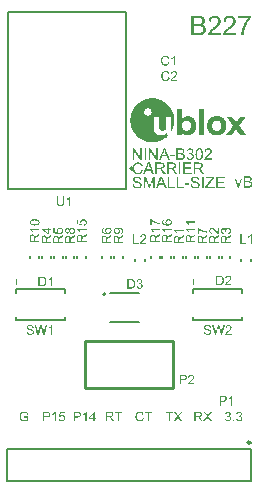
<source format=gto>
G04*
G04 #@! TF.GenerationSoftware,Altium Limited,Altium Designer,21.6.4 (81)*
G04*
G04 Layer_Color=65535*
%FSLAX44Y44*%
%MOMM*%
G71*
G04*
G04 #@! TF.SameCoordinates,2E20B190-24BC-4988-8018-A0B7A5D4220C*
G04*
G04*
G04 #@! TF.FilePolarity,Positive*
G04*
G01*
G75*
%ADD10C,0.1270*%
%ADD11C,0.2540*%
%ADD12C,0.2000*%
%ADD13C,0.1500*%
%ADD14C,0.1016*%
G36*
X161813Y282813D02*
X161884D01*
X161968Y282799D01*
X162060Y282792D01*
X162158Y282778D01*
X162271Y282757D01*
X162383Y282736D01*
X162630Y282672D01*
X162763Y282637D01*
X162890Y282588D01*
X163016Y282539D01*
X163143Y282475D01*
X163150Y282468D01*
X163171Y282461D01*
X163206Y282440D01*
X163256Y282412D01*
X163312Y282377D01*
X163375Y282335D01*
X163446Y282285D01*
X163523Y282229D01*
X163692Y282095D01*
X163861Y281934D01*
X164023Y281751D01*
X164100Y281645D01*
X164170Y281540D01*
X164177Y281532D01*
X164184Y281511D01*
X164205Y281483D01*
X164227Y281434D01*
X164255Y281385D01*
X164283Y281314D01*
X164318Y281244D01*
X164353Y281160D01*
X164381Y281068D01*
X164417Y280977D01*
X164473Y280766D01*
X164515Y280533D01*
X164522Y280414D01*
X164529Y280287D01*
Y280280D01*
Y280259D01*
Y280224D01*
X164522Y280182D01*
Y280125D01*
X164508Y280062D01*
X164501Y279985D01*
X164487Y279907D01*
X164445Y279724D01*
X164381Y279534D01*
X164346Y279436D01*
X164297Y279330D01*
X164248Y279232D01*
X164184Y279133D01*
X164177Y279126D01*
X164170Y279112D01*
X164149Y279084D01*
X164121Y279049D01*
X164086Y279007D01*
X164044Y278957D01*
X163994Y278901D01*
X163931Y278838D01*
X163868Y278775D01*
X163790Y278711D01*
X163713Y278641D01*
X163622Y278570D01*
X163523Y278507D01*
X163417Y278437D01*
X163305Y278374D01*
X163185Y278317D01*
X163192D01*
X163221Y278310D01*
X163270Y278296D01*
X163326Y278275D01*
X163403Y278254D01*
X163488Y278219D01*
X163579Y278183D01*
X163678Y278134D01*
X163783Y278085D01*
X163896Y278022D01*
X164009Y277958D01*
X164121Y277881D01*
X164227Y277796D01*
X164332Y277705D01*
X164438Y277600D01*
X164529Y277487D01*
X164536Y277480D01*
X164550Y277459D01*
X164571Y277424D01*
X164606Y277374D01*
X164642Y277311D01*
X164684Y277241D01*
X164726Y277156D01*
X164768Y277058D01*
X164811Y276945D01*
X164860Y276826D01*
X164895Y276699D01*
X164930Y276558D01*
X164965Y276411D01*
X164986Y276256D01*
X165000Y276094D01*
X165008Y275918D01*
Y275904D01*
Y275862D01*
X165000Y275791D01*
X164993Y275707D01*
X164979Y275594D01*
X164958Y275468D01*
X164930Y275327D01*
X164888Y275172D01*
X164839Y275003D01*
X164782Y274834D01*
X164705Y274652D01*
X164614Y274469D01*
X164508Y274286D01*
X164381Y274103D01*
X164234Y273927D01*
X164072Y273758D01*
X164058Y273751D01*
X164030Y273723D01*
X163980Y273673D01*
X163903Y273617D01*
X163811Y273554D01*
X163706Y273477D01*
X163572Y273399D01*
X163432Y273315D01*
X163270Y273230D01*
X163087Y273153D01*
X162897Y273076D01*
X162686Y273012D01*
X162468Y272956D01*
X162228Y272907D01*
X161982Y272878D01*
X161722Y272871D01*
X161666D01*
X161595Y272878D01*
X161511Y272885D01*
X161398Y272893D01*
X161272Y272914D01*
X161131Y272935D01*
X160976Y272970D01*
X160814Y273005D01*
X160638Y273054D01*
X160462Y273118D01*
X160280Y273195D01*
X160104Y273279D01*
X159928Y273378D01*
X159752Y273498D01*
X159590Y273631D01*
X159583Y273638D01*
X159555Y273666D01*
X159513Y273709D01*
X159456Y273772D01*
X159393Y273849D01*
X159316Y273941D01*
X159238Y274046D01*
X159154Y274166D01*
X159069Y274300D01*
X158985Y274454D01*
X158907Y274616D01*
X158830Y274792D01*
X158767Y274982D01*
X158703Y275179D01*
X158661Y275390D01*
X158633Y275615D01*
X159829Y275777D01*
Y275763D01*
X159836Y275735D01*
X159850Y275679D01*
X159871Y275608D01*
X159893Y275524D01*
X159921Y275432D01*
X159956Y275327D01*
X159991Y275214D01*
X160089Y274968D01*
X160209Y274729D01*
X160280Y274609D01*
X160357Y274497D01*
X160434Y274398D01*
X160526Y274307D01*
X160533Y274300D01*
X160547Y274286D01*
X160575Y274265D01*
X160617Y274236D01*
X160659Y274201D01*
X160723Y274166D01*
X160786Y274124D01*
X160863Y274089D01*
X160948Y274046D01*
X161039Y274004D01*
X161138Y273969D01*
X161243Y273934D01*
X161356Y273906D01*
X161476Y273885D01*
X161595Y273871D01*
X161729Y273864D01*
X161764D01*
X161813Y273871D01*
X161870D01*
X161947Y273885D01*
X162031Y273892D01*
X162123Y273913D01*
X162228Y273934D01*
X162334Y273969D01*
X162454Y274004D01*
X162573Y274053D01*
X162693Y274110D01*
X162812Y274180D01*
X162932Y274258D01*
X163045Y274342D01*
X163157Y274447D01*
X163164Y274454D01*
X163185Y274476D01*
X163213Y274504D01*
X163249Y274553D01*
X163291Y274609D01*
X163340Y274680D01*
X163396Y274757D01*
X163453Y274848D01*
X163502Y274947D01*
X163558Y275060D01*
X163607Y275172D01*
X163650Y275306D01*
X163685Y275439D01*
X163713Y275580D01*
X163734Y275735D01*
X163741Y275890D01*
Y275897D01*
Y275925D01*
Y275967D01*
X163734Y276031D01*
X163727Y276094D01*
X163713Y276178D01*
X163699Y276270D01*
X163671Y276368D01*
X163643Y276474D01*
X163607Y276586D01*
X163565Y276699D01*
X163516Y276812D01*
X163453Y276924D01*
X163375Y277037D01*
X163298Y277142D01*
X163199Y277248D01*
X163192Y277255D01*
X163178Y277269D01*
X163143Y277297D01*
X163101Y277332D01*
X163052Y277374D01*
X162988Y277417D01*
X162911Y277466D01*
X162826Y277515D01*
X162735Y277564D01*
X162630Y277614D01*
X162517Y277656D01*
X162397Y277698D01*
X162271Y277733D01*
X162130Y277761D01*
X161989Y277775D01*
X161834Y277782D01*
X161771D01*
X161701Y277775D01*
X161602Y277768D01*
X161476Y277754D01*
X161335Y277726D01*
X161173Y277698D01*
X160990Y277656D01*
X161124Y278704D01*
X161145D01*
X161166Y278697D01*
X161194D01*
X161257Y278690D01*
X161391D01*
X161440Y278697D01*
X161511Y278704D01*
X161588Y278711D01*
X161673Y278725D01*
X161771Y278739D01*
X161877Y278760D01*
X161982Y278789D01*
X162214Y278859D01*
X162334Y278901D01*
X162454Y278957D01*
X162573Y279014D01*
X162686Y279084D01*
X162693Y279091D01*
X162714Y279105D01*
X162742Y279126D01*
X162784Y279161D01*
X162826Y279204D01*
X162883Y279253D01*
X162932Y279316D01*
X162995Y279387D01*
X163052Y279471D01*
X163108Y279562D01*
X163157Y279661D01*
X163199Y279774D01*
X163242Y279893D01*
X163270Y280027D01*
X163291Y280168D01*
X163298Y280315D01*
Y280322D01*
Y280343D01*
Y280379D01*
X163291Y280428D01*
X163284Y280477D01*
X163277Y280548D01*
X163263Y280618D01*
X163242Y280695D01*
X163185Y280864D01*
X163150Y280956D01*
X163108Y281047D01*
X163059Y281138D01*
X162995Y281230D01*
X162925Y281314D01*
X162848Y281399D01*
X162840Y281406D01*
X162826Y281420D01*
X162805Y281441D01*
X162770Y281469D01*
X162721Y281497D01*
X162672Y281540D01*
X162608Y281575D01*
X162538Y281617D01*
X162461Y281659D01*
X162376Y281694D01*
X162278Y281737D01*
X162179Y281765D01*
X162067Y281793D01*
X161954Y281814D01*
X161827Y281828D01*
X161701Y281835D01*
X161630D01*
X161588Y281828D01*
X161525Y281821D01*
X161455Y281814D01*
X161377Y281800D01*
X161293Y281779D01*
X161110Y281730D01*
X161018Y281694D01*
X160920Y281645D01*
X160821Y281596D01*
X160723Y281540D01*
X160631Y281469D01*
X160540Y281392D01*
X160533Y281385D01*
X160519Y281371D01*
X160498Y281343D01*
X160462Y281307D01*
X160427Y281265D01*
X160385Y281209D01*
X160343Y281138D01*
X160294Y281068D01*
X160244Y280977D01*
X160195Y280878D01*
X160139Y280773D01*
X160097Y280653D01*
X160047Y280526D01*
X160012Y280393D01*
X159977Y280245D01*
X159949Y280083D01*
X158753Y280294D01*
Y280301D01*
Y280308D01*
X158767Y280350D01*
X158781Y280407D01*
X158802Y280491D01*
X158830Y280597D01*
X158865Y280709D01*
X158907Y280836D01*
X158957Y280977D01*
X159020Y281124D01*
X159090Y281279D01*
X159175Y281434D01*
X159266Y281589D01*
X159365Y281744D01*
X159477Y281891D01*
X159604Y282032D01*
X159745Y282159D01*
X159752Y282166D01*
X159780Y282187D01*
X159822Y282222D01*
X159886Y282264D01*
X159963Y282313D01*
X160054Y282370D01*
X160160Y282426D01*
X160280Y282489D01*
X160413Y282553D01*
X160561Y282609D01*
X160716Y282665D01*
X160885Y282715D01*
X161068Y282757D01*
X161264Y282792D01*
X161469Y282813D01*
X161680Y282820D01*
X161757D01*
X161813Y282813D01*
D02*
G37*
G36*
X148572Y275967D02*
X144885D01*
Y277170D01*
X148572D01*
Y275967D01*
D02*
G37*
G36*
X134275Y273047D02*
X132945D01*
X127844Y280688D01*
Y273047D01*
X126606D01*
Y282785D01*
X127929D01*
X133037Y275137D01*
Y282785D01*
X134275D01*
Y273047D01*
D02*
G37*
G36*
X120675D02*
X119345D01*
X114244Y280688D01*
Y273047D01*
X113006D01*
Y282785D01*
X114329D01*
X119437Y275137D01*
Y282785D01*
X120675D01*
Y273047D01*
D02*
G37*
G36*
X177116Y282813D02*
X177215Y282806D01*
X177334Y282799D01*
X177468Y282778D01*
X177623Y282757D01*
X177785Y282722D01*
X177960Y282679D01*
X178136Y282630D01*
X178326Y282567D01*
X178509Y282489D01*
X178692Y282398D01*
X178868Y282299D01*
X179037Y282180D01*
X179199Y282039D01*
X179206Y282032D01*
X179234Y282004D01*
X179276Y281962D01*
X179325Y281898D01*
X179389Y281828D01*
X179459Y281737D01*
X179536Y281631D01*
X179614Y281511D01*
X179684Y281378D01*
X179762Y281230D01*
X179832Y281068D01*
X179895Y280899D01*
X179945Y280716D01*
X179987Y280526D01*
X180015Y280322D01*
X180022Y280111D01*
Y280104D01*
Y280083D01*
Y280055D01*
Y280013D01*
X180015Y279956D01*
X180008Y279900D01*
X180001Y279830D01*
X179994Y279753D01*
X179966Y279577D01*
X179923Y279380D01*
X179860Y279175D01*
X179783Y278965D01*
Y278957D01*
X179769Y278936D01*
X179755Y278908D01*
X179734Y278866D01*
X179712Y278817D01*
X179677Y278753D01*
X179642Y278683D01*
X179593Y278606D01*
X179543Y278521D01*
X179487Y278430D01*
X179347Y278226D01*
X179269Y278120D01*
X179185Y278008D01*
X179086Y277895D01*
X178988Y277775D01*
X178981Y277768D01*
X178960Y277747D01*
X178931Y277712D01*
X178882Y277663D01*
X178819Y277600D01*
X178741Y277522D01*
X178657Y277431D01*
X178552Y277325D01*
X178432Y277213D01*
X178291Y277086D01*
X178143Y276945D01*
X177974Y276790D01*
X177792Y276629D01*
X177595Y276453D01*
X177376Y276263D01*
X177144Y276066D01*
X177130Y276059D01*
X177095Y276024D01*
X177046Y275981D01*
X176975Y275918D01*
X176884Y275848D01*
X176793Y275763D01*
X176687Y275672D01*
X176574Y275573D01*
X176335Y275369D01*
X176223Y275264D01*
X176110Y275165D01*
X176005Y275067D01*
X175913Y274982D01*
X175829Y274905D01*
X175765Y274834D01*
X175751Y274820D01*
X175716Y274778D01*
X175660Y274715D01*
X175589Y274637D01*
X175512Y274539D01*
X175428Y274433D01*
X175343Y274314D01*
X175266Y274194D01*
X180036D01*
Y273047D01*
X173605D01*
Y273054D01*
Y273069D01*
Y273090D01*
Y273118D01*
Y273160D01*
X173612Y273202D01*
X173619Y273315D01*
X173633Y273434D01*
X173655Y273575D01*
X173690Y273723D01*
X173739Y273871D01*
Y273878D01*
X173753Y273899D01*
X173767Y273934D01*
X173788Y273983D01*
X173809Y274046D01*
X173845Y274117D01*
X173887Y274194D01*
X173929Y274279D01*
X173978Y274377D01*
X174042Y274476D01*
X174175Y274694D01*
X174337Y274926D01*
X174527Y275165D01*
X174534Y275172D01*
X174555Y275193D01*
X174583Y275229D01*
X174625Y275278D01*
X174682Y275341D01*
X174752Y275411D01*
X174830Y275496D01*
X174928Y275587D01*
X175034Y275693D01*
X175146Y275805D01*
X175273Y275925D01*
X175413Y276059D01*
X175568Y276192D01*
X175730Y276333D01*
X175906Y276481D01*
X176089Y276636D01*
X176096Y276643D01*
X176110Y276650D01*
X176131Y276671D01*
X176159Y276692D01*
X176194Y276727D01*
X176237Y276762D01*
X176342Y276854D01*
X176476Y276959D01*
X176617Y277093D01*
X176779Y277234D01*
X176947Y277388D01*
X177130Y277550D01*
X177306Y277719D01*
X177489Y277888D01*
X177658Y278064D01*
X177827Y278233D01*
X177974Y278395D01*
X178115Y278556D01*
X178228Y278704D01*
X178235Y278711D01*
X178249Y278739D01*
X178277Y278782D01*
X178319Y278831D01*
X178361Y278901D01*
X178404Y278979D01*
X178460Y279070D01*
X178509Y279168D01*
X178559Y279274D01*
X178615Y279387D01*
X178706Y279633D01*
X178741Y279760D01*
X178770Y279886D01*
X178784Y280013D01*
X178791Y280139D01*
Y280147D01*
Y280175D01*
Y280210D01*
X178784Y280259D01*
X178777Y280322D01*
X178763Y280393D01*
X178748Y280470D01*
X178727Y280555D01*
X178699Y280646D01*
X178664Y280744D01*
X178622Y280843D01*
X178573Y280942D01*
X178516Y281047D01*
X178446Y281146D01*
X178369Y281244D01*
X178277Y281336D01*
X178270Y281343D01*
X178256Y281357D01*
X178228Y281378D01*
X178186Y281413D01*
X178136Y281448D01*
X178073Y281490D01*
X178003Y281540D01*
X177925Y281582D01*
X177834Y281631D01*
X177735Y281673D01*
X177623Y281716D01*
X177510Y281751D01*
X177383Y281786D01*
X177250Y281807D01*
X177109Y281821D01*
X176961Y281828D01*
X176877D01*
X176821Y281821D01*
X176743Y281814D01*
X176659Y281800D01*
X176567Y281786D01*
X176462Y281765D01*
X176356Y281737D01*
X176244Y281701D01*
X176131Y281659D01*
X176012Y281610D01*
X175899Y281547D01*
X175786Y281476D01*
X175674Y281399D01*
X175575Y281307D01*
X175568Y281300D01*
X175554Y281286D01*
X175526Y281251D01*
X175498Y281216D01*
X175456Y281160D01*
X175413Y281096D01*
X175364Y281019D01*
X175322Y280935D01*
X175273Y280843D01*
X175224Y280730D01*
X175181Y280618D01*
X175139Y280491D01*
X175111Y280350D01*
X175083Y280203D01*
X175069Y280048D01*
X175062Y279879D01*
X173831Y280006D01*
Y280013D01*
Y280020D01*
X173838Y280041D01*
Y280069D01*
X173845Y280139D01*
X173866Y280231D01*
X173887Y280343D01*
X173915Y280477D01*
X173950Y280625D01*
X173992Y280780D01*
X174049Y280949D01*
X174112Y281117D01*
X174189Y281293D01*
X174281Y281469D01*
X174379Y281638D01*
X174499Y281800D01*
X174625Y281955D01*
X174773Y282095D01*
X174780Y282102D01*
X174808Y282124D01*
X174858Y282166D01*
X174921Y282208D01*
X175005Y282264D01*
X175104Y282328D01*
X175224Y282391D01*
X175357Y282461D01*
X175512Y282525D01*
X175674Y282588D01*
X175857Y282651D01*
X176054Y282708D01*
X176265Y282757D01*
X176490Y282792D01*
X176729Y282813D01*
X176982Y282820D01*
X177046D01*
X177116Y282813D01*
D02*
G37*
G36*
X153821Y282778D02*
X153919D01*
X154025Y282771D01*
X154151Y282757D01*
X154278Y282750D01*
X154419Y282729D01*
X154566Y282715D01*
X154862Y282658D01*
X155157Y282581D01*
X155298Y282539D01*
X155425Y282482D01*
X155432D01*
X155453Y282468D01*
X155488Y282454D01*
X155537Y282426D01*
X155594Y282398D01*
X155657Y282356D01*
X155734Y282313D01*
X155812Y282257D01*
X155896Y282201D01*
X155981Y282131D01*
X156065Y282060D01*
X156157Y281976D01*
X156241Y281884D01*
X156325Y281793D01*
X156403Y281687D01*
X156480Y281575D01*
X156487Y281568D01*
X156494Y281547D01*
X156515Y281511D01*
X156544Y281469D01*
X156572Y281413D01*
X156600Y281343D01*
X156635Y281272D01*
X156677Y281188D01*
X156712Y281089D01*
X156748Y280991D01*
X156804Y280773D01*
X156853Y280533D01*
X156860Y280414D01*
X156867Y280287D01*
Y280280D01*
Y280259D01*
Y280224D01*
X156860Y280182D01*
Y280125D01*
X156846Y280062D01*
X156839Y279985D01*
X156825Y279907D01*
X156783Y279724D01*
X156719Y279527D01*
X156684Y279422D01*
X156635Y279323D01*
X156586Y279218D01*
X156522Y279112D01*
X156515Y279105D01*
X156508Y279091D01*
X156487Y279063D01*
X156459Y279021D01*
X156424Y278972D01*
X156382Y278922D01*
X156325Y278859D01*
X156269Y278796D01*
X156199Y278725D01*
X156128Y278655D01*
X156044Y278584D01*
X155953Y278507D01*
X155847Y278430D01*
X155741Y278359D01*
X155629Y278289D01*
X155502Y278226D01*
X155509D01*
X155544Y278212D01*
X155587Y278198D01*
X155650Y278176D01*
X155720Y278148D01*
X155805Y278113D01*
X155903Y278071D01*
X156002Y278015D01*
X156114Y277958D01*
X156227Y277895D01*
X156340Y277825D01*
X156452Y277740D01*
X156558Y277656D01*
X156670Y277557D01*
X156769Y277452D01*
X156860Y277339D01*
X156867Y277332D01*
X156881Y277311D01*
X156902Y277276D01*
X156938Y277227D01*
X156973Y277170D01*
X157015Y277100D01*
X157057Y277015D01*
X157099Y276924D01*
X157142Y276819D01*
X157191Y276706D01*
X157226Y276586D01*
X157261Y276453D01*
X157296Y276319D01*
X157317Y276171D01*
X157331Y276024D01*
X157338Y275869D01*
Y275862D01*
Y275841D01*
Y275798D01*
X157331Y275749D01*
Y275693D01*
X157324Y275623D01*
X157317Y275538D01*
X157303Y275454D01*
X157268Y275257D01*
X157212Y275039D01*
X157142Y274813D01*
X157043Y274588D01*
Y274581D01*
X157029Y274560D01*
X157015Y274532D01*
X156994Y274490D01*
X156966Y274440D01*
X156931Y274384D01*
X156846Y274258D01*
X156741Y274110D01*
X156621Y273962D01*
X156487Y273814D01*
X156332Y273688D01*
X156325D01*
X156311Y273673D01*
X156290Y273659D01*
X156255Y273638D01*
X156213Y273610D01*
X156164Y273582D01*
X156107Y273547D01*
X156044Y273512D01*
X155967Y273470D01*
X155889Y273434D01*
X155706Y273350D01*
X155502Y273279D01*
X155270Y273209D01*
X155263D01*
X155242Y273202D01*
X155207Y273195D01*
X155157Y273181D01*
X155094Y273174D01*
X155017Y273160D01*
X154932Y273146D01*
X154834Y273132D01*
X154728Y273111D01*
X154609Y273097D01*
X154475Y273083D01*
X154341Y273076D01*
X154193Y273061D01*
X154039Y273054D01*
X153870Y273047D01*
X149993D01*
Y282785D01*
X153743D01*
X153821Y282778D01*
D02*
G37*
G36*
X144484Y273047D02*
X143021D01*
X141895Y275995D01*
X137807D01*
X136745Y273047D01*
X135387D01*
X139123Y282785D01*
X140502D01*
X144484Y273047D01*
D02*
G37*
G36*
X124348D02*
X123060D01*
Y282785D01*
X124348D01*
Y273047D01*
D02*
G37*
G36*
X169496Y282813D02*
X169560D01*
X169644Y282806D01*
X169729Y282792D01*
X169827Y282778D01*
X170038Y282743D01*
X170270Y282686D01*
X170510Y282609D01*
X170622Y282560D01*
X170735Y282504D01*
X170742D01*
X170763Y282489D01*
X170791Y282468D01*
X170833Y282447D01*
X170882Y282412D01*
X170939Y282370D01*
X171009Y282328D01*
X171080Y282271D01*
X171234Y282145D01*
X171396Y281983D01*
X171558Y281800D01*
X171706Y281589D01*
X171713Y281582D01*
X171720Y281561D01*
X171741Y281525D01*
X171769Y281483D01*
X171804Y281427D01*
X171839Y281357D01*
X171882Y281279D01*
X171924Y281188D01*
X171973Y281089D01*
X172022Y280977D01*
X172071Y280857D01*
X172128Y280730D01*
X172177Y280597D01*
X172219Y280456D01*
X172269Y280301D01*
X172311Y280147D01*
Y280139D01*
X172318Y280104D01*
X172332Y280062D01*
X172346Y279992D01*
X172360Y279907D01*
X172381Y279802D01*
X172402Y279682D01*
X172423Y279541D01*
X172444Y279387D01*
X172465Y279211D01*
X172487Y279021D01*
X172501Y278817D01*
X172515Y278599D01*
X172529Y278359D01*
X172536Y278113D01*
Y277846D01*
Y277839D01*
Y277825D01*
Y277804D01*
Y277768D01*
Y277733D01*
Y277684D01*
X172529Y277628D01*
Y277564D01*
X172522Y277417D01*
X172515Y277248D01*
X172508Y277065D01*
X172494Y276861D01*
X172473Y276643D01*
X172451Y276418D01*
X172388Y275960D01*
X172346Y275728D01*
X172297Y275503D01*
X172240Y275285D01*
X172177Y275081D01*
X172170Y275067D01*
X172163Y275032D01*
X172142Y274982D01*
X172114Y274905D01*
X172071Y274820D01*
X172029Y274715D01*
X171973Y274602D01*
X171917Y274483D01*
X171846Y274356D01*
X171762Y274222D01*
X171677Y274089D01*
X171586Y273948D01*
X171481Y273814D01*
X171368Y273688D01*
X171248Y273568D01*
X171122Y273455D01*
X171115Y273448D01*
X171087Y273434D01*
X171051Y273406D01*
X170995Y273364D01*
X170925Y273322D01*
X170847Y273272D01*
X170749Y273223D01*
X170643Y273174D01*
X170517Y273118D01*
X170383Y273069D01*
X170242Y273019D01*
X170087Y272977D01*
X169919Y272942D01*
X169743Y272914D01*
X169560Y272893D01*
X169363Y272885D01*
X169299D01*
X169229Y272893D01*
X169130Y272900D01*
X169011Y272914D01*
X168870Y272942D01*
X168722Y272970D01*
X168554Y273012D01*
X168378Y273061D01*
X168202Y273132D01*
X168019Y273209D01*
X167829Y273308D01*
X167646Y273420D01*
X167470Y273554D01*
X167301Y273709D01*
X167146Y273885D01*
Y273892D01*
X167139Y273899D01*
X167125Y273920D01*
X167104Y273941D01*
X167083Y273976D01*
X167055Y274018D01*
X167027Y274060D01*
X166999Y274117D01*
X166964Y274180D01*
X166921Y274251D01*
X166886Y274328D01*
X166844Y274412D01*
X166802Y274511D01*
X166759Y274609D01*
X166710Y274722D01*
X166668Y274834D01*
X166626Y274961D01*
X166577Y275095D01*
X166534Y275236D01*
X166492Y275390D01*
X166450Y275545D01*
X166415Y275714D01*
X166373Y275883D01*
X166337Y276073D01*
X166309Y276263D01*
X166281Y276460D01*
X166253Y276671D01*
X166232Y276889D01*
X166211Y277114D01*
X166204Y277346D01*
X166190Y277593D01*
Y277846D01*
Y277853D01*
Y277867D01*
Y277888D01*
Y277923D01*
Y277965D01*
Y278015D01*
X166197Y278071D01*
Y278134D01*
X166204Y278275D01*
X166211Y278444D01*
X166218Y278634D01*
X166232Y278838D01*
X166253Y279056D01*
X166274Y279281D01*
X166337Y279745D01*
X166380Y279978D01*
X166429Y280203D01*
X166478Y280421D01*
X166541Y280625D01*
X166548Y280639D01*
X166555Y280674D01*
X166577Y280723D01*
X166605Y280801D01*
X166647Y280885D01*
X166689Y280991D01*
X166745Y281103D01*
X166809Y281223D01*
X166872Y281350D01*
X166957Y281483D01*
X167041Y281624D01*
X167132Y281758D01*
X167238Y281891D01*
X167351Y282018D01*
X167470Y282138D01*
X167597Y282250D01*
X167604Y282257D01*
X167632Y282278D01*
X167667Y282306D01*
X167723Y282342D01*
X167794Y282384D01*
X167878Y282433D01*
X167970Y282482D01*
X168082Y282539D01*
X168202Y282588D01*
X168335Y282637D01*
X168483Y282686D01*
X168638Y282729D01*
X168807Y282771D01*
X168983Y282799D01*
X169166Y282813D01*
X169363Y282820D01*
X169440D01*
X169496Y282813D01*
D02*
G37*
G36*
X117741Y270917D02*
X117847Y270910D01*
X117973Y270903D01*
X118114Y270882D01*
X118276Y270861D01*
X118459Y270833D01*
X118649Y270790D01*
X118846Y270741D01*
X119050Y270685D01*
X119254Y270607D01*
X119458Y270523D01*
X119669Y270424D01*
X119866Y270312D01*
X120056Y270178D01*
X120070Y270171D01*
X120098Y270143D01*
X120154Y270101D01*
X120218Y270037D01*
X120302Y269967D01*
X120394Y269869D01*
X120492Y269763D01*
X120605Y269636D01*
X120717Y269496D01*
X120837Y269341D01*
X120949Y269165D01*
X121062Y268982D01*
X121174Y268778D01*
X121273Y268560D01*
X121371Y268328D01*
X121449Y268081D01*
X120183Y267786D01*
X120176Y267800D01*
X120168Y267835D01*
X120147Y267885D01*
X120119Y267962D01*
X120084Y268046D01*
X120042Y268145D01*
X119986Y268257D01*
X119929Y268377D01*
X119866Y268504D01*
X119789Y268630D01*
X119711Y268757D01*
X119620Y268891D01*
X119521Y269010D01*
X119423Y269130D01*
X119310Y269235D01*
X119190Y269334D01*
X119183Y269341D01*
X119162Y269355D01*
X119127Y269376D01*
X119078Y269411D01*
X119015Y269446D01*
X118937Y269489D01*
X118846Y269531D01*
X118747Y269580D01*
X118635Y269622D01*
X118515Y269664D01*
X118381Y269707D01*
X118241Y269742D01*
X118086Y269777D01*
X117924Y269798D01*
X117755Y269812D01*
X117572Y269819D01*
X117467D01*
X117389Y269812D01*
X117291Y269805D01*
X117178Y269791D01*
X117052Y269777D01*
X116918Y269749D01*
X116770Y269721D01*
X116622Y269686D01*
X116468Y269643D01*
X116306Y269594D01*
X116151Y269531D01*
X115996Y269454D01*
X115841Y269376D01*
X115694Y269278D01*
X115687Y269270D01*
X115659Y269256D01*
X115623Y269221D01*
X115574Y269179D01*
X115511Y269123D01*
X115440Y269060D01*
X115363Y268982D01*
X115279Y268898D01*
X115194Y268799D01*
X115103Y268694D01*
X115018Y268574D01*
X114934Y268440D01*
X114849Y268307D01*
X114772Y268159D01*
X114702Y268004D01*
X114638Y267835D01*
Y267828D01*
X114624Y267793D01*
X114610Y267744D01*
X114589Y267680D01*
X114568Y267596D01*
X114540Y267498D01*
X114519Y267385D01*
X114490Y267258D01*
X114462Y267125D01*
X114434Y266977D01*
X114406Y266822D01*
X114385Y266660D01*
X114350Y266322D01*
X114343Y266147D01*
X114336Y265964D01*
Y265950D01*
Y265907D01*
Y265844D01*
X114343Y265753D01*
X114350Y265647D01*
X114357Y265520D01*
X114364Y265380D01*
X114378Y265232D01*
X114399Y265063D01*
X114420Y264887D01*
X114490Y264528D01*
X114526Y264338D01*
X114575Y264156D01*
X114631Y263973D01*
X114695Y263797D01*
X114702Y263790D01*
X114709Y263755D01*
X114730Y263712D01*
X114765Y263649D01*
X114800Y263571D01*
X114849Y263480D01*
X114906Y263382D01*
X114969Y263276D01*
X115046Y263171D01*
X115131Y263058D01*
X115222Y262938D01*
X115321Y262826D01*
X115433Y262713D01*
X115553Y262608D01*
X115680Y262509D01*
X115820Y262418D01*
X115827Y262411D01*
X115856Y262397D01*
X115898Y262375D01*
X115954Y262347D01*
X116024Y262312D01*
X116109Y262270D01*
X116207Y262235D01*
X116313Y262192D01*
X116432Y262143D01*
X116559Y262108D01*
X116700Y262066D01*
X116840Y262031D01*
X116995Y262003D01*
X117150Y261981D01*
X117312Y261967D01*
X117474Y261960D01*
X117523D01*
X117579Y261967D01*
X117657D01*
X117748Y261981D01*
X117854Y261996D01*
X117980Y262010D01*
X118107Y262038D01*
X118248Y262073D01*
X118395Y262115D01*
X118550Y262164D01*
X118705Y262221D01*
X118860Y262291D01*
X119015Y262375D01*
X119162Y262474D01*
X119310Y262579D01*
X119317Y262586D01*
X119345Y262608D01*
X119380Y262643D01*
X119430Y262699D01*
X119493Y262762D01*
X119563Y262840D01*
X119641Y262938D01*
X119718Y263044D01*
X119803Y263171D01*
X119887Y263304D01*
X119978Y263459D01*
X120056Y263628D01*
X120140Y263804D01*
X120211Y264001D01*
X120274Y264205D01*
X120330Y264430D01*
X121618Y264106D01*
Y264099D01*
X121611Y264085D01*
X121604Y264064D01*
X121597Y264036D01*
X121590Y264001D01*
X121576Y263951D01*
X121540Y263846D01*
X121491Y263712D01*
X121435Y263564D01*
X121364Y263396D01*
X121280Y263213D01*
X121189Y263016D01*
X121083Y262819D01*
X120963Y262622D01*
X120830Y262418D01*
X120682Y262221D01*
X120520Y262031D01*
X120344Y261855D01*
X120154Y261686D01*
X120140Y261679D01*
X120105Y261651D01*
X120049Y261609D01*
X119964Y261559D01*
X119866Y261496D01*
X119739Y261426D01*
X119599Y261348D01*
X119437Y261271D01*
X119261Y261193D01*
X119064Y261116D01*
X118853Y261046D01*
X118628Y260982D01*
X118381Y260933D01*
X118128Y260891D01*
X117861Y260863D01*
X117579Y260856D01*
X117474D01*
X117424Y260863D01*
X117319D01*
X117185Y260877D01*
X117030Y260891D01*
X116855Y260912D01*
X116672Y260933D01*
X116468Y260968D01*
X116264Y261010D01*
X116045Y261067D01*
X115834Y261123D01*
X115623Y261201D01*
X115412Y261285D01*
X115208Y261383D01*
X115018Y261496D01*
X115004Y261503D01*
X114976Y261524D01*
X114927Y261566D01*
X114856Y261616D01*
X114772Y261679D01*
X114681Y261763D01*
X114575Y261855D01*
X114462Y261967D01*
X114343Y262094D01*
X114223Y262228D01*
X114096Y262383D01*
X113970Y262544D01*
X113850Y262727D01*
X113731Y262917D01*
X113618Y263128D01*
X113520Y263346D01*
Y263353D01*
X113512Y263361D01*
X113498Y263403D01*
X113470Y263466D01*
X113442Y263557D01*
X113400Y263670D01*
X113358Y263804D01*
X113308Y263958D01*
X113266Y264127D01*
X113217Y264317D01*
X113168Y264521D01*
X113126Y264732D01*
X113083Y264965D01*
X113055Y265197D01*
X113027Y265443D01*
X113013Y265696D01*
X113006Y265957D01*
Y265964D01*
Y265978D01*
Y265999D01*
Y266027D01*
Y266062D01*
X113013Y266104D01*
Y266210D01*
X113027Y266344D01*
X113034Y266498D01*
X113055Y266674D01*
X113076Y266864D01*
X113111Y267061D01*
X113147Y267272D01*
X113196Y267498D01*
X113252Y267723D01*
X113315Y267948D01*
X113393Y268173D01*
X113484Y268391D01*
X113583Y268609D01*
X113590Y268623D01*
X113611Y268658D01*
X113646Y268715D01*
X113688Y268799D01*
X113752Y268891D01*
X113822Y268996D01*
X113914Y269123D01*
X114012Y269249D01*
X114118Y269383D01*
X114244Y269531D01*
X114378Y269672D01*
X114526Y269812D01*
X114688Y269953D01*
X114856Y270087D01*
X115039Y270213D01*
X115236Y270333D01*
X115250Y270340D01*
X115286Y270361D01*
X115342Y270389D01*
X115426Y270424D01*
X115525Y270474D01*
X115644Y270523D01*
X115785Y270572D01*
X115933Y270628D01*
X116102Y270685D01*
X116285Y270734D01*
X116482Y270790D01*
X116686Y270833D01*
X116904Y270868D01*
X117129Y270896D01*
X117361Y270917D01*
X117600Y270924D01*
X117699D01*
X117741Y270917D01*
D02*
G37*
G36*
X169306Y270748D02*
X169419D01*
X169546Y270741D01*
X169679Y270734D01*
X169834Y270720D01*
X169989Y270706D01*
X170151Y270692D01*
X170481Y270643D01*
X170636Y270614D01*
X170791Y270579D01*
X170939Y270537D01*
X171072Y270488D01*
X171080D01*
X171101Y270474D01*
X171136Y270460D01*
X171185Y270438D01*
X171241Y270410D01*
X171305Y270368D01*
X171382Y270326D01*
X171459Y270277D01*
X171544Y270213D01*
X171635Y270150D01*
X171727Y270073D01*
X171818Y269988D01*
X171903Y269890D01*
X171994Y269791D01*
X172078Y269679D01*
X172156Y269559D01*
X172163Y269552D01*
X172177Y269531D01*
X172191Y269496D01*
X172219Y269446D01*
X172247Y269383D01*
X172283Y269306D01*
X172325Y269221D01*
X172360Y269130D01*
X172395Y269024D01*
X172437Y268912D01*
X172473Y268792D01*
X172501Y268666D01*
X172529Y268532D01*
X172550Y268391D01*
X172557Y268243D01*
X172564Y268096D01*
Y268081D01*
Y268053D01*
X172557Y267997D01*
Y267920D01*
X172543Y267835D01*
X172529Y267730D01*
X172508Y267617D01*
X172480Y267491D01*
X172444Y267357D01*
X172402Y267216D01*
X172346Y267068D01*
X172283Y266921D01*
X172205Y266773D01*
X172114Y266632D01*
X172008Y266484D01*
X171889Y266351D01*
X171882Y266344D01*
X171860Y266322D01*
X171818Y266287D01*
X171762Y266238D01*
X171692Y266182D01*
X171600Y266119D01*
X171502Y266048D01*
X171382Y265971D01*
X171241Y265893D01*
X171094Y265816D01*
X170918Y265746D01*
X170735Y265668D01*
X170531Y265605D01*
X170313Y265542D01*
X170073Y265492D01*
X169820Y265450D01*
X169827D01*
X169841Y265436D01*
X169869Y265429D01*
X169904Y265408D01*
X169947Y265387D01*
X169996Y265359D01*
X170109Y265295D01*
X170235Y265225D01*
X170362Y265140D01*
X170481Y265056D01*
X170594Y264965D01*
X170601Y264958D01*
X170622Y264944D01*
X170650Y264908D01*
X170693Y264873D01*
X170742Y264817D01*
X170798Y264761D01*
X170868Y264690D01*
X170939Y264606D01*
X171016Y264514D01*
X171101Y264416D01*
X171192Y264310D01*
X171283Y264198D01*
X171375Y264071D01*
X171474Y263944D01*
X171663Y263663D01*
X173345Y261017D01*
X171734D01*
X170446Y263044D01*
X170439Y263051D01*
X170418Y263079D01*
X170390Y263128D01*
X170355Y263185D01*
X170306Y263262D01*
X170249Y263346D01*
X170186Y263438D01*
X170123Y263536D01*
X169975Y263755D01*
X169820Y263980D01*
X169665Y264191D01*
X169588Y264289D01*
X169517Y264381D01*
X169510Y264388D01*
X169503Y264402D01*
X169482Y264423D01*
X169454Y264458D01*
X169384Y264543D01*
X169299Y264641D01*
X169194Y264746D01*
X169088Y264859D01*
X168976Y264958D01*
X168863Y265035D01*
X168849Y265042D01*
X168814Y265063D01*
X168758Y265098D01*
X168680Y265133D01*
X168596Y265176D01*
X168497Y265225D01*
X168392Y265260D01*
X168279Y265295D01*
X168272D01*
X168237Y265302D01*
X168181Y265309D01*
X168110Y265323D01*
X168012Y265331D01*
X167885Y265338D01*
X167738Y265345D01*
X166070D01*
Y261017D01*
X164782D01*
Y270755D01*
X169222D01*
X169306Y270748D01*
D02*
G37*
G36*
X162756Y269608D02*
X157008D01*
Y266625D01*
X162390D01*
Y265478D01*
X157008D01*
Y262164D01*
X162981D01*
Y261017D01*
X155720D01*
Y270755D01*
X162756D01*
Y269608D01*
D02*
G37*
G36*
X153420Y261017D02*
X152132D01*
Y270755D01*
X153420D01*
Y261017D01*
D02*
G37*
G36*
X146637Y270748D02*
X146750D01*
X146876Y270741D01*
X147010Y270734D01*
X147165Y270720D01*
X147320Y270706D01*
X147481Y270692D01*
X147812Y270643D01*
X147967Y270614D01*
X148122Y270579D01*
X148269Y270537D01*
X148403Y270488D01*
X148410D01*
X148431Y270474D01*
X148466Y270460D01*
X148516Y270438D01*
X148572Y270410D01*
X148635Y270368D01*
X148713Y270326D01*
X148790Y270277D01*
X148875Y270213D01*
X148966Y270150D01*
X149057Y270073D01*
X149149Y269988D01*
X149233Y269890D01*
X149325Y269791D01*
X149409Y269679D01*
X149487Y269559D01*
X149494Y269552D01*
X149508Y269531D01*
X149522Y269496D01*
X149550Y269446D01*
X149578Y269383D01*
X149613Y269306D01*
X149656Y269221D01*
X149691Y269130D01*
X149726Y269024D01*
X149768Y268912D01*
X149803Y268792D01*
X149831Y268666D01*
X149860Y268532D01*
X149881Y268391D01*
X149888Y268243D01*
X149895Y268096D01*
Y268081D01*
Y268053D01*
X149888Y267997D01*
Y267920D01*
X149874Y267835D01*
X149860Y267730D01*
X149838Y267617D01*
X149810Y267491D01*
X149775Y267357D01*
X149733Y267216D01*
X149677Y267068D01*
X149613Y266921D01*
X149536Y266773D01*
X149444Y266632D01*
X149339Y266484D01*
X149219Y266351D01*
X149212Y266344D01*
X149191Y266322D01*
X149149Y266287D01*
X149093Y266238D01*
X149022Y266182D01*
X148931Y266119D01*
X148832Y266048D01*
X148713Y265971D01*
X148572Y265893D01*
X148424Y265816D01*
X148248Y265746D01*
X148065Y265668D01*
X147861Y265605D01*
X147643Y265542D01*
X147404Y265492D01*
X147151Y265450D01*
X147158D01*
X147172Y265436D01*
X147200Y265429D01*
X147235Y265408D01*
X147277Y265387D01*
X147327Y265359D01*
X147439Y265295D01*
X147566Y265225D01*
X147692Y265140D01*
X147812Y265056D01*
X147925Y264965D01*
X147932Y264958D01*
X147953Y264944D01*
X147981Y264908D01*
X148023Y264873D01*
X148072Y264817D01*
X148129Y264761D01*
X148199Y264690D01*
X148269Y264606D01*
X148347Y264514D01*
X148431Y264416D01*
X148523Y264310D01*
X148614Y264198D01*
X148706Y264071D01*
X148804Y263944D01*
X148994Y263663D01*
X150676Y261017D01*
X149064D01*
X147777Y263044D01*
X147770Y263051D01*
X147749Y263079D01*
X147721Y263128D01*
X147685Y263185D01*
X147636Y263262D01*
X147580Y263346D01*
X147517Y263438D01*
X147453Y263536D01*
X147305Y263755D01*
X147151Y263980D01*
X146996Y264191D01*
X146918Y264289D01*
X146848Y264381D01*
X146841Y264388D01*
X146834Y264402D01*
X146813Y264423D01*
X146785Y264458D01*
X146714Y264543D01*
X146630Y264641D01*
X146524Y264746D01*
X146419Y264859D01*
X146306Y264958D01*
X146194Y265035D01*
X146180Y265042D01*
X146145Y265063D01*
X146088Y265098D01*
X146011Y265133D01*
X145927Y265176D01*
X145828Y265225D01*
X145722Y265260D01*
X145610Y265295D01*
X145603D01*
X145568Y265302D01*
X145511Y265309D01*
X145441Y265323D01*
X145343Y265331D01*
X145216Y265338D01*
X145068Y265345D01*
X143401D01*
Y261017D01*
X142113D01*
Y270755D01*
X146553D01*
X146637Y270748D01*
D02*
G37*
G36*
X136815D02*
X136928D01*
X137054Y270741D01*
X137188Y270734D01*
X137343Y270720D01*
X137498Y270706D01*
X137659Y270692D01*
X137990Y270643D01*
X138145Y270614D01*
X138300Y270579D01*
X138447Y270537D01*
X138581Y270488D01*
X138588D01*
X138609Y270474D01*
X138644Y270460D01*
X138694Y270438D01*
X138750Y270410D01*
X138813Y270368D01*
X138891Y270326D01*
X138968Y270277D01*
X139052Y270213D01*
X139144Y270150D01*
X139235Y270073D01*
X139327Y269988D01*
X139411Y269890D01*
X139503Y269791D01*
X139587Y269679D01*
X139665Y269559D01*
X139672Y269552D01*
X139686Y269531D01*
X139700Y269496D01*
X139728Y269446D01*
X139756Y269383D01*
X139791Y269306D01*
X139833Y269221D01*
X139869Y269130D01*
X139904Y269024D01*
X139946Y268912D01*
X139981Y268792D01*
X140009Y268666D01*
X140037Y268532D01*
X140059Y268391D01*
X140066Y268243D01*
X140073Y268096D01*
Y268081D01*
Y268053D01*
X140066Y267997D01*
Y267920D01*
X140052Y267835D01*
X140037Y267730D01*
X140016Y267617D01*
X139988Y267491D01*
X139953Y267357D01*
X139911Y267216D01*
X139855Y267068D01*
X139791Y266921D01*
X139714Y266773D01*
X139622Y266632D01*
X139517Y266484D01*
X139397Y266351D01*
X139390Y266344D01*
X139369Y266322D01*
X139327Y266287D01*
X139271Y266238D01*
X139200Y266182D01*
X139109Y266119D01*
X139010Y266048D01*
X138891Y265971D01*
X138750Y265893D01*
X138602Y265816D01*
X138426Y265746D01*
X138243Y265668D01*
X138039Y265605D01*
X137821Y265542D01*
X137582Y265492D01*
X137329Y265450D01*
X137336D01*
X137350Y265436D01*
X137378Y265429D01*
X137413Y265408D01*
X137455Y265387D01*
X137505Y265359D01*
X137617Y265295D01*
X137744Y265225D01*
X137871Y265140D01*
X137990Y265056D01*
X138103Y264965D01*
X138110Y264958D01*
X138131Y264944D01*
X138159Y264908D01*
X138201Y264873D01*
X138250Y264817D01*
X138307Y264761D01*
X138377Y264690D01*
X138447Y264606D01*
X138525Y264514D01*
X138609Y264416D01*
X138701Y264310D01*
X138792Y264198D01*
X138884Y264071D01*
X138982Y263944D01*
X139172Y263663D01*
X140854Y261017D01*
X139242D01*
X137955Y263044D01*
X137948Y263051D01*
X137927Y263079D01*
X137899Y263128D01*
X137864Y263185D01*
X137814Y263262D01*
X137758Y263346D01*
X137695Y263438D01*
X137631Y263536D01*
X137484Y263755D01*
X137329Y263980D01*
X137174Y264191D01*
X137097Y264289D01*
X137026Y264381D01*
X137019Y264388D01*
X137012Y264402D01*
X136991Y264423D01*
X136963Y264458D01*
X136892Y264543D01*
X136808Y264641D01*
X136702Y264746D01*
X136597Y264859D01*
X136484Y264958D01*
X136372Y265035D01*
X136358Y265042D01*
X136323Y265063D01*
X136266Y265098D01*
X136189Y265133D01*
X136104Y265176D01*
X136006Y265225D01*
X135900Y265260D01*
X135788Y265295D01*
X135781D01*
X135746Y265302D01*
X135689Y265309D01*
X135619Y265323D01*
X135520Y265331D01*
X135394Y265338D01*
X135246Y265345D01*
X133579D01*
Y261017D01*
X132291D01*
Y270755D01*
X136731D01*
X136815Y270748D01*
D02*
G37*
G36*
X131243Y261017D02*
X129779D01*
X128654Y263965D01*
X124566D01*
X123503Y261017D01*
X122146D01*
X125882Y270755D01*
X127261D01*
X131243Y261017D01*
D02*
G37*
G36*
X166098Y258901D02*
X166190D01*
X166302Y258887D01*
X166422Y258880D01*
X166562Y258866D01*
X166703Y258845D01*
X166858Y258824D01*
X167175Y258760D01*
X167344Y258718D01*
X167505Y258676D01*
X167667Y258620D01*
X167822Y258556D01*
X167829Y258549D01*
X167857Y258542D01*
X167899Y258521D01*
X167956Y258493D01*
X168026Y258458D01*
X168103Y258409D01*
X168195Y258359D01*
X168286Y258296D01*
X168392Y258233D01*
X168490Y258155D01*
X168596Y258071D01*
X168701Y257980D01*
X168807Y257881D01*
X168905Y257768D01*
X169004Y257656D01*
X169088Y257529D01*
X169095Y257522D01*
X169109Y257501D01*
X169130Y257459D01*
X169159Y257410D01*
X169194Y257346D01*
X169236Y257269D01*
X169271Y257184D01*
X169321Y257086D01*
X169363Y256980D01*
X169405Y256861D01*
X169447Y256734D01*
X169482Y256600D01*
X169517Y256460D01*
X169546Y256312D01*
X169560Y256157D01*
X169574Y256002D01*
X168335Y255911D01*
Y255925D01*
X168328Y255953D01*
X168321Y256002D01*
X168307Y256066D01*
X168293Y256136D01*
X168272Y256228D01*
X168244Y256326D01*
X168209Y256432D01*
X168174Y256544D01*
X168124Y256657D01*
X168068Y256769D01*
X168005Y256889D01*
X167934Y257001D01*
X167850Y257107D01*
X167759Y257213D01*
X167660Y257304D01*
X167653Y257311D01*
X167632Y257325D01*
X167604Y257346D01*
X167554Y257381D01*
X167491Y257417D01*
X167421Y257452D01*
X167336Y257494D01*
X167238Y257543D01*
X167125Y257586D01*
X166999Y257628D01*
X166858Y257663D01*
X166710Y257705D01*
X166541Y257733D01*
X166366Y257754D01*
X166175Y257768D01*
X165972Y257775D01*
X165859D01*
X165781Y257768D01*
X165683Y257761D01*
X165578Y257754D01*
X165451Y257740D01*
X165324Y257719D01*
X165043Y257670D01*
X164902Y257635D01*
X164761Y257593D01*
X164628Y257543D01*
X164494Y257487D01*
X164374Y257424D01*
X164269Y257346D01*
X164262Y257339D01*
X164248Y257325D01*
X164220Y257304D01*
X164184Y257269D01*
X164149Y257227D01*
X164100Y257177D01*
X164058Y257121D01*
X164009Y257058D01*
X163959Y256987D01*
X163910Y256903D01*
X163826Y256727D01*
X163790Y256636D01*
X163762Y256530D01*
X163748Y256425D01*
X163741Y256312D01*
Y256305D01*
Y256291D01*
Y256263D01*
X163748Y256228D01*
X163755Y256178D01*
X163762Y256129D01*
X163790Y256009D01*
X163833Y255869D01*
X163896Y255728D01*
X163938Y255651D01*
X163994Y255580D01*
X164051Y255510D01*
X164114Y255447D01*
X164121Y255439D01*
X164135Y255432D01*
X164156Y255411D01*
X164198Y255390D01*
X164248Y255355D01*
X164318Y255320D01*
X164396Y255278D01*
X164494Y255229D01*
X164614Y255179D01*
X164747Y255123D01*
X164909Y255067D01*
X165085Y255003D01*
X165289Y254940D01*
X165514Y254877D01*
X165767Y254813D01*
X166049Y254743D01*
X166056D01*
X166070Y254736D01*
X166091D01*
X166119Y254729D01*
X166154Y254722D01*
X166197Y254708D01*
X166302Y254687D01*
X166429Y254652D01*
X166577Y254616D01*
X166738Y254581D01*
X166907Y254532D01*
X167266Y254440D01*
X167442Y254391D01*
X167618Y254335D01*
X167787Y254286D01*
X167941Y254229D01*
X168082Y254180D01*
X168202Y254131D01*
X168209Y254124D01*
X168237Y254110D01*
X168286Y254089D01*
X168342Y254060D01*
X168413Y254018D01*
X168490Y253976D01*
X168582Y253920D01*
X168680Y253857D01*
X168779Y253793D01*
X168884Y253716D01*
X169095Y253547D01*
X169292Y253350D01*
X169377Y253244D01*
X169461Y253132D01*
X169468Y253125D01*
X169482Y253104D01*
X169496Y253069D01*
X169525Y253026D01*
X169553Y252970D01*
X169588Y252900D01*
X169630Y252822D01*
X169665Y252738D01*
X169700Y252639D01*
X169743Y252534D01*
X169778Y252421D01*
X169806Y252295D01*
X169834Y252168D01*
X169855Y252034D01*
X169862Y251901D01*
X169869Y251753D01*
Y251746D01*
Y251718D01*
Y251675D01*
X169862Y251619D01*
X169855Y251549D01*
X169848Y251471D01*
X169834Y251380D01*
X169813Y251274D01*
X169792Y251169D01*
X169757Y251049D01*
X169722Y250930D01*
X169679Y250803D01*
X169630Y250676D01*
X169567Y250543D01*
X169496Y250416D01*
X169419Y250282D01*
X169412Y250275D01*
X169398Y250254D01*
X169370Y250219D01*
X169335Y250170D01*
X169292Y250113D01*
X169236Y250043D01*
X169173Y249973D01*
X169095Y249895D01*
X169011Y249811D01*
X168912Y249727D01*
X168807Y249635D01*
X168694Y249543D01*
X168575Y249459D01*
X168441Y249375D01*
X168300Y249297D01*
X168146Y249220D01*
X168139Y249213D01*
X168110Y249206D01*
X168061Y249185D01*
X167998Y249164D01*
X167920Y249135D01*
X167829Y249100D01*
X167723Y249065D01*
X167604Y249030D01*
X167470Y248995D01*
X167322Y248960D01*
X167168Y248931D01*
X167006Y248896D01*
X166837Y248875D01*
X166654Y248854D01*
X166464Y248847D01*
X166274Y248840D01*
X166147D01*
X166056Y248847D01*
X165943Y248854D01*
X165810Y248861D01*
X165662Y248875D01*
X165500Y248889D01*
X165331Y248910D01*
X165155Y248931D01*
X164782Y249002D01*
X164592Y249044D01*
X164410Y249093D01*
X164227Y249157D01*
X164058Y249220D01*
X164051Y249227D01*
X164016Y249241D01*
X163973Y249262D01*
X163910Y249290D01*
X163833Y249333D01*
X163748Y249382D01*
X163650Y249445D01*
X163551Y249508D01*
X163439Y249586D01*
X163326Y249670D01*
X163206Y249769D01*
X163094Y249874D01*
X162974Y249987D01*
X162862Y250106D01*
X162756Y250240D01*
X162658Y250381D01*
X162651Y250388D01*
X162637Y250416D01*
X162608Y250458D01*
X162580Y250515D01*
X162538Y250592D01*
X162496Y250676D01*
X162446Y250775D01*
X162404Y250887D01*
X162355Y251014D01*
X162306Y251148D01*
X162264Y251296D01*
X162221Y251443D01*
X162186Y251605D01*
X162158Y251774D01*
X162137Y251950D01*
X162130Y252133D01*
X163347Y252238D01*
Y252231D01*
X163354Y252203D01*
Y252168D01*
X163368Y252119D01*
X163375Y252055D01*
X163389Y251978D01*
X163410Y251901D01*
X163432Y251809D01*
X163481Y251619D01*
X163551Y251415D01*
X163636Y251218D01*
X163741Y251028D01*
X163748Y251021D01*
X163755Y251007D01*
X163776Y250986D01*
X163804Y250951D01*
X163833Y250909D01*
X163875Y250866D01*
X163924Y250817D01*
X163980Y250761D01*
X164044Y250704D01*
X164121Y250641D01*
X164198Y250578D01*
X164290Y250515D01*
X164381Y250451D01*
X164487Y250388D01*
X164599Y250332D01*
X164719Y250275D01*
X164726D01*
X164747Y250261D01*
X164790Y250247D01*
X164839Y250233D01*
X164902Y250212D01*
X164972Y250184D01*
X165064Y250156D01*
X165155Y250135D01*
X165261Y250106D01*
X165380Y250078D01*
X165500Y250057D01*
X165634Y250029D01*
X165915Y250001D01*
X166218Y249987D01*
X166288D01*
X166344Y249994D01*
X166408D01*
X166478Y250001D01*
X166562Y250008D01*
X166654Y250015D01*
X166858Y250043D01*
X167076Y250078D01*
X167294Y250135D01*
X167512Y250205D01*
X167519D01*
X167540Y250212D01*
X167569Y250226D01*
X167604Y250247D01*
X167653Y250268D01*
X167702Y250296D01*
X167829Y250360D01*
X167963Y250444D01*
X168103Y250550D01*
X168237Y250669D01*
X168350Y250803D01*
Y250810D01*
X168364Y250824D01*
X168378Y250845D01*
X168392Y250873D01*
X168413Y250909D01*
X168441Y250951D01*
X168490Y251056D01*
X168540Y251176D01*
X168589Y251317D01*
X168617Y251478D01*
X168631Y251640D01*
Y251647D01*
Y251661D01*
Y251682D01*
X168624Y251718D01*
Y251760D01*
X168617Y251802D01*
X168596Y251915D01*
X168568Y252034D01*
X168518Y252168D01*
X168448Y252302D01*
X168357Y252435D01*
Y252442D01*
X168342Y252449D01*
X168307Y252491D01*
X168237Y252555D01*
X168195Y252597D01*
X168146Y252639D01*
X168089Y252682D01*
X168026Y252731D01*
X167956Y252780D01*
X167871Y252829D01*
X167787Y252878D01*
X167688Y252928D01*
X167590Y252970D01*
X167477Y253019D01*
X167470D01*
X167456Y253026D01*
X167435Y253033D01*
X167393Y253047D01*
X167344Y253061D01*
X167287Y253083D01*
X167210Y253104D01*
X167118Y253132D01*
X167006Y253167D01*
X166886Y253202D01*
X166745Y253237D01*
X166584Y253280D01*
X166408Y253329D01*
X166204Y253378D01*
X165986Y253434D01*
X165746Y253491D01*
X165739D01*
X165732Y253498D01*
X165711D01*
X165690Y253505D01*
X165620Y253526D01*
X165528Y253547D01*
X165423Y253575D01*
X165296Y253610D01*
X165155Y253645D01*
X165015Y253688D01*
X164705Y253779D01*
X164396Y253885D01*
X164248Y253941D01*
X164107Y253997D01*
X163987Y254046D01*
X163875Y254103D01*
X163868Y254110D01*
X163847Y254117D01*
X163811Y254138D01*
X163762Y254166D01*
X163706Y254201D01*
X163636Y254251D01*
X163565Y254300D01*
X163481Y254356D01*
X163312Y254483D01*
X163143Y254638D01*
X162974Y254813D01*
X162904Y254912D01*
X162833Y255010D01*
X162826Y255017D01*
X162819Y255039D01*
X162805Y255067D01*
X162784Y255109D01*
X162756Y255158D01*
X162728Y255214D01*
X162700Y255285D01*
X162665Y255362D01*
X162637Y255454D01*
X162601Y255545D01*
X162552Y255749D01*
X162510Y255974D01*
X162503Y256094D01*
X162496Y256220D01*
Y256228D01*
Y256256D01*
Y256291D01*
X162503Y256347D01*
X162510Y256411D01*
X162517Y256488D01*
X162531Y256572D01*
X162545Y256671D01*
X162573Y256776D01*
X162594Y256882D01*
X162630Y256994D01*
X162672Y257114D01*
X162721Y257234D01*
X162777Y257353D01*
X162840Y257480D01*
X162911Y257600D01*
X162918Y257607D01*
X162932Y257628D01*
X162953Y257663D01*
X162988Y257705D01*
X163030Y257761D01*
X163087Y257818D01*
X163150Y257888D01*
X163221Y257958D01*
X163298Y258036D01*
X163389Y258120D01*
X163488Y258198D01*
X163600Y258282D01*
X163720Y258359D01*
X163847Y258437D01*
X163980Y258507D01*
X164128Y258570D01*
X164135Y258577D01*
X164163Y258584D01*
X164205Y258599D01*
X164269Y258627D01*
X164346Y258648D01*
X164431Y258676D01*
X164536Y258711D01*
X164656Y258739D01*
X164782Y258775D01*
X164916Y258803D01*
X165064Y258831D01*
X165219Y258859D01*
X165387Y258880D01*
X165556Y258894D01*
X165732Y258901D01*
X165915Y258908D01*
X166021D01*
X166098Y258901D01*
D02*
G37*
G36*
X116974D02*
X117066D01*
X117178Y258887D01*
X117298Y258880D01*
X117438Y258866D01*
X117579Y258845D01*
X117734Y258824D01*
X118051Y258760D01*
X118219Y258718D01*
X118381Y258676D01*
X118543Y258620D01*
X118698Y258556D01*
X118705Y258549D01*
X118733Y258542D01*
X118775Y258521D01*
X118832Y258493D01*
X118902Y258458D01*
X118979Y258409D01*
X119071Y258359D01*
X119162Y258296D01*
X119268Y258233D01*
X119366Y258155D01*
X119472Y258071D01*
X119577Y257980D01*
X119683Y257881D01*
X119781Y257768D01*
X119880Y257656D01*
X119964Y257529D01*
X119971Y257522D01*
X119986Y257501D01*
X120007Y257459D01*
X120035Y257410D01*
X120070Y257346D01*
X120112Y257269D01*
X120147Y257184D01*
X120197Y257086D01*
X120239Y256980D01*
X120281Y256861D01*
X120323Y256734D01*
X120358Y256600D01*
X120394Y256460D01*
X120422Y256312D01*
X120436Y256157D01*
X120450Y256002D01*
X119212Y255911D01*
Y255925D01*
X119205Y255953D01*
X119198Y256002D01*
X119183Y256066D01*
X119169Y256136D01*
X119148Y256228D01*
X119120Y256326D01*
X119085Y256432D01*
X119050Y256544D01*
X119001Y256657D01*
X118944Y256769D01*
X118881Y256889D01*
X118811Y257001D01*
X118726Y257107D01*
X118635Y257213D01*
X118536Y257304D01*
X118529Y257311D01*
X118508Y257325D01*
X118480Y257346D01*
X118431Y257381D01*
X118367Y257417D01*
X118297Y257452D01*
X118212Y257494D01*
X118114Y257543D01*
X118001Y257586D01*
X117875Y257628D01*
X117734Y257663D01*
X117586Y257705D01*
X117417Y257733D01*
X117241Y257754D01*
X117052Y257768D01*
X116847Y257775D01*
X116735D01*
X116658Y257768D01*
X116559Y257761D01*
X116454Y257754D01*
X116327Y257740D01*
X116200Y257719D01*
X115919Y257670D01*
X115778Y257635D01*
X115637Y257593D01*
X115504Y257543D01*
X115370Y257487D01*
X115250Y257424D01*
X115145Y257346D01*
X115138Y257339D01*
X115124Y257325D01*
X115096Y257304D01*
X115060Y257269D01*
X115025Y257227D01*
X114976Y257177D01*
X114934Y257121D01*
X114885Y257058D01*
X114835Y256987D01*
X114786Y256903D01*
X114702Y256727D01*
X114666Y256636D01*
X114638Y256530D01*
X114624Y256425D01*
X114617Y256312D01*
Y256305D01*
Y256291D01*
Y256263D01*
X114624Y256228D01*
X114631Y256178D01*
X114638Y256129D01*
X114666Y256009D01*
X114709Y255869D01*
X114772Y255728D01*
X114814Y255651D01*
X114871Y255580D01*
X114927Y255510D01*
X114990Y255447D01*
X114997Y255439D01*
X115011Y255432D01*
X115032Y255411D01*
X115075Y255390D01*
X115124Y255355D01*
X115194Y255320D01*
X115272Y255278D01*
X115370Y255229D01*
X115490Y255179D01*
X115623Y255123D01*
X115785Y255067D01*
X115961Y255003D01*
X116165Y254940D01*
X116390Y254877D01*
X116643Y254813D01*
X116925Y254743D01*
X116932D01*
X116946Y254736D01*
X116967D01*
X116995Y254729D01*
X117030Y254722D01*
X117073Y254708D01*
X117178Y254687D01*
X117305Y254652D01*
X117453Y254616D01*
X117614Y254581D01*
X117783Y254532D01*
X118142Y254440D01*
X118318Y254391D01*
X118494Y254335D01*
X118663Y254286D01*
X118818Y254229D01*
X118958Y254180D01*
X119078Y254131D01*
X119085Y254124D01*
X119113Y254110D01*
X119162Y254089D01*
X119219Y254060D01*
X119289Y254018D01*
X119366Y253976D01*
X119458Y253920D01*
X119556Y253857D01*
X119655Y253793D01*
X119760Y253716D01*
X119971Y253547D01*
X120168Y253350D01*
X120253Y253244D01*
X120337Y253132D01*
X120344Y253125D01*
X120358Y253104D01*
X120372Y253069D01*
X120401Y253026D01*
X120429Y252970D01*
X120464Y252900D01*
X120506Y252822D01*
X120541Y252738D01*
X120576Y252639D01*
X120619Y252534D01*
X120654Y252421D01*
X120682Y252295D01*
X120710Y252168D01*
X120731Y252034D01*
X120738Y251901D01*
X120745Y251753D01*
Y251746D01*
Y251718D01*
Y251675D01*
X120738Y251619D01*
X120731Y251549D01*
X120724Y251471D01*
X120710Y251380D01*
X120689Y251274D01*
X120668Y251169D01*
X120633Y251049D01*
X120598Y250930D01*
X120555Y250803D01*
X120506Y250676D01*
X120443Y250543D01*
X120372Y250416D01*
X120295Y250282D01*
X120288Y250275D01*
X120274Y250254D01*
X120246Y250219D01*
X120211Y250170D01*
X120168Y250113D01*
X120112Y250043D01*
X120049Y249973D01*
X119971Y249895D01*
X119887Y249811D01*
X119789Y249727D01*
X119683Y249635D01*
X119570Y249543D01*
X119451Y249459D01*
X119317Y249375D01*
X119176Y249297D01*
X119022Y249220D01*
X119015Y249213D01*
X118986Y249206D01*
X118937Y249185D01*
X118874Y249164D01*
X118796Y249135D01*
X118705Y249100D01*
X118599Y249065D01*
X118480Y249030D01*
X118346Y248995D01*
X118198Y248960D01*
X118044Y248931D01*
X117882Y248896D01*
X117713Y248875D01*
X117530Y248854D01*
X117340Y248847D01*
X117150Y248840D01*
X117023D01*
X116932Y248847D01*
X116819Y248854D01*
X116686Y248861D01*
X116538Y248875D01*
X116376Y248889D01*
X116207Y248910D01*
X116031Y248931D01*
X115659Y249002D01*
X115469Y249044D01*
X115286Y249093D01*
X115103Y249157D01*
X114934Y249220D01*
X114927Y249227D01*
X114892Y249241D01*
X114849Y249262D01*
X114786Y249290D01*
X114709Y249333D01*
X114624Y249382D01*
X114526Y249445D01*
X114427Y249508D01*
X114315Y249586D01*
X114202Y249670D01*
X114082Y249769D01*
X113970Y249874D01*
X113850Y249987D01*
X113738Y250106D01*
X113632Y250240D01*
X113534Y250381D01*
X113527Y250388D01*
X113512Y250416D01*
X113484Y250458D01*
X113456Y250515D01*
X113414Y250592D01*
X113372Y250676D01*
X113323Y250775D01*
X113280Y250887D01*
X113231Y251014D01*
X113182Y251148D01*
X113140Y251296D01*
X113097Y251443D01*
X113062Y251605D01*
X113034Y251774D01*
X113013Y251950D01*
X113006Y252133D01*
X114223Y252238D01*
Y252231D01*
X114230Y252203D01*
Y252168D01*
X114244Y252119D01*
X114251Y252055D01*
X114265Y251978D01*
X114286Y251901D01*
X114308Y251809D01*
X114357Y251619D01*
X114427Y251415D01*
X114512Y251218D01*
X114617Y251028D01*
X114624Y251021D01*
X114631Y251007D01*
X114652Y250986D01*
X114681Y250951D01*
X114709Y250909D01*
X114751Y250866D01*
X114800Y250817D01*
X114856Y250761D01*
X114920Y250704D01*
X114997Y250641D01*
X115075Y250578D01*
X115166Y250515D01*
X115257Y250451D01*
X115363Y250388D01*
X115476Y250332D01*
X115595Y250275D01*
X115602D01*
X115623Y250261D01*
X115666Y250247D01*
X115715Y250233D01*
X115778Y250212D01*
X115848Y250184D01*
X115940Y250156D01*
X116031Y250135D01*
X116137Y250106D01*
X116257Y250078D01*
X116376Y250057D01*
X116510Y250029D01*
X116791Y250001D01*
X117094Y249987D01*
X117164D01*
X117220Y249994D01*
X117284D01*
X117354Y250001D01*
X117438Y250008D01*
X117530Y250015D01*
X117734Y250043D01*
X117952Y250078D01*
X118170Y250135D01*
X118388Y250205D01*
X118395D01*
X118417Y250212D01*
X118445Y250226D01*
X118480Y250247D01*
X118529Y250268D01*
X118578Y250296D01*
X118705Y250360D01*
X118839Y250444D01*
X118979Y250550D01*
X119113Y250669D01*
X119226Y250803D01*
Y250810D01*
X119240Y250824D01*
X119254Y250845D01*
X119268Y250873D01*
X119289Y250909D01*
X119317Y250951D01*
X119366Y251056D01*
X119416Y251176D01*
X119465Y251317D01*
X119493Y251478D01*
X119507Y251640D01*
Y251647D01*
Y251661D01*
Y251682D01*
X119500Y251718D01*
Y251760D01*
X119493Y251802D01*
X119472Y251915D01*
X119444Y252034D01*
X119395Y252168D01*
X119324Y252302D01*
X119233Y252435D01*
Y252442D01*
X119219Y252449D01*
X119183Y252491D01*
X119113Y252555D01*
X119071Y252597D01*
X119022Y252639D01*
X118965Y252682D01*
X118902Y252731D01*
X118832Y252780D01*
X118747Y252829D01*
X118663Y252878D01*
X118564Y252928D01*
X118466Y252970D01*
X118353Y253019D01*
X118346D01*
X118332Y253026D01*
X118311Y253033D01*
X118269Y253047D01*
X118219Y253061D01*
X118163Y253083D01*
X118086Y253104D01*
X117994Y253132D01*
X117882Y253167D01*
X117762Y253202D01*
X117621Y253237D01*
X117460Y253280D01*
X117284Y253329D01*
X117080Y253378D01*
X116862Y253434D01*
X116622Y253491D01*
X116615D01*
X116608Y253498D01*
X116587D01*
X116566Y253505D01*
X116496Y253526D01*
X116404Y253547D01*
X116299Y253575D01*
X116172Y253610D01*
X116031Y253645D01*
X115891Y253688D01*
X115581Y253779D01*
X115272Y253885D01*
X115124Y253941D01*
X114983Y253997D01*
X114863Y254046D01*
X114751Y254103D01*
X114744Y254110D01*
X114723Y254117D01*
X114688Y254138D01*
X114638Y254166D01*
X114582Y254201D01*
X114512Y254251D01*
X114441Y254300D01*
X114357Y254356D01*
X114188Y254483D01*
X114019Y254638D01*
X113850Y254813D01*
X113780Y254912D01*
X113710Y255010D01*
X113702Y255017D01*
X113695Y255039D01*
X113681Y255067D01*
X113660Y255109D01*
X113632Y255158D01*
X113604Y255214D01*
X113576Y255285D01*
X113541Y255362D01*
X113512Y255454D01*
X113477Y255545D01*
X113428Y255749D01*
X113386Y255974D01*
X113379Y256094D01*
X113372Y256220D01*
Y256228D01*
Y256256D01*
Y256291D01*
X113379Y256347D01*
X113386Y256411D01*
X113393Y256488D01*
X113407Y256572D01*
X113421Y256671D01*
X113449Y256776D01*
X113470Y256882D01*
X113505Y256994D01*
X113548Y257114D01*
X113597Y257234D01*
X113653Y257353D01*
X113717Y257480D01*
X113787Y257600D01*
X113794Y257607D01*
X113808Y257628D01*
X113829Y257663D01*
X113864Y257705D01*
X113907Y257761D01*
X113963Y257818D01*
X114026Y257888D01*
X114096Y257958D01*
X114174Y258036D01*
X114265Y258120D01*
X114364Y258198D01*
X114476Y258282D01*
X114596Y258359D01*
X114723Y258437D01*
X114856Y258507D01*
X115004Y258570D01*
X115011Y258577D01*
X115039Y258584D01*
X115082Y258599D01*
X115145Y258627D01*
X115222Y258648D01*
X115307Y258676D01*
X115412Y258711D01*
X115532Y258739D01*
X115659Y258775D01*
X115792Y258803D01*
X115940Y258831D01*
X116095Y258859D01*
X116264Y258880D01*
X116432Y258894D01*
X116608Y258901D01*
X116791Y258908D01*
X116897D01*
X116974Y258901D01*
D02*
G37*
G36*
X161089Y251922D02*
X157402D01*
Y253125D01*
X161089D01*
Y251922D01*
D02*
G37*
G36*
X131763Y249002D02*
X130518D01*
Y257149D01*
X127683Y249002D01*
X126515D01*
X123707Y257290D01*
Y249002D01*
X122462D01*
Y258739D01*
X124397D01*
X126705Y251844D01*
X126712Y251830D01*
X126719Y251802D01*
X126733Y251753D01*
X126754Y251689D01*
X126782Y251605D01*
X126810Y251514D01*
X126845Y251415D01*
X126881Y251303D01*
X126958Y251070D01*
X127035Y250831D01*
X127071Y250711D01*
X127106Y250599D01*
X127141Y250500D01*
X127169Y250402D01*
Y250409D01*
X127176Y250430D01*
X127190Y250458D01*
X127204Y250500D01*
X127218Y250557D01*
X127239Y250627D01*
X127268Y250704D01*
X127296Y250796D01*
X127331Y250902D01*
X127373Y251014D01*
X127415Y251141D01*
X127458Y251281D01*
X127514Y251436D01*
X127563Y251598D01*
X127626Y251774D01*
X127690Y251964D01*
X130026Y258739D01*
X131763D01*
Y249002D01*
D02*
G37*
G36*
X190780Y257593D02*
X185032Y257593D01*
Y254609D01*
X190414Y254609D01*
Y253463D01*
X185032Y253463D01*
Y250149D01*
X191005Y250149D01*
Y249002D01*
X183744Y249002D01*
Y258739D01*
X190780Y258739D01*
Y257593D01*
D02*
G37*
G36*
X182168Y257593D02*
X176694Y250831D01*
X176110Y250149D01*
X182330D01*
Y249002D01*
X174632D01*
Y250191D01*
X179614Y256432D01*
X179621Y256439D01*
X179635Y256460D01*
X179663Y256495D01*
X179705Y256544D01*
X179755Y256600D01*
X179804Y256671D01*
X179867Y256741D01*
X179937Y256826D01*
X180092Y257008D01*
X180261Y257199D01*
X180444Y257402D01*
X180627Y257593D01*
X175195D01*
Y258739D01*
X182168D01*
Y257593D01*
D02*
G37*
G36*
X173134Y249002D02*
X171846D01*
Y258739D01*
X173134D01*
Y249002D01*
D02*
G37*
G36*
X151703Y250149D02*
X156494D01*
Y249002D01*
X150415D01*
Y258739D01*
X151703D01*
Y250149D01*
D02*
G37*
G36*
X144139D02*
X148931D01*
Y249002D01*
X142852D01*
Y258739D01*
X144139D01*
Y250149D01*
D02*
G37*
G36*
X141874Y249002D02*
X140410D01*
X139285Y251950D01*
X135197D01*
X134135Y249002D01*
X132777D01*
X136513Y258739D01*
X137892D01*
X141874Y249002D01*
D02*
G37*
G36*
X213000Y393181D02*
X212988Y393158D01*
X212930Y393111D01*
X212847Y393005D01*
X212730Y392876D01*
X212589Y392712D01*
X212425Y392512D01*
X212237Y392277D01*
X212038Y392008D01*
X211815Y391714D01*
X211568Y391386D01*
X211310Y391022D01*
X211052Y390635D01*
X210770Y390212D01*
X210501Y389766D01*
X210207Y389297D01*
X209925Y388792D01*
Y388781D01*
X209914Y388757D01*
X209890Y388722D01*
X209855Y388675D01*
X209820Y388605D01*
X209785Y388522D01*
X209726Y388428D01*
X209679Y388323D01*
X209609Y388205D01*
X209550Y388065D01*
X209397Y387771D01*
X209233Y387443D01*
X209057Y387067D01*
X208869Y386657D01*
X208682Y386211D01*
X208482Y385753D01*
X208294Y385260D01*
X208095Y384756D01*
X207919Y384239D01*
X207743Y383699D01*
X207579Y383160D01*
X207567Y383136D01*
X207555Y383066D01*
X207520Y382960D01*
X207485Y382808D01*
X207438Y382608D01*
X207379Y382385D01*
X207320Y382127D01*
X207262Y381834D01*
X207191Y381517D01*
X207133Y381176D01*
X207062Y380801D01*
X207003Y380414D01*
X206945Y380015D01*
X206898Y379592D01*
X206851Y379146D01*
X206816Y378700D01*
X204762D01*
Y378724D01*
Y378783D01*
X204774Y378900D01*
Y379041D01*
X204786Y379228D01*
X204809Y379451D01*
X204833Y379710D01*
X204868Y379991D01*
X204903Y380320D01*
X204950Y380672D01*
X205009Y381047D01*
X205079Y381458D01*
X205173Y381892D01*
X205267Y382350D01*
X205372Y382831D01*
X205501Y383324D01*
Y383336D01*
X205513Y383359D01*
X205525Y383394D01*
X205537Y383441D01*
X205560Y383512D01*
X205584Y383594D01*
X205607Y383688D01*
X205642Y383793D01*
X205713Y384028D01*
X205807Y384321D01*
X205912Y384638D01*
X206029Y385002D01*
X206170Y385389D01*
X206323Y385800D01*
X206499Y386234D01*
X206675Y386680D01*
X206874Y387138D01*
X207097Y387607D01*
X207320Y388088D01*
X207567Y388558D01*
Y388569D01*
X207579Y388581D01*
X207602Y388616D01*
X207626Y388675D01*
X207661Y388734D01*
X207708Y388804D01*
X207801Y388980D01*
X207931Y389191D01*
X208071Y389449D01*
X208247Y389731D01*
X208435Y390036D01*
X208635Y390365D01*
X208858Y390705D01*
X209104Y391057D01*
X209350Y391421D01*
X209879Y392137D01*
X210160Y392489D01*
X210442Y392817D01*
X202486D01*
Y394730D01*
X213000D01*
Y393181D01*
D02*
G37*
G36*
X195351Y394988D02*
X195515Y394977D01*
X195715Y394965D01*
X195938Y394930D01*
X196196Y394894D01*
X196466Y394836D01*
X196759Y394765D01*
X197052Y394683D01*
X197369Y394577D01*
X197674Y394449D01*
X197980Y394296D01*
X198273Y394132D01*
X198554Y393932D01*
X198824Y393697D01*
X198836Y393686D01*
X198883Y393639D01*
X198953Y393568D01*
X199036Y393463D01*
X199141Y393345D01*
X199259Y393193D01*
X199388Y393017D01*
X199517Y392817D01*
X199634Y392594D01*
X199763Y392348D01*
X199881Y392078D01*
X199986Y391796D01*
X200068Y391491D01*
X200139Y391175D01*
X200186Y390834D01*
X200197Y390482D01*
Y390470D01*
Y390435D01*
Y390388D01*
Y390318D01*
X200186Y390224D01*
X200174Y390130D01*
X200162Y390013D01*
X200150Y389884D01*
X200103Y389590D01*
X200033Y389262D01*
X199927Y388921D01*
X199798Y388569D01*
Y388558D01*
X199775Y388522D01*
X199751Y388475D01*
X199716Y388405D01*
X199681Y388323D01*
X199622Y388217D01*
X199564Y388100D01*
X199482Y387971D01*
X199399Y387830D01*
X199305Y387677D01*
X199071Y387337D01*
X198942Y387161D01*
X198801Y386973D01*
X198637Y386786D01*
X198472Y386586D01*
X198461Y386574D01*
X198425Y386539D01*
X198378Y386480D01*
X198296Y386398D01*
X198191Y386293D01*
X198062Y386164D01*
X197921Y386011D01*
X197745Y385835D01*
X197545Y385647D01*
X197311Y385436D01*
X197064Y385201D01*
X196782Y384943D01*
X196477Y384673D01*
X196149Y384380D01*
X195785Y384063D01*
X195398Y383735D01*
X195374Y383723D01*
X195316Y383664D01*
X195233Y383594D01*
X195116Y383488D01*
X194964Y383371D01*
X194811Y383230D01*
X194635Y383077D01*
X194447Y382913D01*
X194048Y382573D01*
X193860Y382397D01*
X193673Y382233D01*
X193497Y382068D01*
X193344Y381927D01*
X193203Y381798D01*
X193098Y381681D01*
X193074Y381657D01*
X193016Y381587D01*
X192922Y381482D01*
X192804Y381352D01*
X192675Y381188D01*
X192535Y381012D01*
X192394Y380813D01*
X192265Y380613D01*
X200221D01*
Y378700D01*
X189495D01*
Y378712D01*
Y378736D01*
Y378771D01*
Y378818D01*
Y378888D01*
X189507Y378959D01*
X189519Y379146D01*
X189542Y379346D01*
X189577Y379580D01*
X189636Y379827D01*
X189718Y380073D01*
Y380085D01*
X189742Y380120D01*
X189765Y380179D01*
X189800Y380261D01*
X189835Y380367D01*
X189894Y380484D01*
X189965Y380613D01*
X190035Y380754D01*
X190117Y380918D01*
X190223Y381082D01*
X190446Y381446D01*
X190716Y381834D01*
X191033Y382233D01*
X191044Y382244D01*
X191079Y382280D01*
X191126Y382338D01*
X191197Y382420D01*
X191291Y382526D01*
X191408Y382643D01*
X191537Y382784D01*
X191701Y382937D01*
X191877Y383113D01*
X192065Y383300D01*
X192276Y383500D01*
X192511Y383723D01*
X192769Y383946D01*
X193039Y384180D01*
X193333Y384427D01*
X193638Y384685D01*
X193649Y384697D01*
X193673Y384709D01*
X193708Y384744D01*
X193755Y384779D01*
X193814Y384838D01*
X193884Y384896D01*
X194060Y385049D01*
X194283Y385225D01*
X194518Y385448D01*
X194788Y385683D01*
X195069Y385941D01*
X195374Y386211D01*
X195668Y386492D01*
X195973Y386774D01*
X196254Y387067D01*
X196536Y387349D01*
X196782Y387619D01*
X197017Y387889D01*
X197205Y388135D01*
X197217Y388147D01*
X197240Y388194D01*
X197287Y388264D01*
X197358Y388346D01*
X197428Y388464D01*
X197498Y388593D01*
X197592Y388745D01*
X197674Y388910D01*
X197757Y389086D01*
X197850Y389273D01*
X198003Y389684D01*
X198062Y389895D01*
X198109Y390107D01*
X198132Y390318D01*
X198144Y390529D01*
Y390541D01*
Y390588D01*
Y390646D01*
X198132Y390728D01*
X198120Y390834D01*
X198097Y390951D01*
X198073Y391081D01*
X198038Y391221D01*
X197991Y391374D01*
X197932Y391538D01*
X197862Y391702D01*
X197780Y391867D01*
X197686Y392043D01*
X197569Y392207D01*
X197440Y392371D01*
X197287Y392524D01*
X197275Y392536D01*
X197252Y392559D01*
X197205Y392594D01*
X197135Y392653D01*
X197052Y392712D01*
X196947Y392782D01*
X196829Y392864D01*
X196700Y392935D01*
X196548Y393017D01*
X196383Y393087D01*
X196196Y393158D01*
X196008Y393216D01*
X195797Y393275D01*
X195574Y393310D01*
X195339Y393334D01*
X195093Y393345D01*
X194952D01*
X194858Y393334D01*
X194729Y393322D01*
X194588Y393298D01*
X194436Y393275D01*
X194259Y393240D01*
X194083Y393193D01*
X193896Y393134D01*
X193708Y393064D01*
X193508Y392982D01*
X193321Y392876D01*
X193133Y392759D01*
X192945Y392630D01*
X192781Y392477D01*
X192769Y392465D01*
X192746Y392442D01*
X192699Y392383D01*
X192652Y392324D01*
X192582Y392231D01*
X192511Y392125D01*
X192429Y391996D01*
X192358Y391855D01*
X192276Y391702D01*
X192194Y391515D01*
X192124Y391327D01*
X192053Y391116D01*
X192006Y390881D01*
X191959Y390635D01*
X191936Y390377D01*
X191924Y390095D01*
X189871Y390306D01*
Y390318D01*
Y390330D01*
X189882Y390365D01*
Y390412D01*
X189894Y390529D01*
X189929Y390682D01*
X189965Y390869D01*
X190012Y391092D01*
X190070Y391339D01*
X190141Y391597D01*
X190235Y391879D01*
X190340Y392160D01*
X190469Y392453D01*
X190622Y392747D01*
X190786Y393029D01*
X190986Y393298D01*
X191197Y393557D01*
X191443Y393791D01*
X191455Y393803D01*
X191502Y393838D01*
X191584Y393909D01*
X191690Y393979D01*
X191830Y394073D01*
X191995Y394179D01*
X192194Y394284D01*
X192417Y394402D01*
X192675Y394507D01*
X192945Y394613D01*
X193250Y394718D01*
X193579Y394812D01*
X193931Y394894D01*
X194307Y394953D01*
X194706Y394988D01*
X195128Y395000D01*
X195233D01*
X195351Y394988D01*
D02*
G37*
G36*
X182736D02*
X182900Y394977D01*
X183100Y394965D01*
X183323Y394930D01*
X183581Y394894D01*
X183851Y394836D01*
X184144Y394765D01*
X184438Y394683D01*
X184754Y394577D01*
X185059Y394449D01*
X185365Y394296D01*
X185658Y394132D01*
X185940Y393932D01*
X186210Y393697D01*
X186221Y393686D01*
X186268Y393639D01*
X186339Y393568D01*
X186421Y393463D01*
X186526Y393345D01*
X186644Y393193D01*
X186773Y393017D01*
X186902Y392817D01*
X187019Y392594D01*
X187148Y392348D01*
X187266Y392078D01*
X187371Y391796D01*
X187453Y391491D01*
X187524Y391175D01*
X187571Y390834D01*
X187582Y390482D01*
Y390470D01*
Y390435D01*
Y390388D01*
Y390318D01*
X187571Y390224D01*
X187559Y390130D01*
X187547Y390013D01*
X187535Y389884D01*
X187489Y389590D01*
X187418Y389262D01*
X187313Y388921D01*
X187183Y388569D01*
Y388558D01*
X187160Y388522D01*
X187136Y388475D01*
X187101Y388405D01*
X187066Y388323D01*
X187007Y388217D01*
X186949Y388100D01*
X186867Y387971D01*
X186784Y387830D01*
X186691Y387677D01*
X186456Y387337D01*
X186327Y387161D01*
X186186Y386973D01*
X186022Y386786D01*
X185857Y386586D01*
X185846Y386574D01*
X185811Y386539D01*
X185763Y386480D01*
X185681Y386398D01*
X185576Y386293D01*
X185447Y386164D01*
X185306Y386011D01*
X185130Y385835D01*
X184930Y385647D01*
X184696Y385436D01*
X184449Y385201D01*
X184168Y384943D01*
X183862Y384673D01*
X183534Y384380D01*
X183170Y384063D01*
X182783Y383735D01*
X182759Y383723D01*
X182701Y383664D01*
X182619Y383594D01*
X182501Y383488D01*
X182349Y383371D01*
X182196Y383230D01*
X182020Y383077D01*
X181832Y382913D01*
X181433Y382573D01*
X181246Y382397D01*
X181058Y382233D01*
X180882Y382068D01*
X180729Y381927D01*
X180588Y381798D01*
X180483Y381681D01*
X180459Y381657D01*
X180401Y381587D01*
X180307Y381482D01*
X180189Y381352D01*
X180060Y381188D01*
X179920Y381012D01*
X179779Y380813D01*
X179650Y380613D01*
X187606D01*
Y378700D01*
X176880D01*
Y378712D01*
Y378736D01*
Y378771D01*
Y378818D01*
Y378888D01*
X176892Y378959D01*
X176904Y379146D01*
X176927Y379346D01*
X176962Y379580D01*
X177021Y379827D01*
X177103Y380073D01*
Y380085D01*
X177127Y380120D01*
X177150Y380179D01*
X177185Y380261D01*
X177221Y380367D01*
X177279Y380484D01*
X177350Y380613D01*
X177420Y380754D01*
X177502Y380918D01*
X177608Y381082D01*
X177831Y381446D01*
X178101Y381834D01*
X178418Y382233D01*
X178429Y382244D01*
X178465Y382280D01*
X178511Y382338D01*
X178582Y382420D01*
X178676Y382526D01*
X178793Y382643D01*
X178922Y382784D01*
X179086Y382937D01*
X179263Y383113D01*
X179450Y383300D01*
X179661Y383500D01*
X179896Y383723D01*
X180154Y383946D01*
X180424Y384180D01*
X180718Y384427D01*
X181023Y384685D01*
X181034Y384697D01*
X181058Y384709D01*
X181093Y384744D01*
X181140Y384779D01*
X181199Y384838D01*
X181269Y384896D01*
X181445Y385049D01*
X181668Y385225D01*
X181903Y385448D01*
X182173Y385683D01*
X182454Y385941D01*
X182759Y386211D01*
X183053Y386492D01*
X183358Y386774D01*
X183640Y387067D01*
X183921Y387349D01*
X184168Y387619D01*
X184402Y387889D01*
X184590Y388135D01*
X184602Y388147D01*
X184625Y388194D01*
X184672Y388264D01*
X184743Y388346D01*
X184813Y388464D01*
X184883Y388593D01*
X184977Y388745D01*
X185059Y388910D01*
X185142Y389086D01*
X185236Y389273D01*
X185388Y389684D01*
X185447Y389895D01*
X185494Y390107D01*
X185517Y390318D01*
X185529Y390529D01*
Y390541D01*
Y390588D01*
Y390646D01*
X185517Y390728D01*
X185505Y390834D01*
X185482Y390951D01*
X185458Y391081D01*
X185423Y391221D01*
X185376Y391374D01*
X185318Y391538D01*
X185247Y391702D01*
X185165Y391867D01*
X185071Y392043D01*
X184954Y392207D01*
X184825Y392371D01*
X184672Y392524D01*
X184660Y392536D01*
X184637Y392559D01*
X184590Y392594D01*
X184520Y392653D01*
X184438Y392712D01*
X184332Y392782D01*
X184214Y392864D01*
X184086Y392935D01*
X183933Y393017D01*
X183769Y393087D01*
X183581Y393158D01*
X183393Y393216D01*
X183182Y393275D01*
X182959Y393310D01*
X182724Y393334D01*
X182478Y393345D01*
X182337D01*
X182243Y393334D01*
X182114Y393322D01*
X181973Y393298D01*
X181821Y393275D01*
X181645Y393240D01*
X181469Y393193D01*
X181281Y393134D01*
X181093Y393064D01*
X180894Y392982D01*
X180706Y392876D01*
X180518Y392759D01*
X180330Y392630D01*
X180166Y392477D01*
X180154Y392465D01*
X180131Y392442D01*
X180084Y392383D01*
X180037Y392324D01*
X179967Y392231D01*
X179896Y392125D01*
X179814Y391996D01*
X179744Y391855D01*
X179661Y391702D01*
X179579Y391515D01*
X179509Y391327D01*
X179438Y391116D01*
X179391Y390881D01*
X179345Y390635D01*
X179321Y390377D01*
X179309Y390095D01*
X177256Y390306D01*
Y390318D01*
Y390330D01*
X177267Y390365D01*
Y390412D01*
X177279Y390529D01*
X177314Y390682D01*
X177350Y390869D01*
X177397Y391092D01*
X177455Y391339D01*
X177526Y391597D01*
X177620Y391879D01*
X177725Y392160D01*
X177854Y392453D01*
X178007Y392747D01*
X178171Y393029D01*
X178371Y393298D01*
X178582Y393557D01*
X178828Y393791D01*
X178840Y393803D01*
X178887Y393838D01*
X178969Y393909D01*
X179075Y393979D01*
X179216Y394073D01*
X179380Y394179D01*
X179579Y394284D01*
X179802Y394402D01*
X180060Y394507D01*
X180330Y394613D01*
X180635Y394718D01*
X180964Y394812D01*
X181316Y394894D01*
X181692Y394953D01*
X182090Y394988D01*
X182513Y395000D01*
X182619D01*
X182736Y394988D01*
D02*
G37*
G36*
X169112Y394930D02*
X169276D01*
X169452Y394918D01*
X169663Y394894D01*
X169875Y394883D01*
X170109Y394847D01*
X170356Y394824D01*
X170849Y394730D01*
X171341Y394601D01*
X171576Y394531D01*
X171787Y394437D01*
X171799D01*
X171834Y394413D01*
X171893Y394390D01*
X171975Y394343D01*
X172069Y394296D01*
X172175Y394226D01*
X172304Y394155D01*
X172433Y394061D01*
X172574Y393967D01*
X172714Y393850D01*
X172855Y393733D01*
X173008Y393592D01*
X173149Y393439D01*
X173289Y393287D01*
X173419Y393111D01*
X173548Y392923D01*
X173559Y392911D01*
X173571Y392876D01*
X173606Y392817D01*
X173653Y392747D01*
X173700Y392653D01*
X173747Y392536D01*
X173806Y392418D01*
X173876Y392277D01*
X173935Y392113D01*
X173993Y391949D01*
X174087Y391585D01*
X174170Y391186D01*
X174181Y390987D01*
X174193Y390775D01*
Y390764D01*
Y390728D01*
Y390670D01*
X174181Y390599D01*
Y390506D01*
X174158Y390400D01*
X174146Y390271D01*
X174123Y390142D01*
X174052Y389837D01*
X173947Y389508D01*
X173888Y389332D01*
X173806Y389168D01*
X173724Y388992D01*
X173618Y388816D01*
X173606Y388804D01*
X173594Y388781D01*
X173559Y388734D01*
X173512Y388663D01*
X173454Y388581D01*
X173383Y388499D01*
X173289Y388393D01*
X173196Y388288D01*
X173078Y388170D01*
X172961Y388053D01*
X172820Y387936D01*
X172668Y387807D01*
X172491Y387677D01*
X172316Y387560D01*
X172128Y387443D01*
X171917Y387337D01*
X171928D01*
X171987Y387314D01*
X172057Y387290D01*
X172163Y387255D01*
X172280Y387208D01*
X172421Y387149D01*
X172585Y387079D01*
X172750Y386985D01*
X172937Y386891D01*
X173125Y386786D01*
X173313Y386668D01*
X173501Y386527D01*
X173677Y386387D01*
X173864Y386222D01*
X174029Y386046D01*
X174181Y385859D01*
X174193Y385847D01*
X174216Y385812D01*
X174252Y385753D01*
X174310Y385671D01*
X174369Y385577D01*
X174440Y385460D01*
X174510Y385319D01*
X174580Y385166D01*
X174651Y384990D01*
X174733Y384803D01*
X174792Y384603D01*
X174850Y384380D01*
X174909Y384157D01*
X174944Y383911D01*
X174967Y383664D01*
X174979Y383406D01*
Y383394D01*
Y383359D01*
Y383289D01*
X174967Y383206D01*
Y383113D01*
X174956Y382995D01*
X174944Y382854D01*
X174921Y382714D01*
X174862Y382385D01*
X174768Y382021D01*
X174651Y381646D01*
X174486Y381270D01*
Y381259D01*
X174463Y381223D01*
X174440Y381176D01*
X174404Y381106D01*
X174357Y381024D01*
X174299Y380930D01*
X174158Y380719D01*
X173982Y380472D01*
X173782Y380226D01*
X173559Y379980D01*
X173301Y379768D01*
X173289D01*
X173266Y379745D01*
X173231Y379721D01*
X173172Y379686D01*
X173102Y379639D01*
X173020Y379592D01*
X172926Y379534D01*
X172820Y379475D01*
X172691Y379404D01*
X172562Y379346D01*
X172257Y379205D01*
X171917Y379088D01*
X171529Y378970D01*
X171518D01*
X171482Y378959D01*
X171424Y378947D01*
X171341Y378923D01*
X171236Y378912D01*
X171107Y378888D01*
X170966Y378865D01*
X170802Y378841D01*
X170626Y378806D01*
X170426Y378783D01*
X170203Y378759D01*
X169980Y378747D01*
X169734Y378724D01*
X169476Y378712D01*
X169194Y378700D01*
X162728D01*
Y394941D01*
X168983D01*
X169112Y394930D01*
D02*
G37*
G36*
X203118Y249450D02*
X202000D01*
X199326Y256507D01*
X200585D01*
X202098Y252278D01*
Y252271D01*
X202112Y252250D01*
X202119Y252208D01*
X202140Y252159D01*
X202161Y252096D01*
X202190Y252025D01*
X202218Y251941D01*
X202246Y251842D01*
X202281Y251744D01*
X202316Y251631D01*
X202394Y251392D01*
X202471Y251132D01*
X202548Y250857D01*
Y250864D01*
X202555Y250885D01*
X202563Y250913D01*
X202577Y250956D01*
X202598Y251012D01*
X202612Y251075D01*
X202640Y251153D01*
X202668Y251237D01*
X202696Y251329D01*
X202731Y251427D01*
X202766Y251540D01*
X202802Y251659D01*
X202844Y251786D01*
X202893Y251920D01*
X202992Y252201D01*
X204561Y256507D01*
X205792D01*
X203118Y249450D01*
D02*
G37*
G36*
X210780Y259181D02*
X210879D01*
X210984Y259174D01*
X211111Y259159D01*
X211238Y259152D01*
X211378Y259131D01*
X211526Y259117D01*
X211822Y259061D01*
X212117Y258983D01*
X212258Y258941D01*
X212384Y258885D01*
X212391D01*
X212413Y258871D01*
X212448Y258857D01*
X212497Y258829D01*
X212553Y258801D01*
X212617Y258758D01*
X212694Y258716D01*
X212771Y258660D01*
X212856Y258604D01*
X212940Y258533D01*
X213025Y258463D01*
X213116Y258378D01*
X213201Y258287D01*
X213285Y258195D01*
X213362Y258090D01*
X213440Y257977D01*
X213447Y257970D01*
X213454Y257949D01*
X213475Y257914D01*
X213503Y257872D01*
X213531Y257816D01*
X213559Y257745D01*
X213595Y257675D01*
X213637Y257590D01*
X213672Y257492D01*
X213707Y257393D01*
X213764Y257175D01*
X213813Y256936D01*
X213820Y256817D01*
X213827Y256690D01*
Y256683D01*
Y256662D01*
Y256626D01*
X213820Y256584D01*
Y256528D01*
X213806Y256465D01*
X213799Y256387D01*
X213785Y256310D01*
X213742Y256127D01*
X213679Y255930D01*
X213644Y255824D01*
X213595Y255726D01*
X213545Y255620D01*
X213482Y255515D01*
X213475Y255508D01*
X213468Y255494D01*
X213447Y255466D01*
X213419Y255423D01*
X213384Y255374D01*
X213341Y255325D01*
X213285Y255262D01*
X213229Y255198D01*
X213158Y255128D01*
X213088Y255058D01*
X213004Y254987D01*
X212912Y254910D01*
X212807Y254832D01*
X212701Y254762D01*
X212589Y254692D01*
X212462Y254628D01*
X212469D01*
X212504Y254614D01*
X212546Y254600D01*
X212610Y254579D01*
X212680Y254551D01*
X212764Y254516D01*
X212863Y254474D01*
X212961Y254417D01*
X213074Y254361D01*
X213186Y254298D01*
X213299Y254227D01*
X213412Y254143D01*
X213517Y254058D01*
X213630Y253960D01*
X213728Y253854D01*
X213820Y253742D01*
X213827Y253735D01*
X213841Y253714D01*
X213862Y253678D01*
X213897Y253629D01*
X213932Y253573D01*
X213974Y253503D01*
X214017Y253418D01*
X214059Y253327D01*
X214101Y253221D01*
X214150Y253109D01*
X214186Y252989D01*
X214221Y252855D01*
X214256Y252722D01*
X214277Y252574D01*
X214291Y252426D01*
X214298Y252271D01*
Y252264D01*
Y252243D01*
Y252201D01*
X214291Y252152D01*
Y252096D01*
X214284Y252025D01*
X214277Y251941D01*
X214263Y251856D01*
X214228Y251659D01*
X214172Y251441D01*
X214101Y251216D01*
X214003Y250991D01*
Y250984D01*
X213989Y250963D01*
X213974Y250935D01*
X213953Y250892D01*
X213925Y250843D01*
X213890Y250787D01*
X213806Y250660D01*
X213700Y250512D01*
X213580Y250365D01*
X213447Y250217D01*
X213292Y250090D01*
X213285D01*
X213271Y250076D01*
X213250Y250062D01*
X213215Y250041D01*
X213172Y250013D01*
X213123Y249985D01*
X213067Y249949D01*
X213004Y249914D01*
X212926Y249872D01*
X212849Y249837D01*
X212666Y249753D01*
X212462Y249682D01*
X212230Y249612D01*
X212223D01*
X212201Y249605D01*
X212166Y249598D01*
X212117Y249584D01*
X212054Y249577D01*
X211976Y249563D01*
X211892Y249548D01*
X211793Y249534D01*
X211688Y249513D01*
X211568Y249499D01*
X211435Y249485D01*
X211301Y249478D01*
X211153Y249464D01*
X210998Y249457D01*
X210830Y249450D01*
X206953D01*
Y259188D01*
X210703D01*
X210780Y259181D01*
D02*
G37*
G36*
X80732Y54357D02*
X81829D01*
Y53442D01*
X80732D01*
Y51500D01*
X79734D01*
Y53442D01*
X76214D01*
Y54357D01*
X79916Y59620D01*
X80732D01*
Y54357D01*
D02*
G37*
G36*
X73984Y51500D02*
X72987D01*
Y57849D01*
X72981Y57843D01*
X72969Y57831D01*
X72952Y57813D01*
X72922Y57790D01*
X72887Y57761D01*
X72840Y57719D01*
X72787Y57678D01*
X72735Y57631D01*
X72664Y57585D01*
X72594Y57526D01*
X72517Y57473D01*
X72435Y57408D01*
X72341Y57350D01*
X72248Y57285D01*
X72036Y57156D01*
X72031Y57150D01*
X72013Y57139D01*
X71978Y57121D01*
X71937Y57103D01*
X71890Y57074D01*
X71831Y57039D01*
X71761Y57004D01*
X71690Y56962D01*
X71526Y56880D01*
X71350Y56798D01*
X71168Y56716D01*
X70992Y56646D01*
Y57608D01*
X71004Y57614D01*
X71027Y57625D01*
X71074Y57649D01*
X71133Y57678D01*
X71203Y57713D01*
X71291Y57761D01*
X71385Y57813D01*
X71485Y57872D01*
X71596Y57942D01*
X71714Y58013D01*
X71960Y58177D01*
X72212Y58359D01*
X72453Y58559D01*
X72459Y58564D01*
X72482Y58582D01*
X72512Y58611D01*
X72553Y58652D01*
X72606Y58705D01*
X72664Y58764D01*
X72729Y58834D01*
X72799Y58905D01*
X72870Y58987D01*
X72946Y59075D01*
X73092Y59257D01*
X73227Y59450D01*
X73286Y59550D01*
X73339Y59650D01*
X73984D01*
Y51500D01*
D02*
G37*
G36*
X66410Y59615D02*
X66492D01*
X66585Y59609D01*
X66785Y59603D01*
X66990Y59585D01*
X67190Y59568D01*
X67284Y59550D01*
X67366Y59538D01*
X67372D01*
X67395Y59532D01*
X67425Y59527D01*
X67466Y59521D01*
X67519Y59509D01*
X67577Y59491D01*
X67642Y59474D01*
X67718Y59456D01*
X67876Y59403D01*
X68041Y59333D01*
X68211Y59257D01*
X68369Y59157D01*
X68375Y59151D01*
X68387Y59145D01*
X68410Y59128D01*
X68434Y59104D01*
X68469Y59081D01*
X68510Y59045D01*
X68557Y59004D01*
X68604Y58957D01*
X68651Y58905D01*
X68704Y58846D01*
X68815Y58711D01*
X68921Y58553D01*
X69021Y58377D01*
X69026Y58371D01*
X69032Y58353D01*
X69044Y58324D01*
X69062Y58289D01*
X69079Y58242D01*
X69097Y58183D01*
X69120Y58118D01*
X69144Y58048D01*
X69167Y57972D01*
X69191Y57884D01*
X69208Y57796D01*
X69226Y57696D01*
X69255Y57491D01*
X69267Y57268D01*
Y57256D01*
Y57221D01*
X69261Y57168D01*
X69255Y57098D01*
X69249Y57004D01*
X69232Y56904D01*
X69214Y56786D01*
X69185Y56663D01*
X69150Y56528D01*
X69103Y56388D01*
X69050Y56241D01*
X68985Y56094D01*
X68909Y55947D01*
X68821Y55801D01*
X68721Y55654D01*
X68604Y55519D01*
X68598Y55513D01*
X68575Y55490D01*
X68534Y55455D01*
X68475Y55408D01*
X68399Y55355D01*
X68305Y55290D01*
X68193Y55226D01*
X68058Y55161D01*
X67906Y55097D01*
X67736Y55032D01*
X67536Y54968D01*
X67325Y54915D01*
X67084Y54868D01*
X66955Y54850D01*
X66820Y54833D01*
X66679Y54821D01*
X66533Y54809D01*
X66380Y54803D01*
X64145D01*
Y51500D01*
X63071D01*
Y59620D01*
X66327D01*
X66410Y59615D01*
D02*
G37*
G36*
X55495Y58699D02*
X52244D01*
X51810Y56511D01*
X51816Y56517D01*
X51845Y56534D01*
X51880Y56558D01*
X51939Y56593D01*
X52003Y56628D01*
X52080Y56675D01*
X52174Y56716D01*
X52273Y56769D01*
X52385Y56816D01*
X52502Y56863D01*
X52631Y56904D01*
X52760Y56939D01*
X52901Y56974D01*
X53042Y56998D01*
X53195Y57015D01*
X53341Y57021D01*
X53388D01*
X53447Y57015D01*
X53517Y57010D01*
X53611Y56998D01*
X53717Y56980D01*
X53840Y56957D01*
X53969Y56927D01*
X54104Y56892D01*
X54251Y56839D01*
X54397Y56781D01*
X54550Y56710D01*
X54703Y56622D01*
X54855Y56528D01*
X55002Y56411D01*
X55143Y56282D01*
X55148Y56276D01*
X55172Y56247D01*
X55213Y56206D01*
X55260Y56147D01*
X55313Y56076D01*
X55377Y55988D01*
X55442Y55883D01*
X55512Y55766D01*
X55577Y55637D01*
X55641Y55496D01*
X55706Y55337D01*
X55764Y55173D01*
X55806Y54991D01*
X55847Y54798D01*
X55870Y54598D01*
X55876Y54387D01*
Y54381D01*
Y54375D01*
Y54357D01*
Y54340D01*
X55870Y54281D01*
X55864Y54205D01*
X55858Y54105D01*
X55841Y53994D01*
X55823Y53870D01*
X55794Y53735D01*
X55759Y53589D01*
X55718Y53436D01*
X55665Y53278D01*
X55606Y53119D01*
X55530Y52955D01*
X55442Y52797D01*
X55342Y52638D01*
X55231Y52486D01*
X55219Y52474D01*
X55195Y52445D01*
X55148Y52398D01*
X55090Y52333D01*
X55008Y52257D01*
X54914Y52175D01*
X54802Y52087D01*
X54673Y51993D01*
X54527Y51899D01*
X54368Y51811D01*
X54192Y51729D01*
X53998Y51652D01*
X53793Y51594D01*
X53576Y51541D01*
X53341Y51512D01*
X53095Y51500D01*
X53048D01*
X52989Y51506D01*
X52913Y51512D01*
X52819Y51518D01*
X52708Y51535D01*
X52584Y51553D01*
X52455Y51576D01*
X52315Y51611D01*
X52168Y51652D01*
X52015Y51700D01*
X51863Y51758D01*
X51716Y51828D01*
X51563Y51911D01*
X51423Y52010D01*
X51288Y52116D01*
X51282Y52122D01*
X51258Y52145D01*
X51223Y52181D01*
X51176Y52228D01*
X51123Y52292D01*
X51059Y52368D01*
X50994Y52456D01*
X50924Y52556D01*
X50854Y52668D01*
X50789Y52791D01*
X50718Y52926D01*
X50654Y53072D01*
X50601Y53231D01*
X50554Y53401D01*
X50513Y53577D01*
X50490Y53765D01*
X51534Y53853D01*
Y53847D01*
X51540Y53818D01*
X51546Y53782D01*
X51558Y53730D01*
X51575Y53665D01*
X51593Y53589D01*
X51616Y53507D01*
X51646Y53419D01*
X51716Y53237D01*
X51757Y53137D01*
X51804Y53043D01*
X51863Y52949D01*
X51921Y52861D01*
X51992Y52779D01*
X52068Y52703D01*
X52074Y52697D01*
X52086Y52685D01*
X52109Y52668D01*
X52144Y52644D01*
X52185Y52615D01*
X52238Y52580D01*
X52291Y52550D01*
X52355Y52515D01*
X52426Y52474D01*
X52508Y52445D01*
X52590Y52409D01*
X52684Y52380D01*
X52778Y52357D01*
X52878Y52339D01*
X52983Y52327D01*
X53095Y52321D01*
X53130D01*
X53165Y52327D01*
X53218D01*
X53277Y52339D01*
X53353Y52351D01*
X53435Y52368D01*
X53523Y52392D01*
X53617Y52415D01*
X53717Y52450D01*
X53816Y52497D01*
X53922Y52550D01*
X54022Y52609D01*
X54127Y52685D01*
X54227Y52767D01*
X54321Y52861D01*
X54327Y52867D01*
X54345Y52885D01*
X54368Y52920D01*
X54397Y52961D01*
X54439Y53014D01*
X54479Y53078D01*
X54527Y53155D01*
X54573Y53243D01*
X54615Y53342D01*
X54661Y53448D01*
X54703Y53565D01*
X54744Y53694D01*
X54773Y53835D01*
X54796Y53982D01*
X54814Y54134D01*
X54820Y54299D01*
Y54310D01*
Y54334D01*
X54814Y54381D01*
Y54440D01*
X54808Y54510D01*
X54796Y54598D01*
X54779Y54686D01*
X54761Y54792D01*
X54732Y54897D01*
X54703Y55003D01*
X54661Y55114D01*
X54615Y55232D01*
X54562Y55343D01*
X54497Y55449D01*
X54421Y55554D01*
X54339Y55648D01*
X54333Y55654D01*
X54315Y55672D01*
X54292Y55695D01*
X54251Y55725D01*
X54204Y55766D01*
X54145Y55807D01*
X54081Y55848D01*
X54004Y55895D01*
X53916Y55942D01*
X53822Y55983D01*
X53723Y56030D01*
X53611Y56065D01*
X53488Y56094D01*
X53359Y56118D01*
X53224Y56135D01*
X53083Y56141D01*
X53036D01*
X53001Y56135D01*
X52960D01*
X52907Y56129D01*
X52854Y56123D01*
X52790Y56112D01*
X52655Y56088D01*
X52508Y56047D01*
X52355Y55994D01*
X52209Y55918D01*
X52203D01*
X52191Y55906D01*
X52174Y55895D01*
X52144Y55877D01*
X52074Y55830D01*
X51986Y55766D01*
X51892Y55683D01*
X51792Y55590D01*
X51693Y55478D01*
X51604Y55355D01*
X50666Y55478D01*
X51452Y59650D01*
X55495D01*
Y58699D01*
D02*
G37*
G36*
X47937Y51635D02*
X46940D01*
Y57983D01*
X46934Y57978D01*
X46922Y57966D01*
X46905Y57948D01*
X46875Y57925D01*
X46840Y57895D01*
X46793Y57854D01*
X46740Y57813D01*
X46688Y57766D01*
X46617Y57719D01*
X46547Y57661D01*
X46470Y57608D01*
X46388Y57543D01*
X46294Y57485D01*
X46201Y57420D01*
X45989Y57291D01*
X45984Y57285D01*
X45966Y57274D01*
X45931Y57256D01*
X45890Y57238D01*
X45843Y57209D01*
X45784Y57174D01*
X45714Y57139D01*
X45643Y57098D01*
X45479Y57015D01*
X45303Y56933D01*
X45121Y56851D01*
X44945Y56781D01*
Y57743D01*
X44957Y57749D01*
X44980Y57761D01*
X45027Y57784D01*
X45086Y57813D01*
X45156Y57849D01*
X45244Y57895D01*
X45338Y57948D01*
X45438Y58007D01*
X45549Y58077D01*
X45667Y58148D01*
X45913Y58312D01*
X46165Y58494D01*
X46406Y58693D01*
X46412Y58699D01*
X46435Y58717D01*
X46465Y58746D01*
X46506Y58787D01*
X46559Y58840D01*
X46617Y58899D01*
X46682Y58969D01*
X46752Y59040D01*
X46823Y59122D01*
X46899Y59210D01*
X47045Y59392D01*
X47181Y59585D01*
X47239Y59685D01*
X47292Y59785D01*
X47937D01*
Y51635D01*
D02*
G37*
G36*
X40363Y59749D02*
X40445D01*
X40539Y59744D01*
X40738Y59738D01*
X40943Y59720D01*
X41143Y59703D01*
X41237Y59685D01*
X41319Y59673D01*
X41325D01*
X41348Y59667D01*
X41378Y59661D01*
X41419Y59656D01*
X41472Y59644D01*
X41530Y59626D01*
X41595Y59609D01*
X41671Y59591D01*
X41829Y59538D01*
X41994Y59468D01*
X42164Y59392D01*
X42322Y59292D01*
X42328Y59286D01*
X42340Y59280D01*
X42363Y59262D01*
X42387Y59239D01*
X42422Y59216D01*
X42463Y59180D01*
X42510Y59139D01*
X42557Y59092D01*
X42604Y59040D01*
X42657Y58981D01*
X42768Y58846D01*
X42874Y58688D01*
X42974Y58512D01*
X42979Y58506D01*
X42985Y58488D01*
X42997Y58459D01*
X43015Y58424D01*
X43032Y58377D01*
X43050Y58318D01*
X43073Y58253D01*
X43097Y58183D01*
X43120Y58107D01*
X43144Y58019D01*
X43161Y57931D01*
X43179Y57831D01*
X43208Y57625D01*
X43220Y57403D01*
Y57391D01*
Y57356D01*
X43214Y57303D01*
X43208Y57232D01*
X43202Y57139D01*
X43185Y57039D01*
X43167Y56922D01*
X43138Y56798D01*
X43103Y56663D01*
X43056Y56522D01*
X43003Y56376D01*
X42938Y56229D01*
X42862Y56082D01*
X42774Y55936D01*
X42674Y55789D01*
X42557Y55654D01*
X42551Y55648D01*
X42528Y55625D01*
X42487Y55590D01*
X42428Y55543D01*
X42352Y55490D01*
X42258Y55425D01*
X42146Y55361D01*
X42011Y55296D01*
X41859Y55232D01*
X41689Y55167D01*
X41489Y55103D01*
X41278Y55050D01*
X41037Y55003D01*
X40908Y54985D01*
X40773Y54968D01*
X40633Y54956D01*
X40486Y54944D01*
X40333Y54938D01*
X38098D01*
Y51635D01*
X37024D01*
Y59755D01*
X40280D01*
X40363Y59749D01*
D02*
G37*
G36*
X119285Y59890D02*
X119373Y59885D01*
X119478Y59879D01*
X119596Y59861D01*
X119731Y59843D01*
X119883Y59820D01*
X120042Y59785D01*
X120206Y59744D01*
X120376Y59697D01*
X120546Y59632D01*
X120716Y59562D01*
X120892Y59480D01*
X121057Y59386D01*
X121215Y59274D01*
X121227Y59268D01*
X121250Y59245D01*
X121297Y59210D01*
X121350Y59157D01*
X121420Y59098D01*
X121497Y59016D01*
X121579Y58928D01*
X121673Y58822D01*
X121767Y58705D01*
X121866Y58576D01*
X121960Y58429D01*
X122054Y58277D01*
X122148Y58107D01*
X122230Y57925D01*
X122312Y57731D01*
X122377Y57526D01*
X121321Y57279D01*
X121315Y57291D01*
X121309Y57320D01*
X121291Y57361D01*
X121268Y57426D01*
X121238Y57497D01*
X121203Y57579D01*
X121156Y57673D01*
X121109Y57772D01*
X121057Y57878D01*
X120992Y57983D01*
X120927Y58089D01*
X120851Y58201D01*
X120769Y58300D01*
X120687Y58400D01*
X120593Y58488D01*
X120493Y58570D01*
X120487Y58576D01*
X120470Y58588D01*
X120441Y58605D01*
X120400Y58635D01*
X120347Y58664D01*
X120282Y58699D01*
X120206Y58734D01*
X120124Y58776D01*
X120030Y58811D01*
X119930Y58846D01*
X119819Y58881D01*
X119701Y58910D01*
X119572Y58940D01*
X119437Y58958D01*
X119296Y58969D01*
X119144Y58975D01*
X119056D01*
X118991Y58969D01*
X118909Y58963D01*
X118815Y58952D01*
X118710Y58940D01*
X118598Y58916D01*
X118475Y58893D01*
X118352Y58864D01*
X118223Y58828D01*
X118088Y58787D01*
X117959Y58734D01*
X117830Y58670D01*
X117701Y58605D01*
X117577Y58523D01*
X117571Y58517D01*
X117548Y58506D01*
X117519Y58476D01*
X117478Y58441D01*
X117425Y58394D01*
X117366Y58341D01*
X117302Y58277D01*
X117231Y58206D01*
X117161Y58124D01*
X117084Y58036D01*
X117014Y57937D01*
X116944Y57825D01*
X116873Y57714D01*
X116809Y57590D01*
X116750Y57461D01*
X116697Y57320D01*
Y57315D01*
X116685Y57285D01*
X116674Y57244D01*
X116656Y57191D01*
X116638Y57121D01*
X116615Y57039D01*
X116597Y56945D01*
X116574Y56839D01*
X116551Y56728D01*
X116527Y56605D01*
X116503Y56476D01*
X116486Y56341D01*
X116457Y56059D01*
X116451Y55912D01*
X116445Y55760D01*
Y55748D01*
Y55713D01*
Y55660D01*
X116451Y55584D01*
X116457Y55496D01*
X116462Y55390D01*
X116468Y55273D01*
X116480Y55149D01*
X116498Y55009D01*
X116515Y54862D01*
X116574Y54563D01*
X116603Y54404D01*
X116644Y54252D01*
X116691Y54099D01*
X116744Y53953D01*
X116750Y53947D01*
X116756Y53917D01*
X116773Y53882D01*
X116803Y53829D01*
X116832Y53765D01*
X116873Y53689D01*
X116920Y53606D01*
X116973Y53518D01*
X117037Y53430D01*
X117108Y53337D01*
X117184Y53237D01*
X117266Y53143D01*
X117360Y53049D01*
X117460Y52961D01*
X117565Y52879D01*
X117683Y52803D01*
X117689Y52797D01*
X117712Y52785D01*
X117747Y52767D01*
X117794Y52744D01*
X117853Y52715D01*
X117923Y52679D01*
X118006Y52650D01*
X118094Y52615D01*
X118193Y52574D01*
X118299Y52544D01*
X118416Y52509D01*
X118534Y52480D01*
X118663Y52456D01*
X118792Y52439D01*
X118927Y52427D01*
X119062Y52421D01*
X119103D01*
X119150Y52427D01*
X119214D01*
X119291Y52439D01*
X119379Y52450D01*
X119484Y52462D01*
X119590Y52486D01*
X119707Y52515D01*
X119830Y52550D01*
X119959Y52591D01*
X120089Y52638D01*
X120218Y52697D01*
X120347Y52767D01*
X120470Y52849D01*
X120593Y52937D01*
X120599Y52943D01*
X120622Y52961D01*
X120652Y52990D01*
X120693Y53037D01*
X120746Y53090D01*
X120804Y53155D01*
X120869Y53237D01*
X120933Y53325D01*
X121004Y53430D01*
X121074Y53542D01*
X121151Y53671D01*
X121215Y53812D01*
X121285Y53958D01*
X121344Y54123D01*
X121397Y54293D01*
X121444Y54481D01*
X122518Y54211D01*
Y54205D01*
X122512Y54193D01*
X122506Y54176D01*
X122500Y54152D01*
X122494Y54123D01*
X122482Y54082D01*
X122453Y53994D01*
X122412Y53882D01*
X122365Y53759D01*
X122306Y53618D01*
X122236Y53466D01*
X122160Y53301D01*
X122072Y53137D01*
X121972Y52973D01*
X121861Y52803D01*
X121737Y52638D01*
X121602Y52480D01*
X121456Y52333D01*
X121297Y52192D01*
X121285Y52186D01*
X121256Y52163D01*
X121209Y52128D01*
X121139Y52087D01*
X121057Y52034D01*
X120951Y51975D01*
X120834Y51911D01*
X120699Y51846D01*
X120552Y51782D01*
X120388Y51717D01*
X120212Y51658D01*
X120024Y51606D01*
X119819Y51564D01*
X119607Y51529D01*
X119384Y51506D01*
X119150Y51500D01*
X119062D01*
X119021Y51506D01*
X118933D01*
X118821Y51518D01*
X118692Y51529D01*
X118545Y51547D01*
X118393Y51564D01*
X118223Y51594D01*
X118053Y51629D01*
X117871Y51676D01*
X117695Y51723D01*
X117519Y51788D01*
X117343Y51858D01*
X117172Y51940D01*
X117014Y52034D01*
X117002Y52040D01*
X116979Y52057D01*
X116938Y52093D01*
X116879Y52134D01*
X116809Y52186D01*
X116732Y52257D01*
X116644Y52333D01*
X116551Y52427D01*
X116451Y52533D01*
X116351Y52644D01*
X116245Y52773D01*
X116140Y52908D01*
X116040Y53061D01*
X115940Y53219D01*
X115846Y53395D01*
X115764Y53577D01*
Y53583D01*
X115758Y53589D01*
X115747Y53624D01*
X115723Y53677D01*
X115700Y53753D01*
X115665Y53847D01*
X115629Y53958D01*
X115588Y54088D01*
X115553Y54228D01*
X115512Y54387D01*
X115471Y54557D01*
X115436Y54733D01*
X115400Y54927D01*
X115377Y55120D01*
X115353Y55325D01*
X115342Y55537D01*
X115336Y55754D01*
Y55760D01*
Y55771D01*
Y55789D01*
Y55813D01*
Y55842D01*
X115342Y55877D01*
Y55965D01*
X115353Y56077D01*
X115359Y56206D01*
X115377Y56352D01*
X115395Y56511D01*
X115424Y56675D01*
X115453Y56851D01*
X115494Y57039D01*
X115541Y57227D01*
X115594Y57414D01*
X115659Y57602D01*
X115735Y57784D01*
X115817Y57966D01*
X115823Y57978D01*
X115841Y58007D01*
X115870Y58054D01*
X115905Y58124D01*
X115958Y58201D01*
X116017Y58289D01*
X116093Y58394D01*
X116175Y58500D01*
X116263Y58611D01*
X116369Y58734D01*
X116480Y58852D01*
X116603Y58969D01*
X116738Y59086D01*
X116879Y59198D01*
X117032Y59304D01*
X117196Y59403D01*
X117208Y59409D01*
X117237Y59427D01*
X117284Y59450D01*
X117354Y59480D01*
X117436Y59521D01*
X117536Y59562D01*
X117654Y59603D01*
X117777Y59650D01*
X117918Y59697D01*
X118070Y59738D01*
X118234Y59785D01*
X118405Y59820D01*
X118587Y59849D01*
X118774Y59873D01*
X118968Y59890D01*
X119167Y59896D01*
X119249D01*
X119285Y59890D01*
D02*
G37*
G36*
X129664Y58799D02*
X126977D01*
Y51635D01*
X125903D01*
Y58799D01*
X123228D01*
Y59755D01*
X129664D01*
Y58799D01*
D02*
G37*
G36*
X129562Y325106D02*
X129756D01*
X129932Y325089D01*
X130232D01*
X130320Y325071D01*
X130408D01*
X130760Y325053D01*
X131096Y325036D01*
X131395Y325018D01*
X131677Y325000D01*
X131924Y324983D01*
X132153Y324965D01*
X132347Y324948D01*
X132541Y324930D01*
X132700Y324912D01*
X132823Y324895D01*
X132946Y324877D01*
X133034Y324859D01*
X133105D01*
X133158Y324842D01*
X133193D01*
X133722Y324718D01*
X134251Y324577D01*
X134744Y324436D01*
X135238Y324278D01*
X135714Y324119D01*
X136155Y323960D01*
X136578Y323784D01*
X136966Y323625D01*
X137318Y323484D01*
X137635Y323343D01*
X137917Y323202D01*
X138146Y323097D01*
X138340Y322991D01*
X138481Y322920D01*
X138552Y322885D01*
X138587Y322867D01*
X139486Y322321D01*
X139909Y322039D01*
X140332Y321757D01*
X140702Y321475D01*
X141073Y321193D01*
X141408Y320928D01*
X141725Y320664D01*
X142007Y320435D01*
X142254Y320206D01*
X142465Y320012D01*
X142659Y319835D01*
X142800Y319694D01*
X142906Y319589D01*
X142977Y319518D01*
X142994Y319501D01*
X143699Y318743D01*
X144017Y318355D01*
X144316Y317967D01*
X144598Y317579D01*
X144880Y317209D01*
X145127Y316856D01*
X145339Y316521D01*
X145550Y316204D01*
X145726Y315922D01*
X145885Y315658D01*
X146008Y315446D01*
X146097Y315270D01*
X146185Y315129D01*
X146220Y315058D01*
X146238Y315023D01*
X146467Y314547D01*
X146678Y314071D01*
X146872Y313613D01*
X147048Y313137D01*
X147207Y312679D01*
X147348Y312238D01*
X147472Y311815D01*
X147595Y311409D01*
X147683Y311039D01*
X147771Y310704D01*
X147842Y310405D01*
X147895Y310158D01*
X147930Y309946D01*
X147965Y309788D01*
X147983Y309700D01*
Y309664D01*
X148053Y309171D01*
X148124Y308642D01*
X148159Y308131D01*
X148177Y307637D01*
X148194Y307408D01*
Y307197D01*
X148212Y307020D01*
Y306861D01*
Y306721D01*
Y306632D01*
Y306562D01*
Y306544D01*
X148194Y305874D01*
Y305575D01*
X148177Y305275D01*
X148159Y304993D01*
X148141Y304746D01*
X148124Y304499D01*
X148106Y304288D01*
X148071Y304094D01*
X148053Y303918D01*
X148036Y303777D01*
X148018Y303653D01*
X148000Y303548D01*
Y303477D01*
X147983Y303442D01*
Y303424D01*
X147912Y302966D01*
X147806Y302507D01*
X147701Y302067D01*
X147595Y301661D01*
X147542Y301467D01*
X147489Y301309D01*
X147454Y301150D01*
X147401Y301027D01*
X147383Y300921D01*
X147348Y300851D01*
X147331Y300798D01*
Y300780D01*
X147154Y300269D01*
X146978Y299793D01*
X146819Y299387D01*
X146661Y299035D01*
X146590Y298876D01*
X146537Y298753D01*
X146484Y298629D01*
X146432Y298541D01*
X146396Y298471D01*
X146361Y298418D01*
X146343Y298383D01*
Y298365D01*
X145867Y297431D01*
Y303530D01*
Y309664D01*
X141584D01*
X141549Y304799D01*
Y304217D01*
X141531Y303671D01*
Y303195D01*
X141513Y302772D01*
Y302384D01*
Y302032D01*
X141496Y301732D01*
Y301485D01*
X141478Y301256D01*
Y301080D01*
Y300939D01*
Y300815D01*
X141461Y300727D01*
Y300674D01*
Y300639D01*
Y300621D01*
X141443Y300322D01*
X141408Y300057D01*
X141372Y299846D01*
X141337Y299669D01*
X141302Y299529D01*
X141267Y299440D01*
X141249Y299387D01*
Y299370D01*
X141073Y299017D01*
X140879Y298735D01*
X140685Y298488D01*
X140491Y298295D01*
X140315Y298153D01*
X140174Y298048D01*
X140085Y297995D01*
X140068Y297977D01*
X140050D01*
X139751Y297854D01*
X139416Y297766D01*
X139063Y297695D01*
X138728Y297660D01*
X138446Y297642D01*
X138323Y297625D01*
X137988D01*
X137671Y297660D01*
X137406Y297695D01*
X137177Y297730D01*
X137001Y297783D01*
X136860Y297819D01*
X136754Y297836D01*
X136701Y297871D01*
X136683D01*
X136525Y297960D01*
X136384Y298065D01*
X136243Y298189D01*
X136119Y298330D01*
X136031Y298435D01*
X135943Y298541D01*
X135890Y298612D01*
X135873Y298629D01*
X135820Y298718D01*
X135767Y298823D01*
X135661Y299070D01*
X135590Y299352D01*
X135520Y299617D01*
X135485Y299881D01*
X135449Y300093D01*
Y300163D01*
X135432Y300234D01*
Y300269D01*
Y300286D01*
X135414Y300551D01*
X135397Y300851D01*
Y301185D01*
X135379Y301556D01*
Y301926D01*
X135361Y302331D01*
Y303125D01*
X135344Y303495D01*
Y303847D01*
Y304182D01*
Y304464D01*
Y304693D01*
Y304870D01*
Y304940D01*
Y304993D01*
Y305011D01*
Y305028D01*
Y309594D01*
X131025Y309664D01*
X131060Y303900D01*
X131078Y303230D01*
Y302613D01*
X131096Y302049D01*
Y301556D01*
X131113Y301097D01*
Y300692D01*
X131131Y300339D01*
Y300040D01*
X131148Y299775D01*
Y299546D01*
Y299370D01*
X131166Y299229D01*
Y299123D01*
Y299035D01*
Y299000D01*
Y298982D01*
X131184Y298594D01*
X131219Y298259D01*
X131254Y297977D01*
X131289Y297766D01*
X131307Y297589D01*
X131342Y297484D01*
X131360Y297413D01*
Y297395D01*
X131466Y297096D01*
X131589Y296831D01*
X131871Y296320D01*
X132030Y296091D01*
X132171Y295879D01*
X132329Y295686D01*
X132488Y295509D01*
X132629Y295368D01*
X132770Y295227D01*
X132893Y295104D01*
X132999Y295016D01*
X133087Y294945D01*
X133158Y294892D01*
X133193Y294857D01*
X133211Y294839D01*
X133458Y294681D01*
X133722Y294522D01*
X134268Y294275D01*
X134815Y294099D01*
X135326Y293976D01*
X135555Y293923D01*
X135784Y293888D01*
X135961Y293852D01*
X136137Y293835D01*
X136260Y293817D01*
X136366Y293799D01*
X136454D01*
X136983Y293782D01*
X137477D01*
X137900Y293817D01*
X138270Y293852D01*
X138429Y293888D01*
X138570Y293905D01*
X138693Y293941D01*
X138799Y293958D01*
X138887Y293976D01*
X138940Y293993D01*
X138975Y294011D01*
X138993D01*
X139380Y294152D01*
X139751Y294328D01*
X140085Y294505D01*
X140385Y294699D01*
X140632Y294857D01*
X140808Y294998D01*
X140879Y295051D01*
X140932Y295086D01*
X140949Y295122D01*
X140967D01*
X141126Y295280D01*
X141249Y295404D01*
X141337Y295474D01*
X141372Y295509D01*
X141496Y295615D01*
X141584Y295668D01*
X141619Y295686D01*
X141637D01*
X141654Y295668D01*
Y295650D01*
X141672Y295580D01*
X141690Y295492D01*
Y295474D01*
Y295457D01*
X141707Y295280D01*
Y295104D01*
Y295033D01*
Y294963D01*
Y294928D01*
Y294910D01*
Y294170D01*
X143558D01*
X142448Y293041D01*
X141725Y292407D01*
X140985Y291825D01*
X140614Y291561D01*
X140262Y291314D01*
X139927Y291085D01*
X139610Y290891D01*
X139310Y290697D01*
X139028Y290538D01*
X138781Y290397D01*
X138587Y290274D01*
X138411Y290186D01*
X138287Y290115D01*
X138217Y290080D01*
X138182Y290062D01*
X137283Y289639D01*
X136401Y289269D01*
X135961Y289111D01*
X135538Y288969D01*
X135132Y288829D01*
X134762Y288723D01*
X134410Y288617D01*
X134092Y288511D01*
X133810Y288441D01*
X133563Y288370D01*
X133369Y288335D01*
X133228Y288300D01*
X133140Y288264D01*
X133105D01*
X132876Y288211D01*
X132611Y288176D01*
X132065Y288106D01*
X131501Y288071D01*
X130937Y288035D01*
X130690Y288018D01*
X130443D01*
X130232Y288000D01*
X129262D01*
X128874Y288018D01*
X128522D01*
X128169Y288035D01*
X127870Y288071D01*
X127570Y288088D01*
X127305Y288106D01*
X127076Y288141D01*
X126865Y288159D01*
X126689Y288176D01*
X126530Y288211D01*
X126389Y288229D01*
X126301Y288247D01*
X126213D01*
X126177Y288264D01*
X126160D01*
X125331Y288458D01*
X124556Y288670D01*
X124185Y288793D01*
X123833Y288899D01*
X123516Y289022D01*
X123198Y289128D01*
X122934Y289234D01*
X122669Y289322D01*
X122458Y289410D01*
X122282Y289498D01*
X122123Y289551D01*
X122017Y289604D01*
X121947Y289622D01*
X121929Y289639D01*
X121189Y289992D01*
X120501Y290362D01*
X120184Y290538D01*
X119867Y290732D01*
X119585Y290909D01*
X119320Y291085D01*
X119073Y291243D01*
X118862Y291385D01*
X118668Y291525D01*
X118509Y291631D01*
X118386Y291737D01*
X118280Y291808D01*
X118227Y291843D01*
X118210Y291861D01*
X117593Y292372D01*
X117011Y292901D01*
X116482Y293412D01*
X116253Y293659D01*
X116024Y293888D01*
X115830Y294099D01*
X115654Y294293D01*
X115495Y294469D01*
X115372Y294628D01*
X115266Y294751D01*
X115195Y294839D01*
X115142Y294892D01*
X115125Y294910D01*
X114631Y295562D01*
X114173Y296215D01*
X113767Y296849D01*
X113591Y297149D01*
X113433Y297431D01*
X113292Y297695D01*
X113151Y297924D01*
X113045Y298136D01*
X112957Y298312D01*
X112886Y298471D01*
X112833Y298577D01*
X112798Y298647D01*
X112780Y298665D01*
X112428Y299476D01*
X112111Y300286D01*
X111864Y301044D01*
X111758Y301397D01*
X111652Y301732D01*
X111582Y302049D01*
X111511Y302331D01*
X111441Y302578D01*
X111405Y302790D01*
X111370Y302966D01*
X111335Y303089D01*
X111317Y303160D01*
Y303195D01*
X111176Y304076D01*
X111088Y304923D01*
X111053Y305328D01*
X111035Y305716D01*
X111018Y306086D01*
Y306439D01*
X111000Y306756D01*
X111018Y307038D01*
Y307302D01*
Y307514D01*
Y307690D01*
X111035Y307813D01*
Y307884D01*
Y307919D01*
X111123Y308801D01*
X111247Y309647D01*
X111335Y310052D01*
X111405Y310440D01*
X111476Y310793D01*
X111564Y311145D01*
X111635Y311445D01*
X111705Y311727D01*
X111776Y311973D01*
X111828Y312185D01*
X111881Y312344D01*
X111917Y312467D01*
X111952Y312555D01*
Y312573D01*
X112269Y313401D01*
X112604Y314195D01*
X112780Y314547D01*
X112957Y314900D01*
X113133Y315235D01*
X113292Y315534D01*
X113450Y315816D01*
X113591Y316063D01*
X113715Y316275D01*
X113820Y316469D01*
X113909Y316610D01*
X113979Y316715D01*
X114014Y316786D01*
X114032Y316803D01*
X114490Y317438D01*
X114949Y318037D01*
X115407Y318566D01*
X115618Y318813D01*
X115830Y319042D01*
X116006Y319254D01*
X116182Y319430D01*
X116323Y319589D01*
X116465Y319730D01*
X116570Y319835D01*
X116641Y319906D01*
X116694Y319959D01*
X116711Y319977D01*
X117258Y320488D01*
X117822Y320964D01*
X118351Y321369D01*
X118844Y321739D01*
X119056Y321880D01*
X119267Y322021D01*
X119444Y322145D01*
X119585Y322250D01*
X119708Y322321D01*
X119814Y322374D01*
X119867Y322409D01*
X119884Y322427D01*
X120536Y322797D01*
X121206Y323132D01*
X121823Y323432D01*
X122123Y323555D01*
X122387Y323678D01*
X122652Y323784D01*
X122881Y323872D01*
X123075Y323943D01*
X123251Y324013D01*
X123392Y324066D01*
X123498Y324101D01*
X123568Y324137D01*
X123586D01*
X124326Y324366D01*
X125049Y324577D01*
X125754Y324736D01*
X126072Y324806D01*
X126389Y324877D01*
X126671Y324930D01*
X126935Y324983D01*
X127164Y325018D01*
X127358Y325053D01*
X127517Y325071D01*
X127623Y325089D01*
X127711Y325106D01*
X127729D01*
X127887Y325124D01*
X129350D01*
X129562Y325106D01*
D02*
G37*
G36*
X199120Y307320D02*
X199367Y306967D01*
X199596Y306668D01*
X199790Y306386D01*
X199967Y306139D01*
X200107Y305945D01*
X200213Y305786D01*
X200284Y305698D01*
X200301Y305663D01*
X200478Y305434D01*
X200619Y305275D01*
X200707Y305169D01*
X200777Y305081D01*
X200830Y305046D01*
X200848Y305028D01*
X200865D01*
X200901Y305064D01*
X200971Y305134D01*
X201059Y305240D01*
X201148Y305363D01*
X201253Y305487D01*
X201324Y305592D01*
X201394Y305663D01*
X201412Y305698D01*
X201623Y305963D01*
X201817Y306227D01*
X202029Y306509D01*
X202205Y306756D01*
X202364Y306985D01*
X202505Y307161D01*
X202540Y307232D01*
X202575Y307285D01*
X202611Y307302D01*
Y307320D01*
X204250Y309594D01*
X206542Y309629D01*
X206894Y309647D01*
X208410D01*
X208569Y309629D01*
X208692D01*
X208763Y309611D01*
X208816D01*
X208833Y309594D01*
X208851D01*
X208833Y309559D01*
X208798Y309506D01*
X208745Y309418D01*
X208692Y309329D01*
X208622Y309241D01*
X208569Y309153D01*
X208533Y309100D01*
X208516Y309083D01*
X208251Y308713D01*
X208111Y308536D01*
X207987Y308360D01*
X207881Y308219D01*
X207793Y308095D01*
X207723Y308025D01*
X207705Y307990D01*
X207511Y307725D01*
X207300Y307443D01*
X207088Y307144D01*
X206894Y306879D01*
X206700Y306632D01*
X206559Y306439D01*
X206506Y306368D01*
X206471Y306315D01*
X206453Y306280D01*
X206436Y306262D01*
X206154Y305874D01*
X205889Y305522D01*
X205660Y305187D01*
X205466Y304923D01*
X205290Y304676D01*
X205167Y304499D01*
X205114Y304447D01*
X205096Y304394D01*
X205061Y304376D01*
Y304358D01*
X204832Y304041D01*
X204620Y303759D01*
X204444Y303495D01*
X204285Y303265D01*
X204144Y303089D01*
X204056Y302948D01*
X203986Y302860D01*
X203968Y302825D01*
X203809Y302596D01*
X203686Y302437D01*
X203598Y302314D01*
X203527Y302225D01*
X203474Y302173D01*
X203439Y302137D01*
X203421Y302120D01*
Y302102D01*
X203439Y302049D01*
X203474Y301979D01*
X203510Y301908D01*
X203633Y301714D01*
X203756Y301503D01*
X203897Y301291D01*
X204021Y301115D01*
X204056Y301045D01*
X204091Y300992D01*
X204127Y300956D01*
Y300939D01*
X204426Y300498D01*
X204761Y300040D01*
X205096Y299564D01*
X205413Y299123D01*
X205572Y298929D01*
X205695Y298735D01*
X205819Y298559D01*
X205925Y298418D01*
X206013Y298295D01*
X206083Y298206D01*
X206119Y298153D01*
X206136Y298136D01*
X206559Y297554D01*
X206965Y297043D01*
X207300Y296567D01*
X207458Y296355D01*
X207599Y296162D01*
X207723Y295985D01*
X207846Y295844D01*
X207934Y295703D01*
X208022Y295597D01*
X208075Y295509D01*
X208128Y295439D01*
X208146Y295404D01*
X208163Y295386D01*
X208304Y295192D01*
X208445Y295016D01*
X208551Y294857D01*
X208657Y294716D01*
X208727Y294610D01*
X208798Y294522D01*
X208904Y294381D01*
X208974Y294293D01*
X208992Y294258D01*
X209009Y294240D01*
X208974Y294223D01*
X208886D01*
X208763Y294205D01*
X208639D01*
X208498Y294187D01*
X206841D01*
X206647Y294205D01*
X206471D01*
X203986Y294240D01*
X202241Y296585D01*
X201994Y296937D01*
X201747Y297255D01*
X201535Y297537D01*
X201359Y297783D01*
X201218Y297977D01*
X201095Y298118D01*
X201024Y298206D01*
X201007Y298242D01*
X200830Y298471D01*
X200707Y298629D01*
X200601Y298753D01*
X200548Y298823D01*
X200495Y298876D01*
X200478Y298894D01*
X200460D01*
X200425Y298859D01*
X200354Y298788D01*
X200249Y298665D01*
X200143Y298541D01*
X200055Y298418D01*
X199967Y298295D01*
X199896Y298224D01*
X199878Y298189D01*
X199685Y297924D01*
X199473Y297642D01*
X199261Y297360D01*
X199085Y297113D01*
X198909Y296884D01*
X198785Y296708D01*
X198733Y296638D01*
X198697Y296585D01*
X198662Y296567D01*
Y296549D01*
X196987Y294240D01*
X194608Y294205D01*
X192228Y294170D01*
X195101Y297960D01*
X195524Y298541D01*
X195895Y299070D01*
X196229Y299529D01*
X196388Y299740D01*
X196511Y299934D01*
X196635Y300110D01*
X196758Y300269D01*
X196846Y300392D01*
X196935Y300498D01*
X196987Y300586D01*
X197040Y300657D01*
X197058Y300692D01*
X197076Y300709D01*
X197234Y300903D01*
X197358Y301097D01*
X197463Y301238D01*
X197569Y301379D01*
X197657Y301485D01*
X197728Y301591D01*
X197834Y301732D01*
X197904Y301820D01*
X197939Y301873D01*
X197957Y301891D01*
Y301908D01*
X197922Y301961D01*
X197886Y302014D01*
X197834Y302102D01*
X197710Y302296D01*
X197569Y302507D01*
X197428Y302719D01*
X197305Y302895D01*
X197252Y302966D01*
X197217Y303019D01*
X197199Y303054D01*
X197181Y303072D01*
X196882Y303512D01*
X196547Y303971D01*
X196229Y304429D01*
X195930Y304852D01*
X195789Y305028D01*
X195648Y305205D01*
X195542Y305363D01*
X195436Y305504D01*
X195348Y305610D01*
X195295Y305698D01*
X195260Y305751D01*
X195242Y305769D01*
X194837Y306333D01*
X194467Y306844D01*
X194149Y307285D01*
X194008Y307496D01*
X193867Y307690D01*
X193744Y307849D01*
X193638Y307990D01*
X193550Y308131D01*
X193462Y308237D01*
X193409Y308325D01*
X193356Y308377D01*
X193339Y308413D01*
X193321Y308430D01*
X193180Y308624D01*
X193057Y308801D01*
X192951Y308959D01*
X192863Y309083D01*
X192792Y309206D01*
X192722Y309294D01*
X192633Y309435D01*
X192563Y309523D01*
X192545Y309576D01*
X192528Y309594D01*
X192563Y309611D01*
X192633D01*
X192757Y309629D01*
X192898D01*
X193021Y309647D01*
X193532D01*
X193832Y309664D01*
X197446D01*
X199120Y307320D01*
D02*
G37*
G36*
X173560Y294170D02*
X169400D01*
Y305028D01*
Y315922D01*
X173560D01*
Y294170D01*
D02*
G37*
G36*
X185177Y309876D02*
X185459Y309858D01*
X185723Y309841D01*
X185953Y309823D01*
X186164Y309788D01*
X186358Y309770D01*
X186517Y309753D01*
X186658Y309717D01*
X186781Y309700D01*
X186887Y309682D01*
X186957Y309664D01*
X187028Y309647D01*
X187063D01*
X187098Y309629D01*
X187768Y309382D01*
X188068Y309241D01*
X188368Y309100D01*
X188632Y308959D01*
X188879Y308818D01*
X189108Y308677D01*
X189319Y308536D01*
X189513Y308395D01*
X189672Y308272D01*
X189813Y308166D01*
X189936Y308078D01*
X190025Y307990D01*
X190095Y307937D01*
X190130Y307902D01*
X190148Y307884D01*
X190571Y307426D01*
X190924Y306967D01*
X191223Y306491D01*
X191452Y306051D01*
X191558Y305839D01*
X191629Y305663D01*
X191699Y305487D01*
X191752Y305346D01*
X191805Y305222D01*
X191840Y305134D01*
X191858Y305081D01*
Y305064D01*
X191981Y304605D01*
X192017Y304394D01*
X192052Y304217D01*
X192087Y304059D01*
Y303953D01*
X192105Y303883D01*
Y303847D01*
X192122Y303724D01*
Y303601D01*
X192140Y303283D01*
Y302966D01*
X192157Y302631D01*
Y302331D01*
Y302208D01*
Y302085D01*
Y301996D01*
Y301926D01*
Y301873D01*
Y301855D01*
Y301609D01*
Y301379D01*
Y301168D01*
Y300974D01*
X192140Y300639D01*
Y300357D01*
Y300163D01*
X192122Y300004D01*
Y299934D01*
Y299899D01*
X192105Y299687D01*
X192069Y299511D01*
X192034Y299335D01*
X191999Y299194D01*
X191964Y299070D01*
X191928Y298964D01*
X191911Y298911D01*
X191893Y298894D01*
X191770Y298541D01*
X191611Y298206D01*
X191470Y297889D01*
X191311Y297589D01*
X191153Y297307D01*
X190994Y297043D01*
X190835Y296814D01*
X190677Y296602D01*
X190518Y296408D01*
X190395Y296232D01*
X190271Y296091D01*
X190166Y295968D01*
X190077Y295880D01*
X190007Y295809D01*
X189972Y295774D01*
X189954Y295756D01*
X189707Y295545D01*
X189461Y295351D01*
X188914Y294998D01*
X188368Y294716D01*
X187856Y294469D01*
X187610Y294381D01*
X187398Y294293D01*
X187204Y294240D01*
X187028Y294170D01*
X186887Y294134D01*
X186781Y294099D01*
X186710Y294082D01*
X186693D01*
X186323Y293993D01*
X185917Y293941D01*
X185512Y293888D01*
X185106Y293870D01*
X184754Y293852D01*
X184595Y293835D01*
X184207D01*
X183643Y293852D01*
X183150Y293870D01*
X182727Y293905D01*
X182533Y293941D01*
X182374Y293958D01*
X182215Y293976D01*
X182075Y294011D01*
X181969Y294029D01*
X181881Y294046D01*
X181810Y294064D01*
X181740D01*
X181722Y294081D01*
X181704D01*
X181317Y294187D01*
X180946Y294311D01*
X180594Y294452D01*
X180259Y294593D01*
X179959Y294751D01*
X179677Y294910D01*
X179413Y295069D01*
X179166Y295227D01*
X178954Y295368D01*
X178761Y295509D01*
X178602Y295633D01*
X178461Y295756D01*
X178355Y295844D01*
X178285Y295915D01*
X178232Y295950D01*
X178214Y295968D01*
X177967Y296232D01*
X177738Y296497D01*
X177527Y296779D01*
X177350Y297078D01*
X177174Y297360D01*
X177033Y297642D01*
X176769Y298171D01*
X176680Y298418D01*
X176592Y298647D01*
X176522Y298859D01*
X176451Y299035D01*
X176416Y299176D01*
X176381Y299282D01*
X176363Y299352D01*
Y299370D01*
X176293Y299740D01*
X176257Y300163D01*
X176222Y300586D01*
X176187Y300991D01*
Y301344D01*
X176169Y301503D01*
Y301644D01*
Y301749D01*
Y301838D01*
Y301891D01*
Y301908D01*
X176187Y302490D01*
X176204Y303001D01*
X176222Y303213D01*
X176240Y303424D01*
X176257Y303618D01*
X176275Y303794D01*
X176293Y303953D01*
X176310Y304076D01*
Y304200D01*
X176328Y304288D01*
X176346Y304376D01*
X176363Y304429D01*
Y304447D01*
Y304464D01*
X176469Y304834D01*
X176575Y305187D01*
X176716Y305522D01*
X176857Y305839D01*
X177015Y306139D01*
X177174Y306421D01*
X177333Y306685D01*
X177491Y306914D01*
X177650Y307126D01*
X177791Y307320D01*
X177914Y307479D01*
X178038Y307619D01*
X178126Y307725D01*
X178196Y307796D01*
X178249Y307849D01*
X178267Y307866D01*
X178549Y308113D01*
X178831Y308342D01*
X179131Y308554D01*
X179430Y308748D01*
X179712Y308924D01*
X180012Y309065D01*
X180558Y309329D01*
X180805Y309417D01*
X181035Y309506D01*
X181246Y309576D01*
X181422Y309647D01*
X181563Y309682D01*
X181669Y309717D01*
X181740Y309735D01*
X181757D01*
X181933Y309770D01*
X182127Y309805D01*
X182550Y309841D01*
X182991Y309876D01*
X183449Y309893D01*
X184860Y309893D01*
X185177Y309876D01*
D02*
G37*
G36*
X155016Y307849D02*
X155686Y308483D01*
X155986Y308748D01*
X156285Y308959D01*
X156550Y309135D01*
X156797Y309294D01*
X156990Y309400D01*
X157149Y309488D01*
X157255Y309523D01*
X157290Y309541D01*
X157607Y309647D01*
X157960Y309735D01*
X158295Y309805D01*
X158612Y309858D01*
X158894Y309893D01*
X159018Y309911D01*
X159123D01*
X159212Y309929D01*
X159970D01*
X160534Y309893D01*
X160798Y309876D01*
X161045Y309841D01*
X161274Y309805D01*
X161486Y309770D01*
X161679Y309735D01*
X161838Y309700D01*
X161997Y309664D01*
X162102Y309629D01*
X162208Y309594D01*
X162279Y309576D01*
X162314Y309559D01*
X162332D01*
X162790Y309365D01*
X163231Y309153D01*
X163601Y308906D01*
X163953Y308677D01*
X164218Y308448D01*
X164341Y308360D01*
X164429Y308272D01*
X164500Y308201D01*
X164553Y308166D01*
X164588Y308131D01*
X164606Y308113D01*
X164958Y307708D01*
X165258Y307267D01*
X165522Y306844D01*
X165734Y306421D01*
X165822Y306245D01*
X165892Y306068D01*
X165963Y305910D01*
X166016Y305786D01*
X166051Y305681D01*
X166086Y305592D01*
X166104Y305539D01*
Y305522D01*
X166280Y304923D01*
X166404Y304323D01*
X166492Y303724D01*
X166527Y303424D01*
X166545Y303160D01*
X166580Y302895D01*
X166597Y302666D01*
Y302472D01*
X166615Y302296D01*
Y302137D01*
Y302032D01*
Y301961D01*
Y301943D01*
Y301432D01*
X166580Y300956D01*
X166562Y300533D01*
X166527Y300181D01*
X166509Y300022D01*
X166492Y299881D01*
X166474Y299758D01*
X166456Y299669D01*
X166439Y299581D01*
Y299529D01*
X166421Y299493D01*
Y299476D01*
X166351Y299088D01*
X166245Y298735D01*
X166157Y298400D01*
X166051Y298101D01*
X165945Y297854D01*
X165875Y297660D01*
X165840Y297589D01*
X165822Y297537D01*
X165804Y297519D01*
Y297501D01*
X165646Y297202D01*
X165487Y296937D01*
X165328Y296673D01*
X165152Y296426D01*
X164976Y296197D01*
X164817Y296003D01*
X164658Y295809D01*
X164500Y295650D01*
X164341Y295492D01*
X164218Y295368D01*
X164094Y295245D01*
X163989Y295157D01*
X163900Y295086D01*
X163830Y295033D01*
X163795Y295016D01*
X163777Y294998D01*
X163301Y294699D01*
X162790Y294469D01*
X162279Y294275D01*
X161785Y294134D01*
X161574Y294064D01*
X161362Y294029D01*
X161168Y293993D01*
X161027Y293958D01*
X160886Y293941D01*
X160798Y293923D01*
X160728Y293905D01*
X160710D01*
X160128Y293852D01*
X159599Y293835D01*
X159106Y293852D01*
X158877Y293870D01*
X158683Y293905D01*
X158489Y293923D01*
X158313Y293958D01*
X158172Y293976D01*
X158048Y294011D01*
X157960Y294029D01*
X157872Y294046D01*
X157837Y294064D01*
X157819D01*
X157343Y294240D01*
X156902Y294452D01*
X156515Y294681D01*
X156180Y294892D01*
X155898Y295104D01*
X155792Y295192D01*
X155704Y295263D01*
X155633Y295333D01*
X155580Y295386D01*
X155545Y295404D01*
X155527Y295421D01*
X155333Y295597D01*
X155175Y295756D01*
X155051Y295844D01*
X155034Y295879D01*
X155016D01*
X154946Y295950D01*
X154893Y296003D01*
X154822Y296073D01*
X154787Y296091D01*
X154769Y296073D01*
Y296056D01*
X154752Y295950D01*
X154734Y295862D01*
Y295827D01*
Y295809D01*
X154717Y295597D01*
Y295368D01*
Y295263D01*
Y295192D01*
Y295139D01*
Y295122D01*
Y294170D01*
X150697D01*
Y304940D01*
Y305751D01*
Y306527D01*
Y306879D01*
Y307232D01*
Y307549D01*
Y307849D01*
Y308131D01*
Y308377D01*
Y308589D01*
Y308783D01*
Y308924D01*
Y309030D01*
Y309100D01*
Y309118D01*
X150715Y309823D01*
Y310475D01*
Y310775D01*
X150733Y311075D01*
Y311321D01*
Y311568D01*
Y311797D01*
Y311991D01*
Y312150D01*
Y312291D01*
Y312414D01*
Y312485D01*
Y312538D01*
Y312555D01*
Y313084D01*
Y313560D01*
X150750Y313965D01*
Y314300D01*
Y314441D01*
Y314565D01*
X150768Y314671D01*
Y314759D01*
Y314829D01*
Y314882D01*
Y314900D01*
Y314917D01*
Y315076D01*
Y315217D01*
Y315323D01*
X150786Y315429D01*
Y315587D01*
X150803Y315693D01*
Y315746D01*
X150821Y315781D01*
Y315799D01*
X150856Y315816D01*
X150944Y315834D01*
X151050D01*
X151156Y315852D01*
X151279D01*
X151385Y315869D01*
X151473D01*
X151720Y315887D01*
X151966Y315905D01*
X152213D01*
X152443Y315922D01*
X155016D01*
Y307849D01*
D02*
G37*
G36*
X152040Y55760D02*
X155079Y51500D01*
X153747D01*
X151699Y54393D01*
X151693Y54404D01*
X151670Y54434D01*
X151635Y54486D01*
X151594Y54545D01*
X151541Y54621D01*
X151488Y54704D01*
X151365Y54886D01*
Y54880D01*
X151353Y54868D01*
X151341Y54844D01*
X151324Y54821D01*
X151277Y54745D01*
X151218Y54662D01*
X151154Y54563D01*
X151095Y54469D01*
X151036Y54381D01*
X150984Y54310D01*
X148924Y51500D01*
X147633D01*
X150772Y55707D01*
X148003Y59620D01*
X149288D01*
X150766Y57543D01*
X150772Y57537D01*
X150784Y57514D01*
X150813Y57479D01*
X150843Y57438D01*
X150878Y57385D01*
X150925Y57320D01*
X150972Y57250D01*
X151025Y57180D01*
X151130Y57015D01*
X151236Y56851D01*
X151336Y56693D01*
X151383Y56616D01*
X151418Y56546D01*
X151424Y56552D01*
X151430Y56564D01*
X151447Y56587D01*
X151465Y56622D01*
X151494Y56657D01*
X151523Y56704D01*
X151559Y56763D01*
X151600Y56822D01*
X151693Y56957D01*
X151799Y57109D01*
X151922Y57279D01*
X152057Y57455D01*
X153683Y59620D01*
X154856D01*
X152040Y55760D01*
D02*
G37*
G36*
X147358Y58664D02*
X144670D01*
Y51500D01*
X143596D01*
Y58664D01*
X140921D01*
Y59620D01*
X147358D01*
Y58664D01*
D02*
G37*
G36*
X203223Y59791D02*
X203282D01*
X203352Y59779D01*
X203429Y59773D01*
X203511Y59761D01*
X203605Y59744D01*
X203699Y59726D01*
X203904Y59673D01*
X204015Y59644D01*
X204121Y59603D01*
X204227Y59562D01*
X204332Y59509D01*
X204338Y59503D01*
X204356Y59497D01*
X204385Y59480D01*
X204426Y59456D01*
X204473Y59427D01*
X204526Y59392D01*
X204585Y59351D01*
X204649Y59304D01*
X204790Y59192D01*
X204931Y59057D01*
X205066Y58905D01*
X205130Y58817D01*
X205189Y58729D01*
X205195Y58723D01*
X205201Y58705D01*
X205218Y58682D01*
X205236Y58641D01*
X205259Y58600D01*
X205283Y58541D01*
X205312Y58482D01*
X205341Y58412D01*
X205365Y58335D01*
X205394Y58259D01*
X205441Y58083D01*
X205476Y57890D01*
X205482Y57790D01*
X205488Y57684D01*
Y57678D01*
Y57661D01*
Y57631D01*
X205482Y57596D01*
Y57549D01*
X205471Y57497D01*
X205465Y57432D01*
X205453Y57367D01*
X205418Y57215D01*
X205365Y57056D01*
X205336Y56974D01*
X205294Y56886D01*
X205253Y56804D01*
X205201Y56722D01*
X205195Y56716D01*
X205189Y56704D01*
X205171Y56681D01*
X205148Y56652D01*
X205118Y56616D01*
X205083Y56575D01*
X205042Y56528D01*
X204989Y56476D01*
X204937Y56423D01*
X204872Y56370D01*
X204807Y56311D01*
X204731Y56253D01*
X204649Y56200D01*
X204561Y56141D01*
X204467Y56088D01*
X204367Y56041D01*
X204373D01*
X204397Y56035D01*
X204438Y56024D01*
X204485Y56006D01*
X204549Y55988D01*
X204620Y55959D01*
X204696Y55930D01*
X204778Y55889D01*
X204866Y55848D01*
X204960Y55795D01*
X205054Y55742D01*
X205148Y55678D01*
X205236Y55607D01*
X205324Y55531D01*
X205412Y55443D01*
X205488Y55349D01*
X205494Y55343D01*
X205506Y55325D01*
X205523Y55296D01*
X205553Y55255D01*
X205582Y55202D01*
X205617Y55144D01*
X205652Y55073D01*
X205688Y54991D01*
X205723Y54897D01*
X205764Y54798D01*
X205793Y54692D01*
X205823Y54574D01*
X205852Y54451D01*
X205870Y54322D01*
X205881Y54187D01*
X205887Y54041D01*
Y54029D01*
Y53994D01*
X205881Y53935D01*
X205875Y53864D01*
X205864Y53771D01*
X205846Y53665D01*
X205823Y53548D01*
X205787Y53419D01*
X205746Y53278D01*
X205699Y53137D01*
X205635Y52984D01*
X205558Y52832D01*
X205471Y52679D01*
X205365Y52527D01*
X205242Y52380D01*
X205107Y52239D01*
X205095Y52233D01*
X205072Y52210D01*
X205030Y52169D01*
X204966Y52122D01*
X204890Y52069D01*
X204802Y52005D01*
X204690Y51940D01*
X204573Y51870D01*
X204438Y51799D01*
X204285Y51735D01*
X204127Y51670D01*
X203951Y51617D01*
X203769Y51570D01*
X203569Y51529D01*
X203364Y51506D01*
X203147Y51500D01*
X203100D01*
X203041Y51506D01*
X202971Y51512D01*
X202877Y51518D01*
X202771Y51535D01*
X202654Y51553D01*
X202525Y51582D01*
X202390Y51611D01*
X202243Y51652D01*
X202097Y51705D01*
X201944Y51770D01*
X201798Y51840D01*
X201651Y51922D01*
X201504Y52022D01*
X201369Y52134D01*
X201363Y52140D01*
X201340Y52163D01*
X201305Y52198D01*
X201258Y52251D01*
X201205Y52316D01*
X201140Y52392D01*
X201076Y52480D01*
X201005Y52580D01*
X200935Y52691D01*
X200865Y52820D01*
X200800Y52955D01*
X200735Y53102D01*
X200683Y53260D01*
X200630Y53425D01*
X200595Y53601D01*
X200571Y53788D01*
X201569Y53923D01*
Y53911D01*
X201574Y53888D01*
X201586Y53841D01*
X201604Y53782D01*
X201621Y53712D01*
X201645Y53636D01*
X201674Y53548D01*
X201704Y53454D01*
X201786Y53249D01*
X201886Y53049D01*
X201944Y52949D01*
X202009Y52855D01*
X202073Y52773D01*
X202150Y52697D01*
X202155Y52691D01*
X202167Y52679D01*
X202191Y52662D01*
X202226Y52638D01*
X202261Y52609D01*
X202314Y52580D01*
X202367Y52544D01*
X202431Y52515D01*
X202502Y52480D01*
X202578Y52445D01*
X202660Y52415D01*
X202748Y52386D01*
X202842Y52362D01*
X202942Y52345D01*
X203041Y52333D01*
X203153Y52327D01*
X203182D01*
X203223Y52333D01*
X203270D01*
X203335Y52345D01*
X203405Y52351D01*
X203481Y52368D01*
X203569Y52386D01*
X203657Y52415D01*
X203757Y52445D01*
X203857Y52486D01*
X203957Y52533D01*
X204056Y52591D01*
X204156Y52656D01*
X204250Y52726D01*
X204344Y52814D01*
X204350Y52820D01*
X204367Y52838D01*
X204391Y52861D01*
X204420Y52902D01*
X204455Y52949D01*
X204496Y53008D01*
X204543Y53072D01*
X204590Y53149D01*
X204631Y53231D01*
X204678Y53325D01*
X204720Y53419D01*
X204755Y53530D01*
X204784Y53642D01*
X204807Y53759D01*
X204825Y53888D01*
X204831Y54017D01*
Y54023D01*
Y54046D01*
Y54082D01*
X204825Y54134D01*
X204819Y54187D01*
X204807Y54258D01*
X204796Y54334D01*
X204772Y54416D01*
X204749Y54504D01*
X204720Y54598D01*
X204684Y54692D01*
X204643Y54786D01*
X204590Y54880D01*
X204526Y54974D01*
X204461Y55061D01*
X204379Y55149D01*
X204373Y55155D01*
X204361Y55167D01*
X204332Y55191D01*
X204297Y55220D01*
X204256Y55255D01*
X204203Y55290D01*
X204139Y55331D01*
X204068Y55373D01*
X203992Y55413D01*
X203904Y55455D01*
X203810Y55490D01*
X203710Y55525D01*
X203605Y55554D01*
X203487Y55578D01*
X203370Y55590D01*
X203241Y55595D01*
X203188D01*
X203129Y55590D01*
X203047Y55584D01*
X202942Y55572D01*
X202824Y55549D01*
X202689Y55525D01*
X202537Y55490D01*
X202648Y56364D01*
X202666D01*
X202684Y56358D01*
X202707D01*
X202760Y56352D01*
X202871D01*
X202912Y56358D01*
X202971Y56364D01*
X203036Y56370D01*
X203106Y56382D01*
X203188Y56393D01*
X203276Y56411D01*
X203364Y56434D01*
X203558Y56493D01*
X203657Y56528D01*
X203757Y56575D01*
X203857Y56622D01*
X203951Y56681D01*
X203957Y56687D01*
X203974Y56698D01*
X203998Y56716D01*
X204033Y56745D01*
X204068Y56781D01*
X204115Y56822D01*
X204156Y56874D01*
X204209Y56933D01*
X204256Y57004D01*
X204303Y57080D01*
X204344Y57162D01*
X204379Y57256D01*
X204414Y57356D01*
X204438Y57467D01*
X204455Y57585D01*
X204461Y57708D01*
Y57713D01*
Y57731D01*
Y57761D01*
X204455Y57802D01*
X204450Y57843D01*
X204444Y57901D01*
X204432Y57960D01*
X204414Y58025D01*
X204367Y58165D01*
X204338Y58242D01*
X204303Y58318D01*
X204262Y58394D01*
X204209Y58470D01*
X204150Y58541D01*
X204086Y58611D01*
X204080Y58617D01*
X204068Y58629D01*
X204051Y58646D01*
X204021Y58670D01*
X203980Y58693D01*
X203939Y58729D01*
X203886Y58758D01*
X203828Y58793D01*
X203763Y58828D01*
X203693Y58858D01*
X203610Y58893D01*
X203528Y58916D01*
X203435Y58940D01*
X203341Y58957D01*
X203235Y58969D01*
X203129Y58975D01*
X203071D01*
X203036Y58969D01*
X202983Y58963D01*
X202924Y58957D01*
X202859Y58946D01*
X202789Y58928D01*
X202637Y58887D01*
X202560Y58858D01*
X202478Y58817D01*
X202396Y58776D01*
X202314Y58729D01*
X202237Y58670D01*
X202161Y58605D01*
X202155Y58600D01*
X202144Y58588D01*
X202126Y58564D01*
X202097Y58535D01*
X202067Y58500D01*
X202032Y58453D01*
X201997Y58394D01*
X201956Y58335D01*
X201915Y58259D01*
X201874Y58177D01*
X201827Y58089D01*
X201792Y57989D01*
X201751Y57884D01*
X201721Y57772D01*
X201692Y57649D01*
X201668Y57514D01*
X200671Y57690D01*
Y57696D01*
Y57702D01*
X200683Y57737D01*
X200694Y57784D01*
X200712Y57854D01*
X200735Y57942D01*
X200765Y58036D01*
X200800Y58142D01*
X200841Y58259D01*
X200894Y58382D01*
X200953Y58512D01*
X201023Y58641D01*
X201099Y58770D01*
X201181Y58899D01*
X201275Y59022D01*
X201381Y59139D01*
X201498Y59245D01*
X201504Y59251D01*
X201528Y59268D01*
X201563Y59298D01*
X201616Y59333D01*
X201680Y59374D01*
X201756Y59421D01*
X201844Y59468D01*
X201944Y59521D01*
X202056Y59573D01*
X202179Y59620D01*
X202308Y59667D01*
X202449Y59708D01*
X202601Y59744D01*
X202766Y59773D01*
X202936Y59791D01*
X203112Y59797D01*
X203176D01*
X203223Y59791D01*
D02*
G37*
G36*
X193765D02*
X193824D01*
X193894Y59779D01*
X193970Y59773D01*
X194053Y59761D01*
X194146Y59744D01*
X194240Y59726D01*
X194446Y59673D01*
X194557Y59644D01*
X194663Y59603D01*
X194768Y59562D01*
X194874Y59509D01*
X194880Y59503D01*
X194897Y59497D01*
X194927Y59480D01*
X194968Y59456D01*
X195015Y59427D01*
X195068Y59392D01*
X195126Y59351D01*
X195191Y59304D01*
X195332Y59192D01*
X195472Y59057D01*
X195607Y58905D01*
X195672Y58817D01*
X195731Y58729D01*
X195737Y58723D01*
X195742Y58705D01*
X195760Y58682D01*
X195777Y58641D01*
X195801Y58600D01*
X195825Y58541D01*
X195854Y58482D01*
X195883Y58412D01*
X195907Y58335D01*
X195936Y58259D01*
X195983Y58083D01*
X196018Y57890D01*
X196024Y57790D01*
X196030Y57684D01*
Y57678D01*
Y57661D01*
Y57631D01*
X196024Y57596D01*
Y57549D01*
X196012Y57497D01*
X196006Y57432D01*
X195995Y57367D01*
X195959Y57215D01*
X195907Y57056D01*
X195877Y56974D01*
X195836Y56886D01*
X195795Y56804D01*
X195742Y56722D01*
X195737Y56716D01*
X195731Y56704D01*
X195713Y56681D01*
X195690Y56652D01*
X195660Y56616D01*
X195625Y56575D01*
X195584Y56528D01*
X195531Y56476D01*
X195478Y56423D01*
X195414Y56370D01*
X195349Y56311D01*
X195273Y56253D01*
X195191Y56200D01*
X195103Y56141D01*
X195009Y56088D01*
X194909Y56041D01*
X194915D01*
X194939Y56035D01*
X194980Y56024D01*
X195026Y56006D01*
X195091Y55988D01*
X195161Y55959D01*
X195238Y55930D01*
X195320Y55889D01*
X195408Y55848D01*
X195502Y55795D01*
X195596Y55742D01*
X195690Y55678D01*
X195777Y55607D01*
X195865Y55531D01*
X195954Y55443D01*
X196030Y55349D01*
X196036Y55343D01*
X196047Y55325D01*
X196065Y55296D01*
X196094Y55255D01*
X196124Y55202D01*
X196159Y55144D01*
X196194Y55073D01*
X196229Y54991D01*
X196264Y54897D01*
X196306Y54798D01*
X196335Y54692D01*
X196364Y54574D01*
X196394Y54451D01*
X196411Y54322D01*
X196423Y54187D01*
X196429Y54041D01*
Y54029D01*
Y53994D01*
X196423Y53935D01*
X196417Y53864D01*
X196405Y53771D01*
X196388Y53665D01*
X196364Y53548D01*
X196329Y53419D01*
X196288Y53278D01*
X196241Y53137D01*
X196176Y52984D01*
X196100Y52832D01*
X196012Y52679D01*
X195907Y52527D01*
X195783Y52380D01*
X195648Y52239D01*
X195637Y52233D01*
X195613Y52210D01*
X195572Y52169D01*
X195508Y52122D01*
X195431Y52069D01*
X195343Y52005D01*
X195232Y51940D01*
X195114Y51870D01*
X194980Y51799D01*
X194827Y51735D01*
X194669Y51670D01*
X194493Y51617D01*
X194311Y51570D01*
X194111Y51529D01*
X193906Y51506D01*
X193689Y51500D01*
X193642D01*
X193583Y51506D01*
X193513Y51512D01*
X193419Y51518D01*
X193313Y51535D01*
X193196Y51553D01*
X193067Y51582D01*
X192932Y51611D01*
X192785Y51652D01*
X192638Y51705D01*
X192486Y51770D01*
X192339Y51840D01*
X192193Y51922D01*
X192046Y52022D01*
X191911Y52134D01*
X191905Y52140D01*
X191882Y52163D01*
X191846Y52198D01*
X191799Y52251D01*
X191747Y52316D01*
X191682Y52392D01*
X191618Y52480D01*
X191547Y52580D01*
X191477Y52691D01*
X191406Y52820D01*
X191342Y52955D01*
X191277Y53102D01*
X191224Y53260D01*
X191172Y53425D01*
X191136Y53601D01*
X191113Y53788D01*
X192110Y53923D01*
Y53911D01*
X192116Y53888D01*
X192128Y53841D01*
X192146Y53782D01*
X192163Y53712D01*
X192187Y53636D01*
X192216Y53548D01*
X192245Y53454D01*
X192327Y53249D01*
X192427Y53049D01*
X192486Y52949D01*
X192551Y52855D01*
X192615Y52773D01*
X192691Y52697D01*
X192697Y52691D01*
X192709Y52679D01*
X192732Y52662D01*
X192768Y52638D01*
X192803Y52609D01*
X192856Y52580D01*
X192908Y52544D01*
X192973Y52515D01*
X193043Y52480D01*
X193120Y52445D01*
X193202Y52415D01*
X193290Y52386D01*
X193384Y52362D01*
X193483Y52345D01*
X193583Y52333D01*
X193695Y52327D01*
X193724D01*
X193765Y52333D01*
X193812D01*
X193876Y52345D01*
X193947Y52351D01*
X194023Y52368D01*
X194111Y52386D01*
X194199Y52415D01*
X194299Y52445D01*
X194399Y52486D01*
X194498Y52533D01*
X194598Y52591D01*
X194698Y52656D01*
X194792Y52726D01*
X194886Y52814D01*
X194892Y52820D01*
X194909Y52838D01*
X194933Y52861D01*
X194962Y52902D01*
X194997Y52949D01*
X195038Y53008D01*
X195085Y53072D01*
X195132Y53149D01*
X195173Y53231D01*
X195220Y53325D01*
X195261Y53419D01*
X195296Y53530D01*
X195326Y53642D01*
X195349Y53759D01*
X195367Y53888D01*
X195373Y54017D01*
Y54023D01*
Y54046D01*
Y54082D01*
X195367Y54134D01*
X195361Y54187D01*
X195349Y54258D01*
X195338Y54334D01*
X195314Y54416D01*
X195291Y54504D01*
X195261Y54598D01*
X195226Y54692D01*
X195185Y54786D01*
X195132Y54880D01*
X195068Y54974D01*
X195003Y55061D01*
X194921Y55149D01*
X194915Y55155D01*
X194903Y55167D01*
X194874Y55191D01*
X194839Y55220D01*
X194798Y55255D01*
X194745Y55290D01*
X194680Y55331D01*
X194610Y55373D01*
X194534Y55413D01*
X194446Y55455D01*
X194352Y55490D01*
X194252Y55525D01*
X194146Y55554D01*
X194029Y55578D01*
X193912Y55590D01*
X193783Y55595D01*
X193730D01*
X193671Y55590D01*
X193589Y55584D01*
X193483Y55572D01*
X193366Y55549D01*
X193231Y55525D01*
X193078Y55490D01*
X193190Y56364D01*
X193208D01*
X193225Y56358D01*
X193249D01*
X193302Y56352D01*
X193413D01*
X193454Y56358D01*
X193513Y56364D01*
X193577Y56370D01*
X193648Y56382D01*
X193730Y56393D01*
X193818Y56411D01*
X193906Y56434D01*
X194100Y56493D01*
X194199Y56528D01*
X194299Y56575D01*
X194399Y56622D01*
X194493Y56681D01*
X194498Y56687D01*
X194516Y56698D01*
X194540Y56716D01*
X194575Y56745D01*
X194610Y56781D01*
X194657Y56822D01*
X194698Y56874D01*
X194751Y56933D01*
X194798Y57004D01*
X194845Y57080D01*
X194886Y57162D01*
X194921Y57256D01*
X194956Y57356D01*
X194980Y57467D01*
X194997Y57585D01*
X195003Y57708D01*
Y57713D01*
Y57731D01*
Y57761D01*
X194997Y57802D01*
X194991Y57843D01*
X194985Y57901D01*
X194974Y57960D01*
X194956Y58025D01*
X194909Y58165D01*
X194880Y58242D01*
X194845Y58318D01*
X194804Y58394D01*
X194751Y58470D01*
X194692Y58541D01*
X194627Y58611D01*
X194622Y58617D01*
X194610Y58629D01*
X194592Y58646D01*
X194563Y58670D01*
X194522Y58693D01*
X194481Y58729D01*
X194428Y58758D01*
X194369Y58793D01*
X194305Y58828D01*
X194234Y58858D01*
X194152Y58893D01*
X194070Y58916D01*
X193976Y58940D01*
X193882Y58957D01*
X193777Y58969D01*
X193671Y58975D01*
X193612D01*
X193577Y58969D01*
X193524Y58963D01*
X193466Y58957D01*
X193401Y58946D01*
X193331Y58928D01*
X193178Y58887D01*
X193102Y58858D01*
X193020Y58817D01*
X192938Y58776D01*
X192856Y58729D01*
X192779Y58670D01*
X192703Y58605D01*
X192697Y58600D01*
X192685Y58588D01*
X192668Y58564D01*
X192638Y58535D01*
X192609Y58500D01*
X192574Y58453D01*
X192539Y58394D01*
X192498Y58335D01*
X192457Y58259D01*
X192416Y58177D01*
X192369Y58089D01*
X192333Y57989D01*
X192292Y57884D01*
X192263Y57772D01*
X192234Y57649D01*
X192210Y57514D01*
X191213Y57690D01*
Y57696D01*
Y57702D01*
X191224Y57737D01*
X191236Y57784D01*
X191254Y57854D01*
X191277Y57942D01*
X191307Y58036D01*
X191342Y58142D01*
X191383Y58259D01*
X191436Y58382D01*
X191494Y58512D01*
X191565Y58641D01*
X191641Y58770D01*
X191723Y58899D01*
X191817Y59022D01*
X191923Y59139D01*
X192040Y59245D01*
X192046Y59251D01*
X192069Y59268D01*
X192104Y59298D01*
X192157Y59333D01*
X192222Y59374D01*
X192298Y59421D01*
X192386Y59468D01*
X192486Y59521D01*
X192597Y59573D01*
X192721Y59620D01*
X192850Y59667D01*
X192990Y59708D01*
X193143Y59744D01*
X193307Y59773D01*
X193477Y59791D01*
X193654Y59797D01*
X193718D01*
X193765Y59791D01*
D02*
G37*
G36*
X199110Y51647D02*
X197978D01*
Y52779D01*
X199110D01*
Y51647D01*
D02*
G37*
G36*
X21452Y59890D02*
X21534D01*
X21622Y59879D01*
X21722Y59873D01*
X21833Y59861D01*
X21956Y59843D01*
X22080Y59826D01*
X22350Y59773D01*
X22485Y59744D01*
X22625Y59703D01*
X22760Y59661D01*
X22895Y59609D01*
X22901Y59603D01*
X22924Y59597D01*
X22966Y59579D01*
X23012Y59556D01*
X23071Y59527D01*
X23142Y59491D01*
X23218Y59450D01*
X23306Y59403D01*
X23394Y59345D01*
X23482Y59286D01*
X23670Y59151D01*
X23852Y58993D01*
X23940Y58905D01*
X24016Y58811D01*
X24022Y58805D01*
X24034Y58787D01*
X24057Y58758D01*
X24080Y58717D01*
X24116Y58670D01*
X24157Y58605D01*
X24198Y58535D01*
X24245Y58453D01*
X24292Y58365D01*
X24344Y58259D01*
X24397Y58154D01*
X24444Y58036D01*
X24497Y57907D01*
X24544Y57772D01*
X24591Y57631D01*
X24632Y57479D01*
X23664Y57215D01*
Y57221D01*
X23658Y57244D01*
X23646Y57274D01*
X23629Y57320D01*
X23611Y57367D01*
X23593Y57432D01*
X23564Y57497D01*
X23541Y57573D01*
X23470Y57725D01*
X23394Y57890D01*
X23306Y58048D01*
X23259Y58118D01*
X23206Y58189D01*
X23200Y58195D01*
X23194Y58206D01*
X23177Y58224D01*
X23159Y58247D01*
X23130Y58277D01*
X23095Y58312D01*
X23054Y58353D01*
X23007Y58394D01*
X22954Y58441D01*
X22901Y58488D01*
X22766Y58582D01*
X22608Y58676D01*
X22432Y58758D01*
X22426D01*
X22408Y58770D01*
X22379Y58776D01*
X22344Y58793D01*
X22297Y58811D01*
X22238Y58828D01*
X22174Y58846D01*
X22103Y58869D01*
X22027Y58887D01*
X21939Y58905D01*
X21845Y58922D01*
X21751Y58940D01*
X21540Y58963D01*
X21317Y58975D01*
X21246D01*
X21194Y58969D01*
X21129D01*
X21053Y58963D01*
X20971Y58957D01*
X20883Y58946D01*
X20783Y58934D01*
X20677Y58922D01*
X20466Y58881D01*
X20249Y58822D01*
X20038Y58746D01*
X20032D01*
X20014Y58734D01*
X19985Y58723D01*
X19950Y58705D01*
X19903Y58682D01*
X19850Y58658D01*
X19791Y58623D01*
X19733Y58588D01*
X19592Y58506D01*
X19451Y58400D01*
X19304Y58283D01*
X19175Y58154D01*
X19169Y58148D01*
X19164Y58136D01*
X19146Y58118D01*
X19122Y58089D01*
X19093Y58054D01*
X19064Y58019D01*
X19029Y57972D01*
X18987Y57919D01*
X18905Y57802D01*
X18817Y57667D01*
X18735Y57514D01*
X18659Y57356D01*
X18653Y57350D01*
X18647Y57320D01*
X18630Y57279D01*
X18612Y57227D01*
X18589Y57156D01*
X18565Y57074D01*
X18536Y56974D01*
X18506Y56869D01*
X18477Y56751D01*
X18448Y56628D01*
X18424Y56493D01*
X18401Y56346D01*
X18383Y56200D01*
X18365Y56041D01*
X18360Y55883D01*
X18354Y55719D01*
Y55713D01*
Y55707D01*
Y55672D01*
Y55613D01*
X18360Y55537D01*
X18365Y55443D01*
X18371Y55337D01*
X18383Y55214D01*
X18401Y55085D01*
X18418Y54944D01*
X18442Y54798D01*
X18477Y54645D01*
X18512Y54492D01*
X18553Y54340D01*
X18600Y54187D01*
X18659Y54041D01*
X18723Y53900D01*
X18729Y53894D01*
X18741Y53870D01*
X18764Y53829D01*
X18794Y53782D01*
X18835Y53718D01*
X18882Y53653D01*
X18935Y53577D01*
X18999Y53495D01*
X19075Y53407D01*
X19158Y53319D01*
X19246Y53225D01*
X19345Y53137D01*
X19451Y53049D01*
X19562Y52967D01*
X19686Y52891D01*
X19815Y52820D01*
X19821Y52814D01*
X19850Y52803D01*
X19885Y52785D01*
X19938Y52767D01*
X20003Y52738D01*
X20085Y52709D01*
X20173Y52679D01*
X20273Y52644D01*
X20384Y52609D01*
X20501Y52580D01*
X20624Y52550D01*
X20754Y52521D01*
X20894Y52503D01*
X21035Y52486D01*
X21182Y52474D01*
X21329Y52468D01*
X21399D01*
X21446Y52474D01*
X21511D01*
X21587Y52480D01*
X21669Y52492D01*
X21763Y52503D01*
X21862Y52515D01*
X21968Y52533D01*
X22197Y52580D01*
X22443Y52644D01*
X22567Y52685D01*
X22690Y52732D01*
X22696Y52738D01*
X22719Y52744D01*
X22754Y52762D01*
X22801Y52779D01*
X22854Y52803D01*
X22919Y52832D01*
X22989Y52867D01*
X23065Y52908D01*
X23230Y52990D01*
X23400Y53090D01*
X23564Y53196D01*
X23635Y53249D01*
X23705Y53307D01*
Y54821D01*
X21317D01*
Y55777D01*
X24755D01*
Y52762D01*
X24743Y52756D01*
X24720Y52732D01*
X24679Y52703D01*
X24620Y52656D01*
X24544Y52609D01*
X24462Y52544D01*
X24362Y52480D01*
X24256Y52409D01*
X24133Y52333D01*
X24010Y52257D01*
X23875Y52175D01*
X23728Y52098D01*
X23429Y51946D01*
X23277Y51881D01*
X23118Y51817D01*
X23106Y51811D01*
X23083Y51805D01*
X23036Y51788D01*
X22971Y51770D01*
X22895Y51746D01*
X22807Y51717D01*
X22702Y51688D01*
X22590Y51658D01*
X22461Y51629D01*
X22326Y51600D01*
X22185Y51576D01*
X22039Y51547D01*
X21722Y51512D01*
X21557Y51506D01*
X21393Y51500D01*
X21311D01*
X21276Y51506D01*
X21194D01*
X21088Y51518D01*
X20965Y51529D01*
X20824Y51541D01*
X20671Y51564D01*
X20507Y51594D01*
X20337Y51623D01*
X20155Y51664D01*
X19967Y51717D01*
X19780Y51776D01*
X19592Y51840D01*
X19404Y51922D01*
X19216Y52010D01*
X19205Y52016D01*
X19175Y52034D01*
X19122Y52063D01*
X19058Y52104D01*
X18976Y52157D01*
X18882Y52222D01*
X18776Y52298D01*
X18665Y52386D01*
X18547Y52486D01*
X18424Y52597D01*
X18301Y52715D01*
X18178Y52849D01*
X18060Y52996D01*
X17943Y53149D01*
X17838Y53313D01*
X17738Y53489D01*
X17732Y53501D01*
X17714Y53536D01*
X17691Y53589D01*
X17661Y53659D01*
X17626Y53753D01*
X17579Y53859D01*
X17538Y53988D01*
X17491Y54123D01*
X17444Y54281D01*
X17403Y54445D01*
X17362Y54621D01*
X17321Y54815D01*
X17292Y55015D01*
X17268Y55220D01*
X17251Y55431D01*
X17245Y55654D01*
Y55660D01*
Y55666D01*
Y55683D01*
Y55707D01*
Y55736D01*
X17251Y55771D01*
Y55854D01*
X17263Y55959D01*
X17268Y56082D01*
X17286Y56223D01*
X17309Y56376D01*
X17333Y56540D01*
X17368Y56716D01*
X17403Y56898D01*
X17450Y57086D01*
X17509Y57279D01*
X17573Y57479D01*
X17650Y57673D01*
X17738Y57866D01*
Y57872D01*
X17744Y57878D01*
X17761Y57913D01*
X17790Y57966D01*
X17832Y58036D01*
X17879Y58118D01*
X17943Y58218D01*
X18019Y58330D01*
X18102Y58447D01*
X18195Y58570D01*
X18301Y58693D01*
X18418Y58822D01*
X18547Y58946D01*
X18688Y59069D01*
X18835Y59186D01*
X18993Y59298D01*
X19164Y59398D01*
X19175Y59403D01*
X19205Y59421D01*
X19257Y59444D01*
X19328Y59474D01*
X19416Y59515D01*
X19521Y59556D01*
X19645Y59603D01*
X19780Y59650D01*
X19932Y59691D01*
X20096Y59738D01*
X20273Y59779D01*
X20460Y59820D01*
X20660Y59849D01*
X20865Y59873D01*
X21082Y59890D01*
X21305Y59896D01*
X21393D01*
X21452Y59890D01*
D02*
G37*
G36*
X104250Y58664D02*
X101562D01*
Y51500D01*
X100489D01*
Y58664D01*
X97813D01*
Y59620D01*
X104250D01*
Y58664D01*
D02*
G37*
G36*
X94023Y59615D02*
X94117D01*
X94222Y59609D01*
X94334Y59603D01*
X94463Y59591D01*
X94592Y59579D01*
X94727Y59568D01*
X95003Y59527D01*
X95132Y59503D01*
X95261Y59474D01*
X95384Y59439D01*
X95496Y59398D01*
X95501D01*
X95519Y59386D01*
X95548Y59374D01*
X95590Y59356D01*
X95637Y59333D01*
X95689Y59298D01*
X95754Y59263D01*
X95818Y59222D01*
X95889Y59169D01*
X95965Y59116D01*
X96041Y59051D01*
X96118Y58981D01*
X96188Y58899D01*
X96264Y58817D01*
X96335Y58723D01*
X96399Y58623D01*
X96405Y58617D01*
X96417Y58600D01*
X96429Y58570D01*
X96452Y58529D01*
X96475Y58476D01*
X96505Y58412D01*
X96540Y58341D01*
X96569Y58265D01*
X96599Y58177D01*
X96634Y58083D01*
X96663Y57983D01*
X96687Y57878D01*
X96710Y57766D01*
X96728Y57649D01*
X96734Y57526D01*
X96740Y57403D01*
Y57391D01*
Y57367D01*
X96734Y57320D01*
Y57256D01*
X96722Y57186D01*
X96710Y57098D01*
X96693Y57004D01*
X96669Y56898D01*
X96640Y56786D01*
X96605Y56669D01*
X96558Y56546D01*
X96505Y56423D01*
X96440Y56300D01*
X96364Y56182D01*
X96276Y56059D01*
X96176Y55947D01*
X96170Y55942D01*
X96153Y55924D01*
X96118Y55895D01*
X96071Y55854D01*
X96012Y55807D01*
X95936Y55754D01*
X95854Y55695D01*
X95754Y55631D01*
X95637Y55566D01*
X95513Y55502D01*
X95367Y55443D01*
X95214Y55378D01*
X95044Y55325D01*
X94862Y55273D01*
X94663Y55232D01*
X94451Y55196D01*
X94457D01*
X94469Y55185D01*
X94492Y55179D01*
X94522Y55161D01*
X94557Y55144D01*
X94598Y55120D01*
X94692Y55067D01*
X94797Y55009D01*
X94903Y54938D01*
X95003Y54868D01*
X95097Y54792D01*
X95103Y54786D01*
X95120Y54774D01*
X95144Y54745D01*
X95179Y54715D01*
X95220Y54668D01*
X95267Y54622D01*
X95325Y54563D01*
X95384Y54492D01*
X95449Y54416D01*
X95519Y54334D01*
X95595Y54246D01*
X95672Y54152D01*
X95748Y54047D01*
X95830Y53941D01*
X95989Y53706D01*
X97391Y51500D01*
X96047D01*
X94973Y53190D01*
X94968Y53196D01*
X94950Y53219D01*
X94927Y53260D01*
X94897Y53307D01*
X94856Y53372D01*
X94809Y53442D01*
X94756Y53518D01*
X94704Y53601D01*
X94580Y53782D01*
X94451Y53970D01*
X94322Y54146D01*
X94258Y54228D01*
X94199Y54305D01*
X94193Y54310D01*
X94187Y54322D01*
X94170Y54340D01*
X94146Y54369D01*
X94087Y54440D01*
X94017Y54522D01*
X93929Y54610D01*
X93841Y54704D01*
X93747Y54786D01*
X93653Y54850D01*
X93642Y54856D01*
X93612Y54874D01*
X93565Y54903D01*
X93501Y54932D01*
X93430Y54968D01*
X93348Y55009D01*
X93260Y55038D01*
X93166Y55067D01*
X93160D01*
X93131Y55073D01*
X93084Y55079D01*
X93026Y55091D01*
X92943Y55097D01*
X92838Y55103D01*
X92715Y55108D01*
X91324D01*
Y51500D01*
X90250D01*
Y59620D01*
X93953D01*
X94023Y59615D01*
D02*
G37*
G36*
X177107Y55760D02*
X180146Y51500D01*
X178814D01*
X176766Y54393D01*
X176760Y54404D01*
X176737Y54434D01*
X176702Y54486D01*
X176661Y54545D01*
X176608Y54621D01*
X176555Y54704D01*
X176432Y54886D01*
Y54880D01*
X176420Y54868D01*
X176408Y54844D01*
X176391Y54821D01*
X176344Y54745D01*
X176285Y54662D01*
X176221Y54563D01*
X176162Y54469D01*
X176103Y54381D01*
X176050Y54310D01*
X173991Y51500D01*
X172700D01*
X175839Y55707D01*
X173070Y59620D01*
X174355D01*
X175833Y57543D01*
X175839Y57537D01*
X175851Y57514D01*
X175880Y57479D01*
X175910Y57438D01*
X175945Y57385D01*
X175992Y57320D01*
X176039Y57250D01*
X176091Y57180D01*
X176197Y57015D01*
X176303Y56851D01*
X176402Y56693D01*
X176449Y56616D01*
X176485Y56546D01*
X176490Y56552D01*
X176496Y56564D01*
X176514Y56587D01*
X176532Y56622D01*
X176561Y56657D01*
X176590Y56704D01*
X176625Y56763D01*
X176667Y56822D01*
X176760Y56957D01*
X176866Y57109D01*
X176989Y57279D01*
X177124Y57455D01*
X178749Y59620D01*
X179923D01*
X177107Y55760D01*
D02*
G37*
G36*
X169127Y59615D02*
X169221D01*
X169326Y59609D01*
X169438Y59603D01*
X169567Y59591D01*
X169696Y59579D01*
X169831Y59568D01*
X170107Y59527D01*
X170236Y59503D01*
X170365Y59474D01*
X170488Y59439D01*
X170600Y59398D01*
X170606D01*
X170623Y59386D01*
X170652Y59374D01*
X170693Y59356D01*
X170740Y59333D01*
X170793Y59298D01*
X170858Y59262D01*
X170922Y59222D01*
X170993Y59169D01*
X171069Y59116D01*
X171145Y59051D01*
X171222Y58981D01*
X171292Y58899D01*
X171368Y58817D01*
X171439Y58723D01*
X171503Y58623D01*
X171509Y58617D01*
X171521Y58600D01*
X171532Y58570D01*
X171556Y58529D01*
X171579Y58476D01*
X171609Y58412D01*
X171644Y58341D01*
X171673Y58265D01*
X171703Y58177D01*
X171738Y58083D01*
X171767Y57983D01*
X171791Y57878D01*
X171814Y57766D01*
X171832Y57649D01*
X171838Y57526D01*
X171843Y57403D01*
Y57391D01*
Y57367D01*
X171838Y57320D01*
Y57256D01*
X171826Y57186D01*
X171814Y57098D01*
X171797Y57004D01*
X171773Y56898D01*
X171744Y56786D01*
X171709Y56669D01*
X171662Y56546D01*
X171609Y56423D01*
X171544Y56300D01*
X171468Y56182D01*
X171380Y56059D01*
X171280Y55947D01*
X171274Y55942D01*
X171257Y55924D01*
X171222Y55895D01*
X171175Y55854D01*
X171116Y55807D01*
X171040Y55754D01*
X170958Y55695D01*
X170858Y55631D01*
X170740Y55566D01*
X170617Y55501D01*
X170471Y55443D01*
X170318Y55378D01*
X170148Y55325D01*
X169966Y55273D01*
X169766Y55232D01*
X169555Y55196D01*
X169561D01*
X169573Y55185D01*
X169596Y55179D01*
X169626Y55161D01*
X169661Y55144D01*
X169702Y55120D01*
X169796Y55067D01*
X169901Y55009D01*
X170007Y54938D01*
X170107Y54868D01*
X170201Y54792D01*
X170207Y54786D01*
X170224Y54774D01*
X170248Y54745D01*
X170283Y54715D01*
X170324Y54668D01*
X170371Y54621D01*
X170429Y54563D01*
X170488Y54492D01*
X170553Y54416D01*
X170623Y54334D01*
X170699Y54246D01*
X170776Y54152D01*
X170852Y54046D01*
X170934Y53941D01*
X171092Y53706D01*
X172495Y51500D01*
X171151D01*
X170077Y53190D01*
X170072Y53196D01*
X170054Y53219D01*
X170030Y53260D01*
X170001Y53307D01*
X169960Y53372D01*
X169913Y53442D01*
X169860Y53518D01*
X169807Y53601D01*
X169684Y53782D01*
X169555Y53970D01*
X169426Y54146D01*
X169362Y54228D01*
X169303Y54305D01*
X169297Y54310D01*
X169291Y54322D01*
X169274Y54340D01*
X169250Y54369D01*
X169191Y54440D01*
X169121Y54522D01*
X169033Y54610D01*
X168945Y54704D01*
X168851Y54786D01*
X168757Y54850D01*
X168745Y54856D01*
X168716Y54874D01*
X168669Y54903D01*
X168605Y54932D01*
X168534Y54968D01*
X168452Y55009D01*
X168364Y55038D01*
X168270Y55067D01*
X168264D01*
X168235Y55073D01*
X168188Y55079D01*
X168129Y55091D01*
X168047Y55097D01*
X167942Y55103D01*
X167819Y55108D01*
X166428D01*
Y51500D01*
X165354D01*
Y59620D01*
X169056D01*
X169127Y59615D01*
D02*
G37*
G36*
X118890Y172142D02*
X118949D01*
X119019Y172131D01*
X119095Y172125D01*
X119178Y172113D01*
X119271Y172095D01*
X119365Y172078D01*
X119571Y172025D01*
X119682Y171996D01*
X119788Y171955D01*
X119893Y171914D01*
X119999Y171861D01*
X120005Y171855D01*
X120022Y171849D01*
X120052Y171831D01*
X120093Y171808D01*
X120140Y171779D01*
X120193Y171743D01*
X120251Y171702D01*
X120316Y171655D01*
X120457Y171544D01*
X120597Y171409D01*
X120732Y171256D01*
X120797Y171168D01*
X120856Y171080D01*
X120862Y171075D01*
X120867Y171057D01*
X120885Y171033D01*
X120903Y170992D01*
X120926Y170951D01*
X120949Y170893D01*
X120979Y170834D01*
X121008Y170763D01*
X121032Y170687D01*
X121061Y170611D01*
X121108Y170435D01*
X121143Y170241D01*
X121149Y170142D01*
X121155Y170036D01*
Y170030D01*
Y170012D01*
Y169983D01*
X121149Y169948D01*
Y169901D01*
X121137Y169848D01*
X121131Y169784D01*
X121120Y169719D01*
X121084Y169567D01*
X121032Y169408D01*
X121002Y169326D01*
X120961Y169238D01*
X120920Y169156D01*
X120867Y169074D01*
X120862Y169068D01*
X120856Y169056D01*
X120838Y169033D01*
X120815Y169003D01*
X120785Y168968D01*
X120750Y168927D01*
X120709Y168880D01*
X120656Y168827D01*
X120603Y168775D01*
X120539Y168722D01*
X120474Y168663D01*
X120398Y168604D01*
X120316Y168552D01*
X120228Y168493D01*
X120134Y168440D01*
X120034Y168393D01*
X120040D01*
X120064Y168387D01*
X120105Y168375D01*
X120152Y168358D01*
X120216Y168340D01*
X120287Y168311D01*
X120363Y168282D01*
X120445Y168241D01*
X120533Y168200D01*
X120627Y168147D01*
X120721Y168094D01*
X120815Y168029D01*
X120903Y167959D01*
X120991Y167883D01*
X121079Y167795D01*
X121155Y167701D01*
X121161Y167695D01*
X121173Y167677D01*
X121190Y167648D01*
X121219Y167607D01*
X121249Y167554D01*
X121284Y167495D01*
X121319Y167425D01*
X121354Y167343D01*
X121390Y167249D01*
X121431Y167149D01*
X121460Y167044D01*
X121489Y166926D01*
X121519Y166803D01*
X121536Y166674D01*
X121548Y166539D01*
X121554Y166392D01*
Y166381D01*
Y166345D01*
X121548Y166287D01*
X121542Y166216D01*
X121530Y166122D01*
X121513Y166017D01*
X121489Y165900D01*
X121454Y165770D01*
X121413Y165630D01*
X121366Y165489D01*
X121302Y165336D01*
X121225Y165184D01*
X121137Y165031D01*
X121032Y164879D01*
X120908Y164732D01*
X120773Y164591D01*
X120762Y164585D01*
X120738Y164562D01*
X120697Y164521D01*
X120633Y164474D01*
X120556Y164421D01*
X120468Y164356D01*
X120357Y164292D01*
X120240Y164221D01*
X120105Y164151D01*
X119952Y164086D01*
X119794Y164022D01*
X119618Y163969D01*
X119436Y163922D01*
X119236Y163881D01*
X119031Y163858D01*
X118814Y163852D01*
X118767D01*
X118708Y163858D01*
X118638Y163864D01*
X118544Y163869D01*
X118438Y163887D01*
X118321Y163904D01*
X118192Y163934D01*
X118057Y163963D01*
X117910Y164004D01*
X117764Y164057D01*
X117611Y164122D01*
X117464Y164192D01*
X117318Y164274D01*
X117171Y164374D01*
X117036Y164485D01*
X117030Y164491D01*
X117007Y164515D01*
X116971Y164550D01*
X116924Y164603D01*
X116872Y164667D01*
X116807Y164744D01*
X116743Y164832D01*
X116672Y164931D01*
X116602Y165043D01*
X116531Y165172D01*
X116467Y165307D01*
X116402Y165453D01*
X116349Y165612D01*
X116297Y165776D01*
X116262Y165952D01*
X116238Y166140D01*
X117235Y166275D01*
Y166263D01*
X117241Y166240D01*
X117253Y166193D01*
X117271Y166134D01*
X117288Y166064D01*
X117312Y165987D01*
X117341Y165900D01*
X117370Y165806D01*
X117453Y165600D01*
X117552Y165401D01*
X117611Y165301D01*
X117676Y165207D01*
X117740Y165125D01*
X117816Y165049D01*
X117822Y165043D01*
X117834Y165031D01*
X117857Y165014D01*
X117893Y164990D01*
X117928Y164961D01*
X117981Y164931D01*
X118033Y164896D01*
X118098Y164867D01*
X118168Y164832D01*
X118245Y164796D01*
X118327Y164767D01*
X118415Y164738D01*
X118509Y164714D01*
X118608Y164697D01*
X118708Y164685D01*
X118820Y164679D01*
X118849D01*
X118890Y164685D01*
X118937D01*
X119002Y164697D01*
X119072Y164702D01*
X119148Y164720D01*
X119236Y164738D01*
X119324Y164767D01*
X119424Y164796D01*
X119524Y164837D01*
X119623Y164884D01*
X119723Y164943D01*
X119823Y165008D01*
X119917Y165078D01*
X120011Y165166D01*
X120017Y165172D01*
X120034Y165189D01*
X120058Y165213D01*
X120087Y165254D01*
X120122Y165301D01*
X120163Y165360D01*
X120210Y165424D01*
X120257Y165501D01*
X120298Y165583D01*
X120345Y165676D01*
X120386Y165770D01*
X120421Y165882D01*
X120451Y165993D01*
X120474Y166111D01*
X120492Y166240D01*
X120498Y166369D01*
Y166375D01*
Y166398D01*
Y166433D01*
X120492Y166486D01*
X120486Y166539D01*
X120474Y166609D01*
X120463Y166686D01*
X120439Y166768D01*
X120416Y166856D01*
X120386Y166950D01*
X120351Y167044D01*
X120310Y167138D01*
X120257Y167231D01*
X120193Y167325D01*
X120128Y167413D01*
X120046Y167501D01*
X120040Y167507D01*
X120028Y167519D01*
X119999Y167542D01*
X119964Y167572D01*
X119923Y167607D01*
X119870Y167642D01*
X119805Y167683D01*
X119735Y167724D01*
X119659Y167765D01*
X119571Y167806D01*
X119477Y167842D01*
X119377Y167877D01*
X119271Y167906D01*
X119154Y167930D01*
X119037Y167941D01*
X118908Y167947D01*
X118855D01*
X118796Y167941D01*
X118714Y167936D01*
X118608Y167924D01*
X118491Y167900D01*
X118356Y167877D01*
X118204Y167842D01*
X118315Y168716D01*
X118333D01*
X118350Y168710D01*
X118374D01*
X118427Y168704D01*
X118538D01*
X118579Y168710D01*
X118638Y168716D01*
X118702Y168722D01*
X118773Y168733D01*
X118855Y168745D01*
X118943Y168763D01*
X119031Y168786D01*
X119225Y168845D01*
X119324Y168880D01*
X119424Y168927D01*
X119524Y168974D01*
X119618Y169033D01*
X119623Y169039D01*
X119641Y169050D01*
X119665Y169068D01*
X119700Y169097D01*
X119735Y169132D01*
X119782Y169174D01*
X119823Y169226D01*
X119876Y169285D01*
X119923Y169355D01*
X119970Y169432D01*
X120011Y169514D01*
X120046Y169608D01*
X120081Y169707D01*
X120105Y169819D01*
X120122Y169936D01*
X120128Y170060D01*
Y170065D01*
Y170083D01*
Y170112D01*
X120122Y170153D01*
X120116Y170194D01*
X120111Y170253D01*
X120099Y170312D01*
X120081Y170376D01*
X120034Y170517D01*
X120005Y170593D01*
X119970Y170670D01*
X119929Y170746D01*
X119876Y170822D01*
X119817Y170893D01*
X119753Y170963D01*
X119747Y170969D01*
X119735Y170981D01*
X119717Y170998D01*
X119688Y171022D01*
X119647Y171045D01*
X119606Y171080D01*
X119553Y171110D01*
X119494Y171145D01*
X119430Y171180D01*
X119360Y171210D01*
X119277Y171245D01*
X119195Y171268D01*
X119101Y171292D01*
X119007Y171309D01*
X118902Y171321D01*
X118796Y171327D01*
X118737D01*
X118702Y171321D01*
X118650Y171315D01*
X118591Y171309D01*
X118526Y171297D01*
X118456Y171280D01*
X118303Y171239D01*
X118227Y171210D01*
X118145Y171168D01*
X118063Y171127D01*
X117981Y171080D01*
X117904Y171022D01*
X117828Y170957D01*
X117822Y170951D01*
X117810Y170940D01*
X117793Y170916D01*
X117764Y170887D01*
X117734Y170852D01*
X117699Y170805D01*
X117664Y170746D01*
X117623Y170687D01*
X117582Y170611D01*
X117541Y170529D01*
X117494Y170441D01*
X117458Y170341D01*
X117417Y170236D01*
X117388Y170124D01*
X117359Y170001D01*
X117335Y169866D01*
X116338Y170042D01*
Y170048D01*
Y170054D01*
X116349Y170089D01*
X116361Y170136D01*
X116379Y170206D01*
X116402Y170294D01*
X116432Y170388D01*
X116467Y170494D01*
X116508Y170611D01*
X116561Y170734D01*
X116619Y170863D01*
X116690Y170992D01*
X116766Y171122D01*
X116848Y171250D01*
X116942Y171374D01*
X117048Y171491D01*
X117165Y171597D01*
X117171Y171603D01*
X117194Y171620D01*
X117230Y171649D01*
X117282Y171685D01*
X117347Y171726D01*
X117423Y171773D01*
X117511Y171820D01*
X117611Y171873D01*
X117723Y171925D01*
X117846Y171972D01*
X117975Y172019D01*
X118116Y172060D01*
X118268Y172095D01*
X118432Y172125D01*
X118603Y172142D01*
X118779Y172148D01*
X118843D01*
X118890Y172142D01*
D02*
G37*
G36*
X111474Y172113D02*
X111568D01*
X111667Y172107D01*
X111779D01*
X112014Y172090D01*
X112254Y172072D01*
X112371Y172054D01*
X112483Y172043D01*
X112589Y172025D01*
X112688Y172002D01*
X112694D01*
X112718Y171996D01*
X112753Y171984D01*
X112806Y171972D01*
X112864Y171949D01*
X112935Y171925D01*
X113011Y171902D01*
X113099Y171867D01*
X113281Y171790D01*
X113480Y171685D01*
X113680Y171567D01*
X113780Y171497D01*
X113874Y171421D01*
X113879Y171415D01*
X113903Y171397D01*
X113938Y171362D01*
X113979Y171321D01*
X114032Y171268D01*
X114096Y171204D01*
X114161Y171127D01*
X114237Y171045D01*
X114313Y170945D01*
X114390Y170840D01*
X114472Y170728D01*
X114554Y170605D01*
X114630Y170470D01*
X114701Y170335D01*
X114771Y170183D01*
X114836Y170030D01*
X114842Y170018D01*
X114847Y169989D01*
X114865Y169948D01*
X114888Y169883D01*
X114912Y169801D01*
X114936Y169707D01*
X114965Y169596D01*
X115000Y169473D01*
X115029Y169338D01*
X115059Y169185D01*
X115082Y169027D01*
X115106Y168857D01*
X115129Y168681D01*
X115147Y168493D01*
X115153Y168299D01*
X115158Y168100D01*
Y168088D01*
Y168059D01*
Y168012D01*
X115153Y167941D01*
Y167865D01*
X115147Y167771D01*
X115141Y167666D01*
X115129Y167548D01*
X115117Y167425D01*
X115106Y167290D01*
X115064Y167014D01*
X115012Y166733D01*
X114941Y166457D01*
Y166451D01*
X114930Y166427D01*
X114918Y166387D01*
X114900Y166339D01*
X114883Y166281D01*
X114853Y166210D01*
X114824Y166128D01*
X114789Y166046D01*
X114712Y165858D01*
X114613Y165659D01*
X114507Y165465D01*
X114384Y165278D01*
X114378Y165272D01*
X114366Y165260D01*
X114349Y165231D01*
X114325Y165201D01*
X114296Y165160D01*
X114255Y165113D01*
X114167Y165008D01*
X114055Y164890D01*
X113932Y164767D01*
X113791Y164650D01*
X113645Y164538D01*
X113639D01*
X113627Y164527D01*
X113604Y164515D01*
X113574Y164497D01*
X113533Y164474D01*
X113486Y164450D01*
X113433Y164421D01*
X113375Y164391D01*
X113304Y164356D01*
X113234Y164321D01*
X113152Y164292D01*
X113070Y164257D01*
X112882Y164192D01*
X112676Y164133D01*
X112671D01*
X112653Y164128D01*
X112618Y164122D01*
X112577Y164110D01*
X112524Y164104D01*
X112459Y164092D01*
X112383Y164081D01*
X112301Y164069D01*
X112207Y164051D01*
X112107Y164039D01*
X112002Y164028D01*
X111884Y164022D01*
X111767Y164010D01*
X111638Y164004D01*
X111374Y163998D01*
X108446D01*
Y172119D01*
X111397D01*
X111474Y172113D01*
D02*
G37*
G36*
X122157Y210069D02*
X122239Y210063D01*
X122338Y210057D01*
X122450Y210040D01*
X122579Y210022D01*
X122714Y209993D01*
X122861Y209958D01*
X123007Y209916D01*
X123166Y209864D01*
X123318Y209799D01*
X123471Y209723D01*
X123618Y209641D01*
X123758Y209541D01*
X123893Y209424D01*
X123899Y209418D01*
X123923Y209394D01*
X123958Y209359D01*
X123999Y209306D01*
X124052Y209248D01*
X124110Y209171D01*
X124175Y209083D01*
X124240Y208984D01*
X124298Y208872D01*
X124363Y208749D01*
X124422Y208614D01*
X124474Y208473D01*
X124515Y208321D01*
X124551Y208162D01*
X124574Y207992D01*
X124580Y207816D01*
Y207810D01*
Y207792D01*
Y207769D01*
Y207734D01*
X124574Y207687D01*
X124568Y207640D01*
X124562Y207581D01*
X124556Y207517D01*
X124533Y207370D01*
X124498Y207206D01*
X124445Y207036D01*
X124380Y206860D01*
Y206854D01*
X124369Y206836D01*
X124357Y206813D01*
X124339Y206777D01*
X124322Y206736D01*
X124292Y206684D01*
X124263Y206625D01*
X124222Y206560D01*
X124181Y206490D01*
X124134Y206414D01*
X124017Y206243D01*
X123952Y206155D01*
X123882Y206062D01*
X123799Y205968D01*
X123717Y205868D01*
X123712Y205862D01*
X123694Y205844D01*
X123670Y205815D01*
X123629Y205774D01*
X123577Y205721D01*
X123512Y205657D01*
X123442Y205581D01*
X123354Y205492D01*
X123254Y205399D01*
X123137Y205293D01*
X123013Y205176D01*
X122872Y205047D01*
X122720Y204912D01*
X122556Y204765D01*
X122374Y204606D01*
X122180Y204442D01*
X122168Y204436D01*
X122139Y204407D01*
X122098Y204372D01*
X122039Y204319D01*
X121963Y204260D01*
X121887Y204190D01*
X121799Y204114D01*
X121705Y204032D01*
X121505Y203861D01*
X121412Y203773D01*
X121318Y203691D01*
X121230Y203609D01*
X121153Y203539D01*
X121083Y203474D01*
X121030Y203415D01*
X121018Y203404D01*
X120989Y203368D01*
X120942Y203316D01*
X120883Y203251D01*
X120819Y203169D01*
X120749Y203081D01*
X120678Y202981D01*
X120613Y202882D01*
X124592D01*
Y201925D01*
X119229D01*
Y201931D01*
Y201943D01*
Y201960D01*
Y201984D01*
Y202019D01*
X119235Y202054D01*
X119241Y202148D01*
X119252Y202248D01*
X119270Y202365D01*
X119299Y202488D01*
X119340Y202612D01*
Y202617D01*
X119352Y202635D01*
X119364Y202664D01*
X119381Y202705D01*
X119399Y202758D01*
X119428Y202817D01*
X119464Y202882D01*
X119499Y202952D01*
X119540Y203034D01*
X119593Y203116D01*
X119704Y203298D01*
X119839Y203492D01*
X119997Y203691D01*
X120003Y203697D01*
X120021Y203715D01*
X120044Y203744D01*
X120080Y203785D01*
X120126Y203838D01*
X120185Y203897D01*
X120250Y203967D01*
X120332Y204043D01*
X120420Y204131D01*
X120514Y204225D01*
X120619Y204325D01*
X120737Y204436D01*
X120866Y204548D01*
X121001Y204665D01*
X121147Y204788D01*
X121300Y204918D01*
X121306Y204923D01*
X121318Y204929D01*
X121335Y204947D01*
X121359Y204964D01*
X121388Y204994D01*
X121423Y205023D01*
X121511Y205099D01*
X121623Y205187D01*
X121740Y205299D01*
X121875Y205416D01*
X122016Y205545D01*
X122168Y205680D01*
X122315Y205821D01*
X122468Y205962D01*
X122608Y206109D01*
X122749Y206249D01*
X122872Y206384D01*
X122990Y206519D01*
X123084Y206642D01*
X123090Y206648D01*
X123101Y206672D01*
X123125Y206707D01*
X123160Y206748D01*
X123195Y206807D01*
X123230Y206871D01*
X123277Y206948D01*
X123318Y207030D01*
X123359Y207118D01*
X123406Y207212D01*
X123483Y207417D01*
X123512Y207523D01*
X123535Y207628D01*
X123547Y207734D01*
X123553Y207839D01*
Y207845D01*
Y207869D01*
Y207898D01*
X123547Y207939D01*
X123541Y207992D01*
X123530Y208051D01*
X123518Y208115D01*
X123500Y208186D01*
X123477Y208262D01*
X123448Y208344D01*
X123412Y208426D01*
X123371Y208508D01*
X123324Y208596D01*
X123266Y208678D01*
X123201Y208761D01*
X123125Y208837D01*
X123119Y208843D01*
X123107Y208855D01*
X123084Y208872D01*
X123048Y208901D01*
X123007Y208931D01*
X122955Y208966D01*
X122896Y209007D01*
X122831Y209042D01*
X122755Y209083D01*
X122673Y209118D01*
X122579Y209154D01*
X122485Y209183D01*
X122380Y209212D01*
X122268Y209230D01*
X122151Y209242D01*
X122028Y209248D01*
X121957D01*
X121910Y209242D01*
X121846Y209236D01*
X121775Y209224D01*
X121699Y209212D01*
X121611Y209195D01*
X121523Y209171D01*
X121429Y209142D01*
X121335Y209107D01*
X121236Y209066D01*
X121142Y209013D01*
X121048Y208954D01*
X120954Y208890D01*
X120872Y208813D01*
X120866Y208808D01*
X120854Y208796D01*
X120831Y208766D01*
X120807Y208737D01*
X120772Y208690D01*
X120737Y208637D01*
X120696Y208573D01*
X120660Y208503D01*
X120619Y208426D01*
X120578Y208332D01*
X120543Y208238D01*
X120508Y208133D01*
X120484Y208015D01*
X120461Y207892D01*
X120449Y207763D01*
X120443Y207622D01*
X119417Y207728D01*
Y207734D01*
Y207740D01*
X119422Y207757D01*
Y207781D01*
X119428Y207839D01*
X119446Y207916D01*
X119464Y208010D01*
X119487Y208121D01*
X119516Y208244D01*
X119551Y208373D01*
X119599Y208514D01*
X119651Y208655D01*
X119716Y208802D01*
X119792Y208948D01*
X119874Y209089D01*
X119974Y209224D01*
X120080Y209353D01*
X120203Y209471D01*
X120209Y209476D01*
X120232Y209494D01*
X120273Y209529D01*
X120326Y209564D01*
X120396Y209611D01*
X120479Y209664D01*
X120578Y209717D01*
X120690Y209776D01*
X120819Y209828D01*
X120954Y209881D01*
X121106Y209934D01*
X121271Y209981D01*
X121447Y210022D01*
X121635Y210051D01*
X121834Y210069D01*
X122045Y210075D01*
X122098D01*
X122157Y210069D01*
D02*
G37*
G36*
X114482Y202882D02*
X118478D01*
Y201925D01*
X113408D01*
Y210046D01*
X114482D01*
Y202882D01*
D02*
G37*
G36*
X128846Y222693D02*
X128870Y222664D01*
X128923Y222623D01*
X128987Y222564D01*
X129069Y222493D01*
X129169Y222411D01*
X129286Y222318D01*
X129421Y222218D01*
X129568Y222106D01*
X129732Y221983D01*
X129914Y221854D01*
X130108Y221725D01*
X130319Y221584D01*
X130542Y221449D01*
X130777Y221302D01*
X131029Y221162D01*
X131035D01*
X131046Y221156D01*
X131064Y221144D01*
X131088Y221126D01*
X131123Y221109D01*
X131164Y221091D01*
X131211Y221062D01*
X131264Y221038D01*
X131322Y221003D01*
X131393Y220974D01*
X131539Y220898D01*
X131704Y220815D01*
X131891Y220727D01*
X132097Y220634D01*
X132320Y220540D01*
X132549Y220440D01*
X132795Y220346D01*
X133047Y220246D01*
X133305Y220158D01*
X133575Y220070D01*
X133845Y219988D01*
X133857Y219982D01*
X133892Y219976D01*
X133945Y219959D01*
X134021Y219941D01*
X134121Y219918D01*
X134233Y219888D01*
X134362Y219859D01*
X134508Y219830D01*
X134667Y219795D01*
X134837Y219765D01*
X135025Y219730D01*
X135218Y219701D01*
X135418Y219671D01*
X135629Y219648D01*
X135852Y219624D01*
X136075Y219607D01*
Y218580D01*
X136063D01*
X136034D01*
X135975Y218586D01*
X135905D01*
X135811Y218592D01*
X135699Y218603D01*
X135570Y218615D01*
X135429Y218633D01*
X135265Y218650D01*
X135089Y218674D01*
X134901Y218703D01*
X134696Y218738D01*
X134479Y218785D01*
X134250Y218832D01*
X134010Y218885D01*
X133763Y218950D01*
X133757D01*
X133745Y218955D01*
X133728Y218961D01*
X133704Y218967D01*
X133669Y218979D01*
X133628Y218991D01*
X133581Y219002D01*
X133528Y219020D01*
X133411Y219055D01*
X133264Y219102D01*
X133106Y219155D01*
X132924Y219214D01*
X132730Y219284D01*
X132525Y219360D01*
X132308Y219448D01*
X132085Y219536D01*
X131856Y219636D01*
X131622Y219748D01*
X131381Y219859D01*
X131146Y219982D01*
X131140D01*
X131135Y219988D01*
X131117Y220000D01*
X131088Y220012D01*
X131058Y220029D01*
X131023Y220053D01*
X130935Y220100D01*
X130829Y220164D01*
X130700Y220235D01*
X130560Y220322D01*
X130407Y220416D01*
X130243Y220516D01*
X130072Y220628D01*
X129896Y220751D01*
X129715Y220874D01*
X129357Y221138D01*
X129181Y221279D01*
X129016Y221420D01*
Y217442D01*
X128060D01*
Y222699D01*
X128834D01*
X128846Y222693D01*
D02*
G37*
G36*
X136075Y213827D02*
X129726D01*
X129732Y213822D01*
X129744Y213810D01*
X129761Y213792D01*
X129785Y213763D01*
X129814Y213728D01*
X129855Y213681D01*
X129896Y213628D01*
X129943Y213575D01*
X129990Y213505D01*
X130049Y213434D01*
X130102Y213358D01*
X130166Y213276D01*
X130225Y213182D01*
X130290Y213088D01*
X130419Y212877D01*
X130425Y212871D01*
X130436Y212853D01*
X130454Y212818D01*
X130471Y212777D01*
X130501Y212730D01*
X130536Y212672D01*
X130571Y212601D01*
X130612Y212531D01*
X130695Y212366D01*
X130777Y212190D01*
X130859Y212008D01*
X130929Y211832D01*
X129967D01*
X129961Y211844D01*
X129949Y211868D01*
X129926Y211915D01*
X129896Y211973D01*
X129861Y212044D01*
X129814Y212132D01*
X129761Y212225D01*
X129703Y212325D01*
X129633Y212437D01*
X129562Y212554D01*
X129398Y212801D01*
X129216Y213053D01*
X129016Y213293D01*
X129010Y213299D01*
X128993Y213323D01*
X128964Y213352D01*
X128923Y213393D01*
X128870Y213446D01*
X128811Y213505D01*
X128741Y213569D01*
X128670Y213640D01*
X128588Y213710D01*
X128500Y213786D01*
X128318Y213933D01*
X128125Y214068D01*
X128025Y214127D01*
X127925Y214179D01*
Y214825D01*
X136075D01*
Y213827D01*
D02*
G37*
G36*
Y209098D02*
X134385Y208025D01*
X134379Y208019D01*
X134356Y208001D01*
X134315Y207978D01*
X134268Y207948D01*
X134203Y207907D01*
X134133Y207860D01*
X134057Y207807D01*
X133974Y207755D01*
X133792Y207631D01*
X133605Y207502D01*
X133429Y207373D01*
X133347Y207309D01*
X133270Y207250D01*
X133264Y207244D01*
X133253Y207238D01*
X133235Y207221D01*
X133206Y207197D01*
X133135Y207139D01*
X133053Y207068D01*
X132965Y206980D01*
X132871Y206892D01*
X132789Y206798D01*
X132725Y206704D01*
X132719Y206693D01*
X132701Y206663D01*
X132672Y206616D01*
X132642Y206552D01*
X132607Y206481D01*
X132566Y206399D01*
X132537Y206311D01*
X132507Y206217D01*
Y206211D01*
X132502Y206182D01*
X132496Y206135D01*
X132484Y206077D01*
X132478Y205994D01*
X132472Y205889D01*
X132466Y205765D01*
Y204375D01*
X136075D01*
Y203301D01*
X127954D01*
Y207003D01*
X127960Y207074D01*
Y207168D01*
X127966Y207273D01*
X127972Y207385D01*
X127984Y207514D01*
X127996Y207643D01*
X128007Y207778D01*
X128048Y208054D01*
X128072Y208183D01*
X128101Y208312D01*
X128136Y208435D01*
X128177Y208547D01*
Y208552D01*
X128189Y208570D01*
X128201Y208599D01*
X128218Y208641D01*
X128242Y208687D01*
X128277Y208740D01*
X128312Y208805D01*
X128353Y208869D01*
X128406Y208940D01*
X128459Y209016D01*
X128524Y209092D01*
X128594Y209169D01*
X128676Y209239D01*
X128758Y209315D01*
X128852Y209386D01*
X128952Y209450D01*
X128958Y209456D01*
X128975Y209468D01*
X129005Y209480D01*
X129046Y209503D01*
X129099Y209527D01*
X129163Y209556D01*
X129234Y209591D01*
X129310Y209620D01*
X129398Y209650D01*
X129492Y209685D01*
X129591Y209714D01*
X129697Y209738D01*
X129809Y209761D01*
X129926Y209779D01*
X130049Y209785D01*
X130172Y209791D01*
X130184D01*
X130208D01*
X130254Y209785D01*
X130319D01*
X130389Y209773D01*
X130477Y209761D01*
X130571Y209744D01*
X130677Y209720D01*
X130788Y209691D01*
X130906Y209656D01*
X131029Y209609D01*
X131152Y209556D01*
X131275Y209491D01*
X131393Y209415D01*
X131516Y209327D01*
X131627Y209227D01*
X131633Y209221D01*
X131651Y209204D01*
X131680Y209169D01*
X131721Y209122D01*
X131768Y209063D01*
X131821Y208987D01*
X131880Y208905D01*
X131944Y208805D01*
X132009Y208687D01*
X132073Y208564D01*
X132132Y208418D01*
X132197Y208265D01*
X132249Y208095D01*
X132302Y207913D01*
X132343Y207714D01*
X132378Y207502D01*
Y207508D01*
X132390Y207520D01*
X132396Y207543D01*
X132414Y207573D01*
X132431Y207608D01*
X132455Y207649D01*
X132507Y207743D01*
X132566Y207848D01*
X132637Y207954D01*
X132707Y208054D01*
X132783Y208148D01*
X132789Y208154D01*
X132801Y208171D01*
X132830Y208195D01*
X132859Y208230D01*
X132907Y208271D01*
X132953Y208318D01*
X133012Y208377D01*
X133083Y208435D01*
X133159Y208500D01*
X133241Y208570D01*
X133329Y208646D01*
X133423Y208723D01*
X133528Y208799D01*
X133634Y208881D01*
X133869Y209039D01*
X136075Y210442D01*
Y209098D01*
D02*
G37*
G36*
X143502Y222693D02*
X143572Y222687D01*
X143649Y222681D01*
X143737Y222670D01*
X143836Y222658D01*
X143942Y222640D01*
X144053Y222617D01*
X144171Y222593D01*
X144294Y222558D01*
X144417Y222517D01*
X144541Y222476D01*
X144670Y222423D01*
X144793Y222364D01*
X144799Y222358D01*
X144822Y222347D01*
X144857Y222329D01*
X144898Y222306D01*
X144957Y222271D01*
X145022Y222229D01*
X145086Y222183D01*
X145162Y222130D01*
X145245Y222065D01*
X145327Y222001D01*
X145409Y221924D01*
X145491Y221842D01*
X145573Y221760D01*
X145655Y221666D01*
X145726Y221566D01*
X145796Y221461D01*
X145802Y221455D01*
X145814Y221437D01*
X145826Y221402D01*
X145849Y221361D01*
X145878Y221302D01*
X145908Y221238D01*
X145937Y221167D01*
X145966Y221079D01*
X146002Y220991D01*
X146031Y220892D01*
X146060Y220780D01*
X146089Y220669D01*
X146113Y220546D01*
X146125Y220422D01*
X146137Y220287D01*
X146142Y220152D01*
Y220100D01*
X146137Y220070D01*
Y220035D01*
X146131Y219947D01*
X146113Y219841D01*
X146095Y219718D01*
X146066Y219583D01*
X146025Y219431D01*
X145978Y219272D01*
X145919Y219108D01*
X145843Y218944D01*
X145755Y218773D01*
X145649Y218603D01*
X145526Y218433D01*
X145385Y218275D01*
X145227Y218122D01*
X145215Y218116D01*
X145186Y218087D01*
X145127Y218052D01*
X145051Y217999D01*
X144951Y217940D01*
X144893Y217905D01*
X144828Y217876D01*
X144758Y217841D01*
X144681Y217805D01*
X144593Y217764D01*
X144505Y217729D01*
X144411Y217694D01*
X144312Y217659D01*
X144200Y217618D01*
X144089Y217582D01*
X143966Y217553D01*
X143842Y217518D01*
X143707Y217489D01*
X143567Y217459D01*
X143420Y217430D01*
X143267Y217406D01*
X143109Y217389D01*
X142945Y217371D01*
X142769Y217354D01*
X142593Y217348D01*
X142405Y217336D01*
X142211D01*
X142205D01*
X142182D01*
X142153D01*
X142106D01*
X142053Y217342D01*
X141988D01*
X141912Y217348D01*
X141824D01*
X141736Y217354D01*
X141630Y217365D01*
X141525Y217371D01*
X141407Y217383D01*
X141167Y217406D01*
X140903Y217447D01*
X140627Y217489D01*
X140339Y217547D01*
X140058Y217618D01*
X139776Y217700D01*
X139500Y217799D01*
X139242Y217917D01*
X139119Y217981D01*
X139008Y218052D01*
X138896Y218128D01*
X138791Y218204D01*
X138779Y218216D01*
X138749Y218240D01*
X138702Y218281D01*
X138644Y218345D01*
X138573Y218421D01*
X138497Y218510D01*
X138409Y218621D01*
X138321Y218744D01*
X138239Y218885D01*
X138151Y219038D01*
X138075Y219202D01*
X138004Y219384D01*
X137946Y219583D01*
X137899Y219789D01*
X137869Y220012D01*
X137858Y220246D01*
Y220287D01*
X137863Y220340D01*
Y220405D01*
X137875Y220487D01*
X137887Y220581D01*
X137905Y220686D01*
X137922Y220804D01*
X137951Y220921D01*
X137987Y221050D01*
X138034Y221179D01*
X138086Y221308D01*
X138145Y221443D01*
X138221Y221572D01*
X138303Y221695D01*
X138397Y221813D01*
X138403Y221819D01*
X138421Y221842D01*
X138456Y221871D01*
X138497Y221913D01*
X138550Y221959D01*
X138620Y222012D01*
X138697Y222071D01*
X138785Y222136D01*
X138884Y222200D01*
X138996Y222265D01*
X139119Y222329D01*
X139254Y222382D01*
X139395Y222441D01*
X139547Y222488D01*
X139712Y222523D01*
X139882Y222552D01*
X139958Y221560D01*
X139952D01*
X139935Y221555D01*
X139899Y221549D01*
X139864Y221537D01*
X139811Y221520D01*
X139759Y221508D01*
X139629Y221461D01*
X139495Y221408D01*
X139354Y221343D01*
X139219Y221267D01*
X139160Y221226D01*
X139107Y221179D01*
X139101Y221173D01*
X139090Y221162D01*
X139066Y221138D01*
X139043Y221109D01*
X139008Y221068D01*
X138972Y221021D01*
X138931Y220968D01*
X138890Y220903D01*
X138855Y220833D01*
X138814Y220757D01*
X138779Y220680D01*
X138743Y220592D01*
X138720Y220499D01*
X138697Y220399D01*
X138685Y220293D01*
X138679Y220188D01*
Y220141D01*
X138685Y220105D01*
Y220064D01*
X138691Y220017D01*
X138702Y219965D01*
X138714Y219900D01*
X138743Y219771D01*
X138791Y219630D01*
X138861Y219489D01*
X138902Y219419D01*
X138949Y219349D01*
X138955Y219343D01*
X138967Y219331D01*
X138984Y219302D01*
X139013Y219272D01*
X139049Y219231D01*
X139090Y219184D01*
X139143Y219137D01*
X139201Y219079D01*
X139266Y219020D01*
X139342Y218961D01*
X139424Y218897D01*
X139512Y218838D01*
X139612Y218773D01*
X139718Y218715D01*
X139829Y218656D01*
X139946Y218603D01*
X139952D01*
X139976Y218592D01*
X140017Y218580D01*
X140070Y218562D01*
X140134Y218539D01*
X140216Y218515D01*
X140316Y218492D01*
X140428Y218468D01*
X140551Y218445D01*
X140691Y218416D01*
X140850Y218392D01*
X141014Y218375D01*
X141196Y218357D01*
X141390Y218339D01*
X141601Y218333D01*
X141824Y218328D01*
X141818Y218333D01*
X141800Y218345D01*
X141771Y218363D01*
X141736Y218392D01*
X141689Y218427D01*
X141636Y218468D01*
X141578Y218515D01*
X141513Y218574D01*
X141448Y218633D01*
X141384Y218697D01*
X141249Y218850D01*
X141120Y219014D01*
X141061Y219108D01*
X141008Y219202D01*
X141003Y219208D01*
X140997Y219225D01*
X140985Y219255D01*
X140967Y219290D01*
X140944Y219343D01*
X140920Y219396D01*
X140897Y219460D01*
X140873Y219536D01*
X140850Y219613D01*
X140827Y219701D01*
X140779Y219883D01*
X140750Y220088D01*
X140738Y220193D01*
Y220346D01*
X140744Y220399D01*
X140750Y220463D01*
X140762Y220551D01*
X140779Y220651D01*
X140803Y220763D01*
X140832Y220886D01*
X140868Y221015D01*
X140920Y221150D01*
X140979Y221291D01*
X141049Y221437D01*
X141137Y221578D01*
X141231Y221719D01*
X141349Y221860D01*
X141478Y221995D01*
X141484Y222001D01*
X141513Y222024D01*
X141554Y222059D01*
X141613Y222106D01*
X141683Y222159D01*
X141771Y222218D01*
X141871Y222282D01*
X141988Y222347D01*
X142117Y222411D01*
X142264Y222476D01*
X142416Y222535D01*
X142587Y222587D01*
X142769Y222634D01*
X142956Y222670D01*
X143162Y222693D01*
X143373Y222699D01*
X143379D01*
X143408D01*
X143449D01*
X143502Y222693D01*
D02*
G37*
G36*
X146007Y213827D02*
X139659D01*
X139665Y213821D01*
X139677Y213810D01*
X139694Y213792D01*
X139718Y213763D01*
X139747Y213728D01*
X139788Y213681D01*
X139829Y213628D01*
X139876Y213575D01*
X139923Y213505D01*
X139982Y213434D01*
X140034Y213358D01*
X140099Y213276D01*
X140158Y213182D01*
X140222Y213088D01*
X140351Y212877D01*
X140357Y212871D01*
X140369Y212853D01*
X140386Y212818D01*
X140404Y212777D01*
X140433Y212730D01*
X140469Y212671D01*
X140504Y212601D01*
X140545Y212531D01*
X140627Y212366D01*
X140709Y212190D01*
X140791Y212008D01*
X140862Y211832D01*
X139899D01*
X139894Y211844D01*
X139882Y211868D01*
X139858Y211915D01*
X139829Y211973D01*
X139794Y212044D01*
X139747Y212132D01*
X139694Y212225D01*
X139635Y212325D01*
X139565Y212437D01*
X139495Y212554D01*
X139330Y212801D01*
X139148Y213053D01*
X138949Y213293D01*
X138943Y213299D01*
X138925Y213323D01*
X138896Y213352D01*
X138855Y213393D01*
X138802Y213446D01*
X138743Y213505D01*
X138673Y213569D01*
X138603Y213640D01*
X138521Y213710D01*
X138433Y213786D01*
X138251Y213933D01*
X138057Y214068D01*
X137957Y214126D01*
X137858Y214179D01*
Y214825D01*
X146007D01*
Y213827D01*
D02*
G37*
G36*
Y209098D02*
X144318Y208025D01*
X144312Y208019D01*
X144288Y208001D01*
X144247Y207978D01*
X144200Y207948D01*
X144136Y207907D01*
X144065Y207860D01*
X143989Y207807D01*
X143907Y207755D01*
X143725Y207631D01*
X143537Y207502D01*
X143361Y207373D01*
X143279Y207309D01*
X143203Y207250D01*
X143197Y207244D01*
X143185Y207238D01*
X143168Y207221D01*
X143138Y207197D01*
X143068Y207139D01*
X142986Y207068D01*
X142898Y206980D01*
X142804Y206892D01*
X142722Y206798D01*
X142657Y206704D01*
X142651Y206693D01*
X142634Y206663D01*
X142604Y206616D01*
X142575Y206552D01*
X142540Y206481D01*
X142499Y206399D01*
X142469Y206311D01*
X142440Y206217D01*
Y206211D01*
X142434Y206182D01*
X142428Y206135D01*
X142416Y206077D01*
X142411Y205994D01*
X142405Y205889D01*
X142399Y205765D01*
Y204375D01*
X146007D01*
Y203301D01*
X137887D01*
Y207003D01*
X137893Y207074D01*
Y207168D01*
X137899Y207273D01*
X137905Y207385D01*
X137916Y207514D01*
X137928Y207643D01*
X137940Y207778D01*
X137981Y208054D01*
X138004Y208183D01*
X138034Y208312D01*
X138069Y208435D01*
X138110Y208547D01*
Y208552D01*
X138122Y208570D01*
X138133Y208599D01*
X138151Y208640D01*
X138174Y208687D01*
X138210Y208740D01*
X138245Y208805D01*
X138286Y208869D01*
X138339Y208940D01*
X138392Y209016D01*
X138456Y209092D01*
X138526Y209169D01*
X138609Y209239D01*
X138691Y209315D01*
X138785Y209386D01*
X138884Y209450D01*
X138890Y209456D01*
X138908Y209468D01*
X138937Y209480D01*
X138978Y209503D01*
X139031Y209527D01*
X139096Y209556D01*
X139166Y209591D01*
X139242Y209620D01*
X139330Y209650D01*
X139424Y209685D01*
X139524Y209714D01*
X139629Y209738D01*
X139741Y209761D01*
X139858Y209779D01*
X139982Y209785D01*
X140105Y209790D01*
X140117D01*
X140140D01*
X140187Y209785D01*
X140252D01*
X140322Y209773D01*
X140410Y209761D01*
X140504Y209744D01*
X140609Y209720D01*
X140721Y209691D01*
X140838Y209656D01*
X140961Y209609D01*
X141085Y209556D01*
X141208Y209491D01*
X141325Y209415D01*
X141448Y209327D01*
X141560Y209227D01*
X141566Y209221D01*
X141583Y209204D01*
X141613Y209169D01*
X141654Y209122D01*
X141701Y209063D01*
X141754Y208987D01*
X141812Y208905D01*
X141877Y208805D01*
X141941Y208687D01*
X142006Y208564D01*
X142065Y208418D01*
X142129Y208265D01*
X142182Y208095D01*
X142235Y207913D01*
X142276Y207714D01*
X142311Y207502D01*
Y207508D01*
X142323Y207520D01*
X142329Y207543D01*
X142346Y207573D01*
X142364Y207608D01*
X142387Y207649D01*
X142440Y207743D01*
X142499Y207848D01*
X142569Y207954D01*
X142640Y208054D01*
X142716Y208148D01*
X142722Y208153D01*
X142733Y208171D01*
X142763Y208195D01*
X142792Y208230D01*
X142839Y208271D01*
X142886Y208318D01*
X142945Y208377D01*
X143015Y208435D01*
X143091Y208500D01*
X143173Y208570D01*
X143261Y208646D01*
X143355Y208723D01*
X143461Y208799D01*
X143567Y208881D01*
X143801Y209039D01*
X146007Y210442D01*
Y209098D01*
D02*
G37*
G36*
X71361Y222725D02*
X71438Y222719D01*
X71537Y222714D01*
X71649Y222696D01*
X71772Y222678D01*
X71907Y222649D01*
X72054Y222614D01*
X72206Y222573D01*
X72365Y222520D01*
X72523Y222461D01*
X72687Y222385D01*
X72846Y222297D01*
X73004Y222197D01*
X73157Y222086D01*
X73168Y222074D01*
X73198Y222050D01*
X73245Y222003D01*
X73309Y221945D01*
X73386Y221863D01*
X73468Y221769D01*
X73556Y221657D01*
X73650Y221528D01*
X73743Y221382D01*
X73831Y221223D01*
X73914Y221047D01*
X73990Y220854D01*
X74049Y220648D01*
X74101Y220431D01*
X74131Y220196D01*
X74142Y219950D01*
Y219903D01*
X74137Y219844D01*
X74131Y219768D01*
X74125Y219674D01*
X74107Y219563D01*
X74090Y219440D01*
X74066Y219310D01*
X74031Y219170D01*
X73990Y219023D01*
X73943Y218870D01*
X73884Y218718D01*
X73814Y218571D01*
X73732Y218419D01*
X73632Y218278D01*
X73526Y218143D01*
X73520Y218137D01*
X73497Y218113D01*
X73462Y218078D01*
X73415Y218031D01*
X73350Y217978D01*
X73274Y217914D01*
X73186Y217849D01*
X73086Y217779D01*
X72975Y217709D01*
X72852Y217644D01*
X72717Y217574D01*
X72570Y217509D01*
X72411Y217456D01*
X72241Y217409D01*
X72065Y217368D01*
X71878Y217345D01*
X71790Y218389D01*
X71795D01*
X71825Y218395D01*
X71860Y218401D01*
X71913Y218413D01*
X71977Y218430D01*
X72054Y218448D01*
X72136Y218471D01*
X72224Y218501D01*
X72406Y218571D01*
X72505Y218612D01*
X72599Y218659D01*
X72693Y218718D01*
X72781Y218776D01*
X72863Y218847D01*
X72940Y218923D01*
X72945Y218929D01*
X72957Y218941D01*
X72975Y218964D01*
X72998Y218999D01*
X73028Y219041D01*
X73063Y219093D01*
X73092Y219146D01*
X73127Y219211D01*
X73168Y219281D01*
X73198Y219363D01*
X73233Y219445D01*
X73262Y219539D01*
X73286Y219633D01*
X73303Y219733D01*
X73315Y219839D01*
X73321Y219950D01*
Y219985D01*
X73315Y220020D01*
Y220073D01*
X73303Y220132D01*
X73292Y220208D01*
X73274Y220290D01*
X73251Y220378D01*
X73227Y220472D01*
X73192Y220572D01*
X73145Y220672D01*
X73092Y220777D01*
X73033Y220877D01*
X72957Y220983D01*
X72875Y221082D01*
X72781Y221176D01*
X72775Y221182D01*
X72758Y221200D01*
X72723Y221223D01*
X72681Y221252D01*
X72629Y221294D01*
X72564Y221335D01*
X72488Y221382D01*
X72400Y221429D01*
X72300Y221470D01*
X72194Y221516D01*
X72077Y221558D01*
X71948Y221599D01*
X71807Y221628D01*
X71660Y221651D01*
X71508Y221669D01*
X71344Y221675D01*
X71332D01*
X71308D01*
X71262Y221669D01*
X71203D01*
X71132Y221663D01*
X71044Y221651D01*
X70956Y221634D01*
X70851Y221616D01*
X70745Y221587D01*
X70640Y221558D01*
X70528Y221516D01*
X70411Y221470D01*
X70299Y221417D01*
X70194Y221352D01*
X70088Y221276D01*
X69994Y221194D01*
X69988Y221188D01*
X69971Y221170D01*
X69947Y221147D01*
X69918Y221106D01*
X69877Y221059D01*
X69836Y221000D01*
X69795Y220936D01*
X69748Y220859D01*
X69701Y220771D01*
X69660Y220678D01*
X69613Y220578D01*
X69578Y220466D01*
X69548Y220343D01*
X69525Y220214D01*
X69507Y220079D01*
X69501Y219938D01*
Y219891D01*
X69507Y219856D01*
Y219815D01*
X69513Y219762D01*
X69519Y219709D01*
X69531Y219645D01*
X69554Y219510D01*
X69595Y219363D01*
X69648Y219211D01*
X69724Y219064D01*
Y219058D01*
X69736Y219046D01*
X69748Y219029D01*
X69765Y218999D01*
X69812Y218929D01*
X69877Y218841D01*
X69959Y218747D01*
X70053Y218647D01*
X70164Y218548D01*
X70287Y218460D01*
X70164Y217521D01*
X65993Y218307D01*
Y222350D01*
X66943D01*
Y219099D01*
X69132Y218665D01*
X69126Y218671D01*
X69108Y218700D01*
X69085Y218735D01*
X69050Y218794D01*
X69014Y218859D01*
X68967Y218935D01*
X68926Y219029D01*
X68874Y219128D01*
X68826Y219240D01*
X68780Y219357D01*
X68738Y219486D01*
X68703Y219615D01*
X68668Y219756D01*
X68645Y219897D01*
X68627Y220050D01*
X68621Y220196D01*
Y220243D01*
X68627Y220302D01*
X68633Y220372D01*
X68645Y220466D01*
X68662Y220572D01*
X68686Y220695D01*
X68715Y220824D01*
X68750Y220959D01*
X68803Y221106D01*
X68862Y221252D01*
X68932Y221405D01*
X69020Y221558D01*
X69114Y221710D01*
X69231Y221857D01*
X69360Y221998D01*
X69366Y222003D01*
X69396Y222027D01*
X69437Y222068D01*
X69495Y222115D01*
X69566Y222168D01*
X69654Y222232D01*
X69759Y222297D01*
X69877Y222367D01*
X70006Y222432D01*
X70147Y222496D01*
X70305Y222561D01*
X70469Y222620D01*
X70651Y222661D01*
X70845Y222702D01*
X71044Y222725D01*
X71256Y222731D01*
X71262D01*
X71267D01*
X71285D01*
X71303D01*
X71361Y222725D01*
D02*
G37*
G36*
X74007Y213795D02*
X67659D01*
X67665Y213789D01*
X67677Y213777D01*
X67694Y213760D01*
X67718Y213731D01*
X67747Y213695D01*
X67788Y213648D01*
X67829Y213596D01*
X67876Y213543D01*
X67923Y213472D01*
X67982Y213402D01*
X68034Y213326D01*
X68099Y213244D01*
X68158Y213150D01*
X68222Y213056D01*
X68351Y212845D01*
X68357Y212839D01*
X68369Y212821D01*
X68387Y212786D01*
X68404Y212745D01*
X68433Y212698D01*
X68469Y212639D01*
X68504Y212569D01*
X68545Y212498D01*
X68627Y212334D01*
X68709Y212158D01*
X68791Y211976D01*
X68862Y211800D01*
X67899D01*
X67894Y211812D01*
X67882Y211835D01*
X67858Y211882D01*
X67829Y211941D01*
X67794Y212011D01*
X67747Y212099D01*
X67694Y212193D01*
X67635Y212293D01*
X67565Y212404D01*
X67495Y212522D01*
X67330Y212768D01*
X67148Y213021D01*
X66949Y213261D01*
X66943Y213267D01*
X66926Y213291D01*
X66896Y213320D01*
X66855Y213361D01*
X66802Y213414D01*
X66744Y213472D01*
X66673Y213537D01*
X66603Y213607D01*
X66521Y213678D01*
X66433Y213754D01*
X66251Y213901D01*
X66057Y214036D01*
X65957Y214094D01*
X65858Y214147D01*
Y214792D01*
X74007D01*
Y213795D01*
D02*
G37*
G36*
Y209066D02*
X72318Y207992D01*
X72312Y207986D01*
X72288Y207969D01*
X72247Y207945D01*
X72200Y207916D01*
X72136Y207875D01*
X72065Y207828D01*
X71989Y207775D01*
X71907Y207722D01*
X71725Y207599D01*
X71537Y207470D01*
X71361Y207341D01*
X71279Y207276D01*
X71203Y207218D01*
X71197Y207212D01*
X71185Y207206D01*
X71168Y207188D01*
X71138Y207165D01*
X71068Y207106D01*
X70986Y207036D01*
X70898Y206948D01*
X70804Y206860D01*
X70722Y206766D01*
X70657Y206672D01*
X70651Y206660D01*
X70634Y206631D01*
X70604Y206584D01*
X70575Y206520D01*
X70540Y206449D01*
X70499Y206367D01*
X70469Y206279D01*
X70440Y206185D01*
Y206179D01*
X70434Y206150D01*
X70428Y206103D01*
X70417Y206044D01*
X70411Y205962D01*
X70405Y205856D01*
X70399Y205733D01*
Y204343D01*
X74007D01*
Y203269D01*
X65887D01*
Y206971D01*
X65893Y207042D01*
Y207136D01*
X65899Y207241D01*
X65905Y207353D01*
X65916Y207482D01*
X65928Y207611D01*
X65940Y207746D01*
X65981Y208022D01*
X66004Y208151D01*
X66034Y208280D01*
X66069Y208403D01*
X66110Y208514D01*
Y208520D01*
X66122Y208538D01*
X66133Y208567D01*
X66151Y208608D01*
X66175Y208655D01*
X66210Y208708D01*
X66245Y208773D01*
X66286Y208837D01*
X66339Y208908D01*
X66392Y208984D01*
X66456Y209060D01*
X66526Y209136D01*
X66609Y209207D01*
X66691Y209283D01*
X66785Y209353D01*
X66884Y209418D01*
X66890Y209424D01*
X66908Y209436D01*
X66937Y209447D01*
X66978Y209471D01*
X67031Y209494D01*
X67096Y209524D01*
X67166Y209559D01*
X67242Y209588D01*
X67330Y209618D01*
X67424Y209653D01*
X67524Y209682D01*
X67630Y209706D01*
X67741Y209729D01*
X67858Y209746D01*
X67982Y209752D01*
X68105Y209758D01*
X68117D01*
X68140D01*
X68187Y209752D01*
X68252D01*
X68322Y209741D01*
X68410Y209729D01*
X68504Y209711D01*
X68609Y209688D01*
X68721Y209659D01*
X68838Y209623D01*
X68962Y209576D01*
X69085Y209524D01*
X69208Y209459D01*
X69325Y209383D01*
X69448Y209295D01*
X69560Y209195D01*
X69566Y209189D01*
X69583Y209172D01*
X69613Y209136D01*
X69654Y209089D01*
X69701Y209031D01*
X69754Y208954D01*
X69812Y208872D01*
X69877Y208773D01*
X69941Y208655D01*
X70006Y208532D01*
X70065Y208385D01*
X70129Y208233D01*
X70182Y208063D01*
X70235Y207881D01*
X70276Y207681D01*
X70311Y207470D01*
Y207476D01*
X70323Y207488D01*
X70329Y207511D01*
X70346Y207540D01*
X70364Y207576D01*
X70387Y207617D01*
X70440Y207711D01*
X70499Y207816D01*
X70569Y207922D01*
X70640Y208022D01*
X70716Y208115D01*
X70722Y208121D01*
X70733Y208139D01*
X70763Y208162D01*
X70792Y208198D01*
X70839Y208239D01*
X70886Y208286D01*
X70945Y208344D01*
X71015Y208403D01*
X71091Y208468D01*
X71174Y208538D01*
X71262Y208614D01*
X71355Y208690D01*
X71461Y208767D01*
X71567Y208849D01*
X71801Y209007D01*
X74007Y210410D01*
Y209066D01*
D02*
G37*
G36*
X166075Y219918D02*
X159726D01*
X159732Y219912D01*
X159744Y219900D01*
X159762Y219883D01*
X159785Y219853D01*
X159814Y219818D01*
X159855Y219771D01*
X159896Y219719D01*
X159944Y219666D01*
X159990Y219595D01*
X160049Y219525D01*
X160102Y219449D01*
X160166Y219366D01*
X160225Y219273D01*
X160290Y219179D01*
X160419Y218968D01*
X160425Y218962D01*
X160436Y218944D01*
X160454Y218909D01*
X160471Y218868D01*
X160501Y218821D01*
X160536Y218762D01*
X160571Y218692D01*
X160612Y218621D01*
X160695Y218457D01*
X160777Y218281D01*
X160859Y218099D01*
X160929Y217923D01*
X159967D01*
X159961Y217935D01*
X159949Y217958D01*
X159926Y218005D01*
X159896Y218064D01*
X159861Y218134D01*
X159814Y218222D01*
X159762Y218316D01*
X159703Y218416D01*
X159633Y218528D01*
X159562Y218645D01*
X159398Y218891D01*
X159216Y219144D01*
X159016Y219384D01*
X159011Y219390D01*
X158993Y219414D01*
X158964Y219443D01*
X158923Y219484D01*
X158870Y219537D01*
X158811Y219595D01*
X158741Y219660D01*
X158670Y219730D01*
X158588Y219801D01*
X158500Y219877D01*
X158318Y220024D01*
X158125Y220159D01*
X158025Y220217D01*
X157925Y220270D01*
Y220916D01*
X166075D01*
Y219918D01*
D02*
G37*
G36*
Y213611D02*
X159726D01*
X159732Y213605D01*
X159744Y213593D01*
X159762Y213575D01*
X159785Y213546D01*
X159814Y213511D01*
X159855Y213464D01*
X159896Y213411D01*
X159944Y213358D01*
X159990Y213288D01*
X160049Y213218D01*
X160102Y213141D01*
X160166Y213059D01*
X160225Y212965D01*
X160290Y212871D01*
X160419Y212660D01*
X160425Y212654D01*
X160436Y212637D01*
X160454Y212601D01*
X160471Y212560D01*
X160501Y212513D01*
X160536Y212455D01*
X160571Y212384D01*
X160612Y212314D01*
X160695Y212150D01*
X160777Y211974D01*
X160859Y211792D01*
X160929Y211616D01*
X159967D01*
X159961Y211627D01*
X159949Y211651D01*
X159926Y211698D01*
X159896Y211756D01*
X159861Y211827D01*
X159814Y211915D01*
X159762Y212009D01*
X159703Y212109D01*
X159633Y212220D01*
X159562Y212337D01*
X159398Y212584D01*
X159216Y212836D01*
X159016Y213077D01*
X159011Y213083D01*
X158993Y213106D01*
X158964Y213135D01*
X158923Y213176D01*
X158870Y213229D01*
X158811Y213288D01*
X158741Y213353D01*
X158670Y213423D01*
X158588Y213493D01*
X158500Y213570D01*
X158318Y213716D01*
X158125Y213851D01*
X158025Y213910D01*
X157925Y213963D01*
Y214608D01*
X166075D01*
Y213611D01*
D02*
G37*
G36*
Y208881D02*
X164385Y207808D01*
X164379Y207802D01*
X164356Y207784D01*
X164315Y207761D01*
X164268Y207731D01*
X164203Y207690D01*
X164133Y207644D01*
X164056Y207591D01*
X163974Y207538D01*
X163792Y207415D01*
X163605Y207286D01*
X163429Y207157D01*
X163347Y207092D01*
X163270Y207033D01*
X163264Y207027D01*
X163253Y207022D01*
X163235Y207004D01*
X163206Y206980D01*
X163135Y206922D01*
X163053Y206851D01*
X162965Y206763D01*
X162871Y206675D01*
X162789Y206581D01*
X162725Y206488D01*
X162719Y206476D01*
X162701Y206446D01*
X162672Y206400D01*
X162642Y206335D01*
X162607Y206265D01*
X162566Y206182D01*
X162537Y206094D01*
X162507Y206001D01*
Y205995D01*
X162502Y205965D01*
X162496Y205919D01*
X162484Y205860D01*
X162478Y205778D01*
X162472Y205672D01*
X162467Y205549D01*
Y204158D01*
X166075D01*
Y203085D01*
X157954D01*
Y206787D01*
X157960Y206857D01*
Y206951D01*
X157966Y207057D01*
X157972Y207168D01*
X157984Y207297D01*
X157996Y207426D01*
X158007Y207561D01*
X158048Y207837D01*
X158072Y207966D01*
X158101Y208095D01*
X158136Y208218D01*
X158177Y208330D01*
Y208336D01*
X158189Y208353D01*
X158201Y208383D01*
X158218Y208424D01*
X158242Y208471D01*
X158277Y208524D01*
X158312Y208588D01*
X158353Y208653D01*
X158406Y208723D01*
X158459Y208799D01*
X158524Y208876D01*
X158594Y208952D01*
X158676Y209022D01*
X158758Y209099D01*
X158852Y209169D01*
X158952Y209233D01*
X158958Y209239D01*
X158975Y209251D01*
X159005Y209263D01*
X159046Y209286D01*
X159099Y209310D01*
X159163Y209339D01*
X159234Y209374D01*
X159310Y209404D01*
X159398Y209433D01*
X159492Y209468D01*
X159591Y209498D01*
X159697Y209521D01*
X159809Y209545D01*
X159926Y209562D01*
X160049Y209568D01*
X160172Y209574D01*
X160184D01*
X160208D01*
X160254Y209568D01*
X160319D01*
X160389Y209556D01*
X160477Y209545D01*
X160571Y209527D01*
X160677Y209503D01*
X160788Y209474D01*
X160906Y209439D01*
X161029Y209392D01*
X161152Y209339D01*
X161275Y209275D01*
X161393Y209198D01*
X161516Y209110D01*
X161627Y209011D01*
X161633Y209005D01*
X161651Y208987D01*
X161680Y208952D01*
X161721Y208905D01*
X161768Y208846D01*
X161821Y208770D01*
X161880Y208688D01*
X161944Y208588D01*
X162009Y208471D01*
X162073Y208348D01*
X162132Y208201D01*
X162197Y208048D01*
X162249Y207878D01*
X162302Y207696D01*
X162343Y207497D01*
X162378Y207286D01*
Y207291D01*
X162390Y207303D01*
X162396Y207327D01*
X162414Y207356D01*
X162431Y207391D01*
X162455Y207432D01*
X162507Y207526D01*
X162566Y207632D01*
X162637Y207737D01*
X162707Y207837D01*
X162783Y207931D01*
X162789Y207937D01*
X162801Y207954D01*
X162830Y207978D01*
X162860Y208013D01*
X162906Y208054D01*
X162953Y208101D01*
X163012Y208160D01*
X163083Y208218D01*
X163159Y208283D01*
X163241Y208353D01*
X163329Y208430D01*
X163423Y208506D01*
X163528Y208582D01*
X163634Y208664D01*
X163869Y208823D01*
X166075Y210225D01*
Y208881D01*
D02*
G37*
G36*
X30188Y222678D02*
X30241D01*
X30364Y222672D01*
X30505Y222667D01*
X30657Y222661D01*
X30827Y222649D01*
X31009Y222631D01*
X31197Y222614D01*
X31578Y222561D01*
X31772Y222526D01*
X31960Y222485D01*
X32142Y222438D01*
X32312Y222385D01*
X32324Y222379D01*
X32353Y222373D01*
X32394Y222356D01*
X32458Y222332D01*
X32529Y222297D01*
X32617Y222262D01*
X32711Y222215D01*
X32810Y222168D01*
X32916Y222109D01*
X33028Y222039D01*
X33139Y221968D01*
X33256Y221892D01*
X33368Y221804D01*
X33473Y221710D01*
X33573Y221610D01*
X33667Y221505D01*
X33673Y221499D01*
X33685Y221476D01*
X33708Y221446D01*
X33743Y221399D01*
X33779Y221341D01*
X33820Y221276D01*
X33861Y221194D01*
X33902Y221106D01*
X33949Y221000D01*
X33990Y220889D01*
X34031Y220771D01*
X34066Y220642D01*
X34095Y220501D01*
X34119Y220355D01*
X34137Y220202D01*
X34142Y220038D01*
Y219985D01*
X34137Y219926D01*
X34131Y219844D01*
X34119Y219745D01*
X34095Y219627D01*
X34072Y219504D01*
X34037Y219363D01*
X33996Y219216D01*
X33937Y219070D01*
X33872Y218917D01*
X33790Y218759D01*
X33696Y218606D01*
X33585Y218460D01*
X33456Y218319D01*
X33309Y218190D01*
X33303D01*
X33298Y218184D01*
X33280Y218172D01*
X33262Y218155D01*
X33233Y218137D01*
X33198Y218113D01*
X33163Y218090D01*
X33116Y218067D01*
X33063Y218037D01*
X33004Y218002D01*
X32940Y217973D01*
X32869Y217937D01*
X32787Y217902D01*
X32705Y217867D01*
X32611Y217826D01*
X32517Y217791D01*
X32411Y217756D01*
X32300Y217715D01*
X32183Y217679D01*
X32054Y217644D01*
X31925Y217609D01*
X31784Y217579D01*
X31643Y217544D01*
X31484Y217515D01*
X31326Y217491D01*
X31162Y217468D01*
X30986Y217445D01*
X30804Y217427D01*
X30616Y217409D01*
X30422Y217404D01*
X30217Y217392D01*
X30006D01*
X30000D01*
X29988D01*
X29971D01*
X29941D01*
X29906D01*
X29865D01*
X29818Y217398D01*
X29765D01*
X29648Y217404D01*
X29507Y217409D01*
X29349Y217415D01*
X29179Y217427D01*
X28997Y217445D01*
X28809Y217462D01*
X28422Y217515D01*
X28228Y217550D01*
X28040Y217591D01*
X27858Y217632D01*
X27688Y217685D01*
X27676Y217691D01*
X27647Y217697D01*
X27606Y217715D01*
X27542Y217738D01*
X27471Y217773D01*
X27383Y217808D01*
X27289Y217855D01*
X27190Y217908D01*
X27084Y217961D01*
X26972Y218031D01*
X26855Y218102D01*
X26744Y218178D01*
X26632Y218266D01*
X26527Y218360D01*
X26427Y218460D01*
X26333Y218565D01*
X26327Y218571D01*
X26309Y218595D01*
X26286Y218624D01*
X26257Y218671D01*
X26221Y218729D01*
X26180Y218800D01*
X26139Y218876D01*
X26092Y218970D01*
X26051Y219070D01*
X26010Y219181D01*
X25969Y219305D01*
X25934Y219434D01*
X25899Y219574D01*
X25875Y219721D01*
X25863Y219874D01*
X25858Y220038D01*
Y220103D01*
X25863Y220149D01*
Y220202D01*
X25869Y220273D01*
X25881Y220343D01*
X25893Y220425D01*
X25922Y220601D01*
X25969Y220795D01*
X26034Y220994D01*
X26075Y221088D01*
X26122Y221182D01*
Y221188D01*
X26133Y221206D01*
X26151Y221229D01*
X26169Y221264D01*
X26198Y221305D01*
X26233Y221352D01*
X26268Y221411D01*
X26315Y221470D01*
X26421Y221599D01*
X26556Y221734D01*
X26708Y221869D01*
X26884Y221992D01*
X26890Y221998D01*
X26908Y222003D01*
X26937Y222021D01*
X26972Y222045D01*
X27019Y222074D01*
X27078Y222103D01*
X27143Y222139D01*
X27219Y222174D01*
X27301Y222215D01*
X27395Y222256D01*
X27495Y222297D01*
X27600Y222344D01*
X27712Y222385D01*
X27829Y222420D01*
X27958Y222461D01*
X28087Y222496D01*
X28093D01*
X28122Y222502D01*
X28158Y222514D01*
X28216Y222526D01*
X28287Y222537D01*
X28375Y222555D01*
X28475Y222573D01*
X28592Y222590D01*
X28721Y222608D01*
X28868Y222626D01*
X29026Y222643D01*
X29196Y222655D01*
X29378Y222667D01*
X29578Y222678D01*
X29783Y222684D01*
X30006D01*
X30012D01*
X30024D01*
X30041D01*
X30070D01*
X30100D01*
X30141D01*
X30188Y222678D01*
D02*
G37*
G36*
X34007Y213842D02*
X27659D01*
X27665Y213836D01*
X27676Y213824D01*
X27694Y213807D01*
X27718Y213777D01*
X27747Y213742D01*
X27788Y213695D01*
X27829Y213643D01*
X27876Y213590D01*
X27923Y213519D01*
X27982Y213449D01*
X28034Y213373D01*
X28099Y213291D01*
X28158Y213197D01*
X28222Y213103D01*
X28351Y212892D01*
X28357Y212886D01*
X28369Y212868D01*
X28386Y212833D01*
X28404Y212792D01*
X28433Y212745D01*
X28469Y212686D01*
X28504Y212616D01*
X28545Y212545D01*
X28627Y212381D01*
X28709Y212205D01*
X28791Y212023D01*
X28862Y211847D01*
X27899D01*
X27894Y211859D01*
X27882Y211882D01*
X27858Y211929D01*
X27829Y211988D01*
X27794Y212058D01*
X27747Y212146D01*
X27694Y212240D01*
X27635Y212340D01*
X27565Y212451D01*
X27495Y212569D01*
X27330Y212815D01*
X27148Y213067D01*
X26949Y213308D01*
X26943Y213314D01*
X26925Y213337D01*
X26896Y213367D01*
X26855Y213408D01*
X26802Y213461D01*
X26744Y213519D01*
X26673Y213584D01*
X26603Y213654D01*
X26521Y213725D01*
X26433Y213801D01*
X26251Y213948D01*
X26057Y214083D01*
X25957Y214141D01*
X25858Y214194D01*
Y214839D01*
X34007D01*
Y213842D01*
D02*
G37*
G36*
Y209113D02*
X32318Y208039D01*
X32312Y208033D01*
X32288Y208016D01*
X32247Y207992D01*
X32200Y207963D01*
X32136Y207922D01*
X32065Y207875D01*
X31989Y207822D01*
X31907Y207769D01*
X31725Y207646D01*
X31537Y207517D01*
X31361Y207388D01*
X31279Y207323D01*
X31203Y207265D01*
X31197Y207259D01*
X31185Y207253D01*
X31168Y207235D01*
X31138Y207212D01*
X31068Y207153D01*
X30986Y207083D01*
X30898Y206995D01*
X30804Y206907D01*
X30722Y206813D01*
X30657Y206719D01*
X30651Y206707D01*
X30634Y206678D01*
X30604Y206631D01*
X30575Y206566D01*
X30540Y206496D01*
X30499Y206414D01*
X30469Y206326D01*
X30440Y206232D01*
Y206226D01*
X30434Y206197D01*
X30428Y206150D01*
X30417Y206091D01*
X30411Y206009D01*
X30405Y205903D01*
X30399Y205780D01*
Y204390D01*
X34007D01*
Y203316D01*
X25887D01*
Y207018D01*
X25893Y207089D01*
Y207183D01*
X25899Y207288D01*
X25905Y207400D01*
X25916Y207529D01*
X25928Y207658D01*
X25940Y207793D01*
X25981Y208069D01*
X26004Y208198D01*
X26034Y208327D01*
X26069Y208450D01*
X26110Y208561D01*
Y208567D01*
X26122Y208585D01*
X26133Y208614D01*
X26151Y208655D01*
X26174Y208702D01*
X26210Y208755D01*
X26245Y208820D01*
X26286Y208884D01*
X26339Y208954D01*
X26391Y209031D01*
X26456Y209107D01*
X26527Y209183D01*
X26609Y209254D01*
X26691Y209330D01*
X26785Y209400D01*
X26884Y209465D01*
X26890Y209471D01*
X26908Y209482D01*
X26937Y209494D01*
X26978Y209518D01*
X27031Y209541D01*
X27096Y209571D01*
X27166Y209606D01*
X27242Y209635D01*
X27330Y209664D01*
X27424Y209700D01*
X27524Y209729D01*
X27630Y209752D01*
X27741Y209776D01*
X27858Y209793D01*
X27982Y209799D01*
X28105Y209805D01*
X28117D01*
X28140D01*
X28187Y209799D01*
X28252D01*
X28322Y209788D01*
X28410Y209776D01*
X28504Y209758D01*
X28609Y209735D01*
X28721Y209706D01*
X28838Y209670D01*
X28962Y209623D01*
X29085Y209571D01*
X29208Y209506D01*
X29325Y209430D01*
X29448Y209342D01*
X29560Y209242D01*
X29566Y209236D01*
X29583Y209219D01*
X29613Y209183D01*
X29654Y209136D01*
X29701Y209078D01*
X29754Y209001D01*
X29812Y208919D01*
X29877Y208820D01*
X29941Y208702D01*
X30006Y208579D01*
X30064Y208432D01*
X30129Y208280D01*
X30182Y208109D01*
X30235Y207928D01*
X30276Y207728D01*
X30311Y207517D01*
Y207523D01*
X30323Y207535D01*
X30329Y207558D01*
X30346Y207587D01*
X30364Y207623D01*
X30387Y207664D01*
X30440Y207757D01*
X30499Y207863D01*
X30569Y207969D01*
X30640Y208069D01*
X30716Y208162D01*
X30722Y208168D01*
X30733Y208186D01*
X30763Y208209D01*
X30792Y208244D01*
X30839Y208286D01*
X30886Y208333D01*
X30945Y208391D01*
X31015Y208450D01*
X31091Y208514D01*
X31174Y208585D01*
X31261Y208661D01*
X31355Y208737D01*
X31461Y208814D01*
X31567Y208896D01*
X31801Y209054D01*
X34007Y210457D01*
Y209113D01*
D02*
G37*
G36*
X100982Y215548D02*
X101041D01*
X101106D01*
X101170Y215542D01*
X101323Y215536D01*
X101493Y215525D01*
X101675Y215513D01*
X101868Y215495D01*
X102068Y215472D01*
X102279Y215442D01*
X102485Y215413D01*
X102690Y215372D01*
X102889Y215325D01*
X103077Y215272D01*
X103259Y215214D01*
X103271Y215208D01*
X103300Y215196D01*
X103347Y215178D01*
X103412Y215149D01*
X103488Y215114D01*
X103576Y215073D01*
X103675Y215020D01*
X103781Y214961D01*
X103893Y214891D01*
X104004Y214820D01*
X104122Y214732D01*
X104239Y214644D01*
X104350Y214545D01*
X104462Y214439D01*
X104567Y214328D01*
X104661Y214204D01*
X104667Y214198D01*
X104679Y214175D01*
X104708Y214140D01*
X104738Y214087D01*
X104773Y214023D01*
X104814Y213946D01*
X104855Y213858D01*
X104902Y213758D01*
X104949Y213653D01*
X104990Y213530D01*
X105031Y213406D01*
X105066Y213266D01*
X105095Y213119D01*
X105119Y212966D01*
X105136Y212808D01*
X105142Y212644D01*
Y212603D01*
X105136Y212550D01*
Y212485D01*
X105125Y212403D01*
X105113Y212309D01*
X105095Y212204D01*
X105078Y212092D01*
X105049Y211969D01*
X105013Y211840D01*
X104972Y211711D01*
X104919Y211582D01*
X104861Y211453D01*
X104790Y211324D01*
X104708Y211200D01*
X104614Y211083D01*
X104608Y211077D01*
X104591Y211059D01*
X104562Y211024D01*
X104515Y210989D01*
X104462Y210942D01*
X104397Y210883D01*
X104321Y210825D01*
X104227Y210766D01*
X104127Y210702D01*
X104016Y210643D01*
X103898Y210578D01*
X103764Y210525D01*
X103617Y210473D01*
X103464Y210426D01*
X103300Y210391D01*
X103124Y210361D01*
X103036Y211318D01*
X103042D01*
X103065Y211324D01*
X103101Y211329D01*
X103147Y211341D01*
X103200Y211353D01*
X103265Y211370D01*
X103341Y211394D01*
X103412Y211417D01*
X103576Y211482D01*
X103740Y211564D01*
X103893Y211664D01*
X103963Y211717D01*
X104022Y211781D01*
X104028Y211787D01*
X104033Y211799D01*
X104051Y211816D01*
X104069Y211846D01*
X104092Y211875D01*
X104116Y211916D01*
X104145Y211969D01*
X104168Y212022D01*
X104198Y212080D01*
X104227Y212151D01*
X104274Y212297D01*
X104309Y212468D01*
X104315Y212561D01*
X104321Y212661D01*
Y212708D01*
X104315Y212738D01*
Y212779D01*
X104309Y212826D01*
X104298Y212937D01*
X104268Y213060D01*
X104233Y213201D01*
X104186Y213336D01*
X104116Y213471D01*
Y213477D01*
X104104Y213489D01*
X104092Y213506D01*
X104074Y213530D01*
X104028Y213594D01*
X103963Y213670D01*
X103887Y213758D01*
X103787Y213852D01*
X103675Y213946D01*
X103552Y214034D01*
X103546D01*
X103535Y214046D01*
X103517Y214058D01*
X103488Y214069D01*
X103453Y214093D01*
X103412Y214111D01*
X103359Y214140D01*
X103300Y214163D01*
X103236Y214193D01*
X103165Y214222D01*
X103089Y214251D01*
X103007Y214286D01*
X102913Y214316D01*
X102819Y214345D01*
X102713Y214375D01*
X102608Y214404D01*
X102602D01*
X102578Y214410D01*
X102549Y214416D01*
X102502Y214427D01*
X102449Y214439D01*
X102385Y214451D01*
X102314Y214468D01*
X102232Y214480D01*
X102144Y214492D01*
X102044Y214510D01*
X101839Y214533D01*
X101616Y214550D01*
X101387Y214556D01*
X101381D01*
X101376D01*
X101358D01*
X101340D01*
X101311D01*
X101276D01*
X101235D01*
X101188D01*
X101194Y214550D01*
X101211Y214545D01*
X101235Y214527D01*
X101270Y214504D01*
X101311Y214468D01*
X101358Y214433D01*
X101411Y214392D01*
X101463Y214339D01*
X101528Y214286D01*
X101587Y214222D01*
X101651Y214157D01*
X101716Y214081D01*
X101845Y213923D01*
X101962Y213735D01*
X101968Y213729D01*
X101974Y213711D01*
X101992Y213682D01*
X102009Y213647D01*
X102033Y213594D01*
X102056Y213541D01*
X102080Y213477D01*
X102109Y213400D01*
X102138Y213318D01*
X102162Y213236D01*
X102209Y213043D01*
X102244Y212837D01*
X102250Y212726D01*
X102256Y212614D01*
Y212567D01*
X102250Y212515D01*
X102244Y212444D01*
X102232Y212362D01*
X102215Y212256D01*
X102197Y212145D01*
X102162Y212022D01*
X102127Y211893D01*
X102080Y211752D01*
X102021Y211611D01*
X101951Y211470D01*
X101862Y211324D01*
X101769Y211183D01*
X101657Y211042D01*
X101528Y210907D01*
X101522Y210901D01*
X101493Y210878D01*
X101452Y210842D01*
X101393Y210801D01*
X101323Y210749D01*
X101235Y210690D01*
X101129Y210625D01*
X101012Y210561D01*
X100883Y210496D01*
X100736Y210432D01*
X100577Y210373D01*
X100407Y210320D01*
X100225Y210279D01*
X100026Y210244D01*
X99821Y210220D01*
X99604Y210215D01*
X99598D01*
X99592D01*
X99574D01*
X99551D01*
X99521Y210220D01*
X99486D01*
X99398Y210226D01*
X99293Y210238D01*
X99169Y210256D01*
X99034Y210273D01*
X98888Y210308D01*
X98735Y210344D01*
X98571Y210391D01*
X98407Y210449D01*
X98242Y210520D01*
X98078Y210608D01*
X97914Y210702D01*
X97761Y210813D01*
X97614Y210942D01*
X97609Y210948D01*
X97579Y210977D01*
X97544Y211018D01*
X97497Y211071D01*
X97438Y211142D01*
X97374Y211230D01*
X97303Y211329D01*
X97233Y211441D01*
X97163Y211570D01*
X97098Y211705D01*
X97034Y211857D01*
X96975Y212022D01*
X96928Y212192D01*
X96893Y212374D01*
X96863Y212567D01*
X96858Y212767D01*
Y212843D01*
X96863Y212902D01*
X96869Y212972D01*
X96881Y213054D01*
X96893Y213142D01*
X96910Y213242D01*
X96934Y213354D01*
X96963Y213465D01*
X96998Y213588D01*
X97039Y213711D01*
X97086Y213835D01*
X97145Y213964D01*
X97210Y214087D01*
X97286Y214210D01*
X97292Y214216D01*
X97303Y214240D01*
X97333Y214275D01*
X97362Y214316D01*
X97409Y214375D01*
X97462Y214439D01*
X97527Y214504D01*
X97597Y214580D01*
X97679Y214662D01*
X97773Y214744D01*
X97873Y214826D01*
X97984Y214909D01*
X98102Y214991D01*
X98225Y215067D01*
X98360Y215143D01*
X98506Y215208D01*
X98518Y215214D01*
X98542Y215225D01*
X98588Y215237D01*
X98653Y215261D01*
X98735Y215290D01*
X98835Y215319D01*
X98952Y215348D01*
X99087Y215384D01*
X99240Y215413D01*
X99410Y215442D01*
X99592Y215472D01*
X99797Y215501D01*
X100020Y215525D01*
X100255Y215536D01*
X100513Y215548D01*
X100783Y215554D01*
X100789D01*
X100801D01*
X100824D01*
X100853D01*
X100889D01*
X100930D01*
X100982Y215548D01*
D02*
G37*
G36*
X105007Y208243D02*
X103318Y207169D01*
X103312Y207164D01*
X103288Y207146D01*
X103247Y207122D01*
X103200Y207093D01*
X103136Y207052D01*
X103065Y207005D01*
X102989Y206952D01*
X102907Y206900D01*
X102725Y206776D01*
X102537Y206647D01*
X102361Y206518D01*
X102279Y206453D01*
X102203Y206395D01*
X102197Y206389D01*
X102185Y206383D01*
X102168Y206366D01*
X102138Y206342D01*
X102068Y206283D01*
X101986Y206213D01*
X101898Y206125D01*
X101804Y206037D01*
X101722Y205943D01*
X101657Y205849D01*
X101651Y205837D01*
X101634Y205808D01*
X101604Y205761D01*
X101575Y205697D01*
X101540Y205626D01*
X101499Y205544D01*
X101469Y205456D01*
X101440Y205362D01*
Y205356D01*
X101434Y205327D01*
X101428Y205280D01*
X101417Y205221D01*
X101411Y205139D01*
X101405Y205034D01*
X101399Y204910D01*
Y203520D01*
X105007D01*
Y202446D01*
X96887D01*
Y206148D01*
X96893Y206219D01*
Y206313D01*
X96899Y206418D01*
X96905Y206530D01*
X96916Y206659D01*
X96928Y206788D01*
X96940Y206923D01*
X96981Y207199D01*
X97004Y207328D01*
X97034Y207457D01*
X97069Y207580D01*
X97110Y207692D01*
Y207697D01*
X97122Y207715D01*
X97133Y207744D01*
X97151Y207785D01*
X97175Y207832D01*
X97210Y207885D01*
X97245Y207950D01*
X97286Y208014D01*
X97339Y208085D01*
X97392Y208161D01*
X97456Y208237D01*
X97527Y208314D01*
X97609Y208384D01*
X97691Y208460D01*
X97785Y208531D01*
X97884Y208595D01*
X97890Y208601D01*
X97908Y208613D01*
X97937Y208624D01*
X97978Y208648D01*
X98031Y208671D01*
X98096Y208701D01*
X98166Y208736D01*
X98242Y208765D01*
X98330Y208795D01*
X98424Y208830D01*
X98524Y208859D01*
X98630Y208883D01*
X98741Y208906D01*
X98858Y208924D01*
X98982Y208930D01*
X99105Y208935D01*
X99117D01*
X99140D01*
X99187Y208930D01*
X99251D01*
X99322Y208918D01*
X99410Y208906D01*
X99504Y208888D01*
X99609Y208865D01*
X99721Y208836D01*
X99838Y208801D01*
X99962Y208754D01*
X100085Y208701D01*
X100208Y208636D01*
X100325Y208560D01*
X100449Y208472D01*
X100560Y208372D01*
X100566Y208366D01*
X100583Y208349D01*
X100613Y208314D01*
X100654Y208267D01*
X100701Y208208D01*
X100754Y208132D01*
X100812Y208050D01*
X100877Y207950D01*
X100941Y207832D01*
X101006Y207709D01*
X101065Y207563D01*
X101129Y207410D01*
X101182Y207240D01*
X101235Y207058D01*
X101276Y206858D01*
X101311Y206647D01*
Y206653D01*
X101323Y206665D01*
X101329Y206688D01*
X101346Y206718D01*
X101364Y206753D01*
X101387Y206794D01*
X101440Y206888D01*
X101499Y206993D01*
X101569Y207099D01*
X101639Y207199D01*
X101716Y207293D01*
X101722Y207298D01*
X101733Y207316D01*
X101763Y207339D01*
X101792Y207375D01*
X101839Y207416D01*
X101886Y207463D01*
X101945Y207521D01*
X102015Y207580D01*
X102091Y207645D01*
X102174Y207715D01*
X102261Y207791D01*
X102355Y207868D01*
X102461Y207944D01*
X102567Y208026D01*
X102801Y208184D01*
X105007Y209587D01*
Y208243D01*
D02*
G37*
G36*
X61789Y215548D02*
X61866Y215542D01*
X61954Y215530D01*
X62054Y215513D01*
X62171Y215489D01*
X62300Y215460D01*
X62435Y215425D01*
X62576Y215372D01*
X62717Y215313D01*
X62863Y215243D01*
X63016Y215155D01*
X63157Y215061D01*
X63303Y214944D01*
X63438Y214815D01*
X63444Y214809D01*
X63468Y214779D01*
X63503Y214738D01*
X63550Y214680D01*
X63603Y214609D01*
X63661Y214515D01*
X63726Y214416D01*
X63790Y214298D01*
X63855Y214163D01*
X63919Y214017D01*
X63978Y213858D01*
X64031Y213688D01*
X64078Y213500D01*
X64113Y213307D01*
X64137Y213095D01*
X64142Y212878D01*
Y212826D01*
X64137Y212761D01*
X64131Y212679D01*
X64119Y212579D01*
X64107Y212462D01*
X64084Y212327D01*
X64054Y212186D01*
X64013Y212033D01*
X63966Y211875D01*
X63913Y211717D01*
X63843Y211552D01*
X63761Y211388D01*
X63667Y211230D01*
X63556Y211083D01*
X63432Y210936D01*
X63426Y210930D01*
X63397Y210907D01*
X63362Y210866D01*
X63303Y210825D01*
X63233Y210766D01*
X63151Y210702D01*
X63057Y210637D01*
X62945Y210572D01*
X62822Y210502D01*
X62687Y210438D01*
X62541Y210373D01*
X62388Y210320D01*
X62218Y210273D01*
X62042Y210232D01*
X61854Y210209D01*
X61660Y210203D01*
X61649D01*
X61625D01*
X61584D01*
X61526Y210209D01*
X61461Y210215D01*
X61379Y210226D01*
X61291Y210238D01*
X61197Y210256D01*
X61097Y210273D01*
X60986Y210303D01*
X60880Y210332D01*
X60769Y210373D01*
X60657Y210420D01*
X60546Y210473D01*
X60440Y210531D01*
X60334Y210602D01*
X60329Y210608D01*
X60311Y210619D01*
X60282Y210643D01*
X60246Y210678D01*
X60205Y210719D01*
X60153Y210772D01*
X60100Y210831D01*
X60041Y210895D01*
X59982Y210977D01*
X59924Y211059D01*
X59859Y211153D01*
X59801Y211259D01*
X59748Y211370D01*
X59695Y211488D01*
X59648Y211617D01*
X59607Y211752D01*
Y211746D01*
X59595Y211722D01*
X59583Y211693D01*
X59566Y211652D01*
X59542Y211599D01*
X59513Y211541D01*
X59478Y211476D01*
X59443Y211406D01*
X59349Y211253D01*
X59237Y211101D01*
X59108Y210954D01*
X59038Y210889D01*
X58962Y210831D01*
X58956Y210825D01*
X58944Y210819D01*
X58920Y210801D01*
X58885Y210784D01*
X58844Y210760D01*
X58797Y210737D01*
X58738Y210707D01*
X58674Y210684D01*
X58604Y210655D01*
X58527Y210625D01*
X58445Y210602D01*
X58357Y210578D01*
X58163Y210543D01*
X58058Y210537D01*
X57952Y210531D01*
X57941D01*
X57911D01*
X57864Y210537D01*
X57806Y210543D01*
X57729Y210549D01*
X57641Y210567D01*
X57541Y210584D01*
X57436Y210613D01*
X57319Y210643D01*
X57201Y210684D01*
X57078Y210737D01*
X56949Y210801D01*
X56826Y210872D01*
X56697Y210954D01*
X56579Y211054D01*
X56462Y211165D01*
X56456Y211171D01*
X56438Y211194D01*
X56403Y211230D01*
X56368Y211282D01*
X56321Y211347D01*
X56268Y211423D01*
X56216Y211511D01*
X56157Y211617D01*
X56104Y211728D01*
X56051Y211857D01*
X55998Y211998D01*
X55951Y212151D01*
X55910Y212309D01*
X55881Y212485D01*
X55863Y212667D01*
X55858Y212861D01*
Y212908D01*
X55863Y212960D01*
X55869Y213037D01*
X55875Y213125D01*
X55893Y213230D01*
X55910Y213348D01*
X55934Y213471D01*
X55969Y213606D01*
X56010Y213747D01*
X56057Y213888D01*
X56122Y214028D01*
X56192Y214169D01*
X56274Y214310D01*
X56368Y214445D01*
X56480Y214568D01*
X56485Y214574D01*
X56509Y214597D01*
X56544Y214627D01*
X56591Y214668D01*
X56650Y214721D01*
X56720Y214774D01*
X56802Y214832D01*
X56896Y214897D01*
X57002Y214955D01*
X57119Y215014D01*
X57242Y215067D01*
X57371Y215120D01*
X57512Y215161D01*
X57665Y215190D01*
X57817Y215214D01*
X57982Y215219D01*
X57987D01*
X58005D01*
X58034D01*
X58075Y215214D01*
X58122Y215208D01*
X58181Y215202D01*
X58246Y215196D01*
X58316Y215184D01*
X58469Y215149D01*
X58633Y215096D01*
X58715Y215061D01*
X58797Y215020D01*
X58879Y214973D01*
X58962Y214920D01*
X58967Y214914D01*
X58979Y214908D01*
X59002Y214891D01*
X59032Y214862D01*
X59067Y214832D01*
X59102Y214791D01*
X59149Y214750D01*
X59196Y214697D01*
X59249Y214633D01*
X59302Y214568D01*
X59355Y214492D01*
X59407Y214416D01*
X59460Y214322D01*
X59513Y214228D01*
X59560Y214128D01*
X59607Y214017D01*
Y214023D01*
X59619Y214052D01*
X59630Y214087D01*
X59654Y214140D01*
X59677Y214204D01*
X59713Y214275D01*
X59748Y214357D01*
X59795Y214439D01*
X59847Y214533D01*
X59906Y214627D01*
X59971Y214721D01*
X60041Y214815D01*
X60117Y214908D01*
X60205Y214996D01*
X60293Y215084D01*
X60393Y215161D01*
X60399Y215167D01*
X60417Y215178D01*
X60446Y215196D01*
X60487Y215225D01*
X60540Y215255D01*
X60604Y215284D01*
X60675Y215319D01*
X60757Y215360D01*
X60851Y215395D01*
X60945Y215431D01*
X61056Y215460D01*
X61168Y215495D01*
X61291Y215519D01*
X61414Y215536D01*
X61549Y215548D01*
X61690Y21555
... [185344 chars truncated]
</source>
